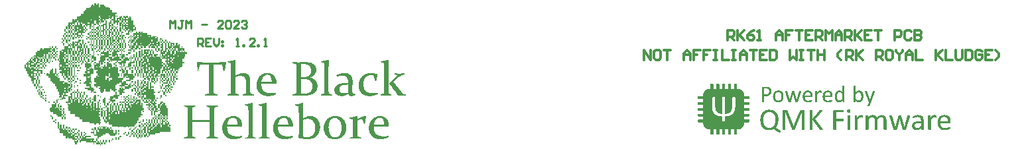
<source format=gto>
G04*
G04 #@! TF.GenerationSoftware,Altium Limited,Altium Designer,23.1.1 (15)*
G04*
G04 Layer_Color=65535*
%FSLAX25Y25*%
%MOIN*%
G70*
G04*
G04 #@! TF.SameCoordinates,2B387D3F-2690-41C2-BDA0-AF5B162F5435*
G04*
G04*
G04 #@! TF.FilePolarity,Positive*
G04*
G01*
G75*
%ADD10C,0.01200*%
%ADD11C,0.01000*%
G36*
X293129Y76948D02*
X293758D01*
Y78206D01*
X295645D01*
Y77577D01*
X296483D01*
Y76948D01*
X297950D01*
Y76319D01*
X298579D01*
Y75481D01*
X299837D01*
Y74014D01*
X301933D01*
Y73385D01*
X301304D01*
Y72546D01*
X302771D01*
Y72127D01*
X301304D01*
Y70031D01*
X301933D01*
Y71499D01*
X303400D01*
Y72127D01*
X304238D01*
Y72546D01*
X304657D01*
Y71499D01*
X305496D01*
Y70660D01*
X306124D01*
Y71499D01*
X305496D01*
Y72546D01*
X306124D01*
Y72127D01*
X306753D01*
Y72546D01*
X307592D01*
Y71499D01*
X308220D01*
Y72127D01*
X309059D01*
Y71499D01*
X309478D01*
Y70031D01*
X310316D01*
Y67726D01*
X310945D01*
Y66678D01*
X311574D01*
Y65211D01*
X310316D01*
Y64372D01*
X309478D01*
Y65211D01*
X309059D01*
Y64372D01*
X309478D01*
Y63743D01*
X309059D01*
Y64372D01*
X308220D01*
Y62905D01*
X306753D01*
Y63743D01*
X307592D01*
Y65211D01*
X306753D01*
Y65839D01*
X306124D01*
Y67097D01*
X305496D01*
Y65839D01*
X306124D01*
Y65211D01*
X306753D01*
Y64372D01*
X306124D01*
Y65211D01*
X305496D01*
Y65839D01*
X304657D01*
Y68564D01*
X304238D01*
Y67097D01*
X303400D01*
Y69193D01*
X302771D01*
Y67726D01*
X301933D01*
Y69193D01*
X301304D01*
Y68564D01*
X300465D01*
Y70031D01*
X299208D01*
Y70660D01*
X298579D01*
Y71499D01*
X297950D01*
Y70660D01*
X296483D01*
Y70031D01*
X297112D01*
Y65839D01*
X297950D01*
Y65630D01*
Y65211D01*
X298579D01*
Y64372D01*
X299208D01*
Y63743D01*
X299837D01*
Y64372D01*
X299208D01*
Y65211D01*
X298579D01*
Y65839D01*
X297950D01*
Y69193D01*
X298579D01*
Y70031D01*
X299208D01*
Y68564D01*
X300465D01*
Y67307D01*
Y67097D01*
X301304D01*
Y66678D01*
X301933D01*
Y65839D01*
X302771D01*
Y64372D01*
X303400D01*
Y63743D01*
Y63534D01*
Y62905D01*
X304238D01*
Y61857D01*
X304657D01*
Y62905D01*
X304238D01*
Y64372D01*
X303400D01*
Y66678D01*
X304238D01*
Y66049D01*
Y65839D01*
Y64372D01*
X305496D01*
Y63953D01*
Y63743D01*
X304657D01*
Y62905D01*
X306124D01*
Y62276D01*
X305496D01*
Y60390D01*
X306124D01*
Y58923D01*
X306753D01*
Y56198D01*
X306124D01*
Y56827D01*
Y57036D01*
Y58923D01*
X305496D01*
Y60390D01*
X304657D01*
Y61019D01*
X304238D01*
Y61857D01*
X303400D01*
Y62276D01*
Y62486D01*
Y62905D01*
X302771D01*
Y64372D01*
X301933D01*
Y65839D01*
X301304D01*
Y66678D01*
X300465D01*
Y67097D01*
X299837D01*
Y67726D01*
X299208D01*
Y68564D01*
X298579D01*
Y67726D01*
X299208D01*
Y67097D01*
X299837D01*
Y66678D01*
X300465D01*
Y65839D01*
X301304D01*
Y64372D01*
X301933D01*
Y62905D01*
X302771D01*
Y61857D01*
X303400D01*
Y61019D01*
X304238D01*
Y60390D01*
X304657D01*
Y59552D01*
Y59342D01*
Y58923D01*
X305496D01*
Y57246D01*
Y57036D01*
Y56198D01*
X306124D01*
Y55569D01*
X305496D01*
Y56198D01*
X304657D01*
Y58923D01*
X304238D01*
Y60390D01*
X303400D01*
Y58923D01*
X304238D01*
Y56198D01*
X304657D01*
Y55569D01*
X305496D01*
Y54940D01*
Y54731D01*
X306124D01*
Y54102D01*
X305496D01*
Y54731D01*
X304657D01*
Y55569D01*
X304238D01*
Y56198D01*
X303400D01*
Y57455D01*
X302771D01*
Y58084D01*
X301933D01*
Y58923D01*
X301304D01*
Y59552D01*
X300465D01*
Y58923D01*
X301304D01*
Y58084D01*
X301933D01*
Y57455D01*
X302771D01*
Y56198D01*
X303400D01*
Y55569D01*
X304238D01*
Y54731D01*
X304657D01*
Y54521D01*
Y53264D01*
X306124D01*
Y51377D01*
X307592D01*
Y50748D01*
X308220D01*
Y49910D01*
X306753D01*
Y48443D01*
X306124D01*
Y47605D01*
Y47395D01*
Y46976D01*
X305496D01*
Y48443D01*
X304657D01*
Y46976D01*
X305496D01*
Y46556D01*
X304657D01*
Y46976D01*
X304238D01*
Y47814D01*
X303400D01*
Y48443D01*
X302771D01*
Y49281D01*
X301933D01*
Y49910D01*
X299837D01*
Y49281D01*
X299208D01*
Y49910D01*
X298579D01*
Y50748D01*
X297950D01*
Y51377D01*
X296483D01*
Y49910D01*
X295645D01*
Y49281D01*
X296483D01*
Y49072D01*
Y48862D01*
Y48443D01*
X295645D01*
Y49281D01*
X295016D01*
Y47814D01*
X294178D01*
Y49281D01*
X293758D01*
Y46976D01*
X293129D01*
Y46556D01*
X294178D01*
Y45928D01*
X295016D01*
Y46556D01*
X294178D01*
Y46976D01*
X295645D01*
Y47814D01*
X296483D01*
Y46976D01*
X297112D01*
Y49281D01*
X297950D01*
Y48443D01*
X299208D01*
Y47814D01*
X299837D01*
Y46556D01*
X300465D01*
Y46976D01*
X301304D01*
Y46556D01*
X302771D01*
Y43622D01*
X303400D01*
Y41736D01*
X302771D01*
Y41107D01*
X305496D01*
Y40269D01*
X304657D01*
Y38802D01*
X305496D01*
Y39640D01*
X306753D01*
Y38173D01*
X307592D01*
Y37334D01*
X308220D01*
Y38173D01*
X309059D01*
Y36705D01*
X309478D01*
Y36077D01*
X308220D01*
Y35448D01*
X306124D01*
Y36705D01*
X304657D01*
Y36077D01*
X305496D01*
Y35448D01*
X306124D01*
Y34819D01*
X305496D01*
Y33981D01*
X306124D01*
Y33352D01*
X304657D01*
Y32514D01*
X303400D01*
Y33981D01*
X302771D01*
Y34819D01*
X303400D01*
Y36077D01*
X304238D01*
Y35448D01*
X304657D01*
Y36077D01*
X304238D01*
Y36705D01*
X303400D01*
Y37334D01*
X304238D01*
Y38802D01*
X303400D01*
Y38173D01*
X301933D01*
Y37334D01*
X301304D01*
Y35448D01*
X301933D01*
Y34819D01*
X301304D01*
Y33981D01*
X301933D01*
Y32514D01*
X303400D01*
Y31885D01*
X302771D01*
Y30627D01*
X301304D01*
Y31256D01*
X300465D01*
Y30627D01*
X299837D01*
Y29998D01*
X301304D01*
Y29160D01*
X300465D01*
Y28531D01*
X301304D01*
Y27064D01*
X301933D01*
Y24339D01*
X302771D01*
Y27064D01*
X301933D01*
Y28531D01*
X302771D01*
Y27064D01*
X303400D01*
Y24968D01*
X304238D01*
Y24339D01*
X304657D01*
Y24968D01*
X304238D01*
Y26226D01*
X304657D01*
Y27693D01*
X304238D01*
Y28531D01*
X303400D01*
Y29160D01*
X304238D01*
Y28531D01*
X304657D01*
Y27902D01*
Y27693D01*
X305496D01*
Y25806D01*
X306124D01*
Y24968D01*
X306753D01*
Y25806D01*
X306124D01*
Y28531D01*
X304657D01*
Y29160D01*
X306124D01*
Y28531D01*
X306753D01*
Y27693D01*
X307592D01*
Y28531D01*
X306753D01*
Y29160D01*
X306124D01*
Y29998D01*
X305496D01*
Y30627D01*
X306124D01*
Y29998D01*
X306753D01*
Y29160D01*
X307592D01*
Y28531D01*
X308220D01*
Y29160D01*
X307592D01*
Y29789D01*
Y29998D01*
X306753D01*
Y30208D01*
Y30627D01*
X306124D01*
Y30837D01*
Y31046D01*
Y31256D01*
X305496D01*
Y31885D01*
X306124D01*
Y31675D01*
Y31466D01*
Y31256D01*
X306753D01*
Y30627D01*
X307592D01*
Y29998D01*
X308220D01*
Y29160D01*
X309059D01*
Y29998D01*
X308220D01*
Y30627D01*
X307592D01*
Y31256D01*
X306753D01*
Y31885D01*
X307592D01*
Y31466D01*
Y31256D01*
X308220D01*
Y30627D01*
X309059D01*
Y29998D01*
X309478D01*
Y29160D01*
X310316D01*
Y28531D01*
X310945D01*
Y29160D01*
X310316D01*
Y29998D01*
X309478D01*
Y30627D01*
X309059D01*
Y32514D01*
X309478D01*
Y31466D01*
Y31256D01*
Y30627D01*
X310316D01*
Y29998D01*
X310945D01*
Y29160D01*
X311574D01*
Y29998D01*
X310945D01*
Y30208D01*
Y30418D01*
Y30627D01*
X310316D01*
Y31885D01*
X310945D01*
Y31046D01*
Y30837D01*
Y30627D01*
X311574D01*
Y29998D01*
X313879D01*
Y27064D01*
X314299D01*
Y28531D01*
X315137D01*
Y25806D01*
X315766D01*
Y24968D01*
X315137D01*
Y24339D01*
X315766D01*
Y23711D01*
X315137D01*
Y24339D01*
X314299D01*
Y22872D01*
X315137D01*
Y22243D01*
X313879D01*
Y20986D01*
X313041D01*
Y19519D01*
X312412D01*
Y18052D01*
X311574D01*
Y17423D01*
X310945D01*
Y16584D01*
X308220D01*
Y16165D01*
X307592D01*
Y16584D01*
X306753D01*
Y16165D01*
X305496D01*
Y16584D01*
X304657D01*
Y16165D01*
X304238D01*
Y16584D01*
X303400D01*
Y16165D01*
X302771D01*
Y16584D01*
X299837D01*
Y17423D01*
X297950D01*
Y18680D01*
X297112D01*
Y18052D01*
X296483D01*
Y18680D01*
X295645D01*
Y20147D01*
X295016D01*
Y21405D01*
X294178D01*
Y22034D01*
Y22243D01*
Y24339D01*
X295016D01*
Y21405D01*
X295645D01*
Y21195D01*
Y20986D01*
Y20147D01*
X296483D01*
Y21405D01*
X295645D01*
Y24339D01*
X295016D01*
Y24968D01*
X294178D01*
Y25806D01*
X295016D01*
Y24968D01*
X295645D01*
Y24339D01*
X296483D01*
Y21405D01*
X297112D01*
Y24339D01*
X296483D01*
Y24968D01*
X297112D01*
Y26226D01*
X296483D01*
Y27064D01*
X295645D01*
Y28531D01*
X295016D01*
Y30627D01*
X295645D01*
Y31256D01*
X296483D01*
Y27064D01*
X297112D01*
Y26226D01*
X297950D01*
Y23711D01*
X298579D01*
Y27693D01*
X299208D01*
Y24339D01*
X299837D01*
Y23711D01*
X300465D01*
Y24339D01*
X299837D01*
Y26435D01*
Y26645D01*
Y27064D01*
X300465D01*
Y24339D01*
X301304D01*
Y27064D01*
X300465D01*
Y27693D01*
Y27902D01*
Y28531D01*
X299837D01*
Y29160D01*
X298579D01*
Y29998D01*
X297950D01*
Y30627D01*
X298579D01*
Y31885D01*
X300465D01*
Y32514D01*
X301304D01*
Y33981D01*
X300465D01*
Y34819D01*
X299208D01*
Y35448D01*
X298579D01*
Y33981D01*
X296483D01*
Y35448D01*
X295645D01*
Y33981D01*
X295016D01*
Y33352D01*
X294178D01*
Y33981D01*
X293758D01*
Y35448D01*
X293129D01*
Y36077D01*
X293758D01*
Y36705D01*
X292291D01*
Y36077D01*
X291662D01*
Y36705D01*
X290824D01*
Y38173D01*
X291662D01*
Y38802D01*
X290824D01*
Y41107D01*
X291662D01*
Y42155D01*
X292291D01*
Y43622D01*
X291662D01*
Y44461D01*
X292291D01*
Y45089D01*
X290824D01*
Y47814D01*
X290195D01*
Y48443D01*
X290824D01*
Y47814D01*
X291662D01*
Y48443D01*
X290824D01*
Y49281D01*
X291662D01*
Y48443D01*
X293129D01*
Y49910D01*
X293758D01*
Y51796D01*
X294178D01*
Y52635D01*
X293758D01*
Y53264D01*
X294178D01*
Y52635D01*
X295645D01*
Y53264D01*
X294178D01*
Y54102D01*
X295016D01*
Y54731D01*
X295645D01*
Y54102D01*
X297112D01*
Y54731D01*
X297950D01*
Y53264D01*
X299208D01*
Y52635D01*
X297950D01*
Y51796D01*
X299837D01*
Y50748D01*
X300465D01*
Y51377D01*
X301304D01*
Y51796D01*
X299837D01*
Y54102D01*
X300465D01*
Y55569D01*
X299837D01*
Y56198D01*
X299208D01*
Y57455D01*
X298579D01*
Y60390D01*
X297950D01*
Y61019D01*
X297112D01*
Y61857D01*
X296483D01*
Y62276D01*
X295645D01*
Y62905D01*
X295016D01*
Y64372D01*
X294178D01*
Y65211D01*
X293758D01*
Y67097D01*
X293129D01*
Y67516D01*
Y67726D01*
X292291D01*
Y68564D01*
X291662D01*
Y70031D01*
X290824D01*
Y68564D01*
X291662D01*
Y67726D01*
X290824D01*
Y67097D01*
X290195D01*
Y68564D01*
X289357D01*
Y67097D01*
X290195D01*
Y66678D01*
X290824D01*
Y65839D01*
X291662D01*
Y65211D01*
X292291D01*
Y64372D01*
X293129D01*
Y61857D01*
X293758D01*
Y61019D01*
X294178D01*
Y60390D01*
X295016D01*
Y60180D01*
Y59971D01*
Y57455D01*
X295645D01*
Y57036D01*
X295016D01*
Y57455D01*
X294178D01*
Y60390D01*
X293758D01*
Y60809D01*
Y61019D01*
X293129D01*
Y61647D01*
Y61857D01*
X292291D01*
Y62905D01*
X291662D01*
Y63324D01*
Y63534D01*
Y63743D01*
X290824D01*
Y64372D01*
X290195D01*
Y65211D01*
X289357D01*
Y65839D01*
X290195D01*
Y65211D01*
X290824D01*
Y65001D01*
Y64372D01*
X291662D01*
Y64163D01*
Y63953D01*
Y63743D01*
X292291D01*
Y64372D01*
X291662D01*
Y64791D01*
Y65001D01*
Y65211D01*
X290824D01*
Y65839D01*
X290195D01*
Y66678D01*
X289357D01*
Y67097D01*
X288938D01*
Y65839D01*
X288309D01*
Y67726D01*
X287470D01*
Y67097D01*
X286842D01*
Y67726D01*
X286003D01*
Y66678D01*
X286842D01*
Y65839D01*
X287470D01*
Y65211D01*
X286842D01*
Y65839D01*
X286003D01*
Y66678D01*
X285374D01*
Y65839D01*
X286003D01*
Y65211D01*
X286842D01*
Y64372D01*
X286003D01*
Y65211D01*
X285374D01*
Y64372D01*
X286003D01*
Y63743D01*
X284536D01*
Y62905D01*
X285374D01*
Y62695D01*
Y62276D01*
X284536D01*
Y62905D01*
X283907D01*
Y63743D01*
X282650D01*
Y62905D01*
X283907D01*
Y61857D01*
X284536D01*
Y61647D01*
Y61019D01*
X283907D01*
Y61857D01*
X283488D01*
Y62276D01*
X282650D01*
Y61857D01*
X283488D01*
Y61228D01*
Y61019D01*
X282650D01*
Y61857D01*
X282021D01*
Y62905D01*
X281183D01*
Y63743D01*
X280554D01*
Y65211D01*
X279715D01*
Y65839D01*
X279087D01*
Y67097D01*
X278667D01*
Y65839D01*
X279087D01*
Y65211D01*
X279715D01*
Y63743D01*
X280554D01*
Y63534D01*
Y62905D01*
X281183D01*
Y62276D01*
Y62067D01*
Y61857D01*
X282021D01*
Y61647D01*
Y61019D01*
X281183D01*
Y61857D01*
X280554D01*
Y62905D01*
X279715D01*
Y63743D01*
X279087D01*
Y65211D01*
X278667D01*
Y65420D01*
Y65839D01*
X277829D01*
Y67097D01*
X277200D01*
Y67726D01*
X277829D01*
Y69193D01*
X279715D01*
Y70660D01*
X280554D01*
Y70031D01*
X281183D01*
Y70660D01*
X282021D01*
Y72127D01*
X283488D01*
Y72546D01*
X283907D01*
Y73385D01*
X285374D01*
Y74852D01*
X286003D01*
Y75481D01*
X286842D01*
Y76319D01*
X288309D01*
Y76948D01*
X288938D01*
Y77577D01*
X289357D01*
Y78206D01*
X290195D01*
Y77577D01*
X290824D01*
Y78834D01*
X291662D01*
Y78206D01*
X292291D01*
Y78834D01*
X293129D01*
Y76948D01*
D02*
G37*
G36*
X305496Y71499D02*
D01*
D01*
D01*
D01*
D02*
G37*
G36*
X291662Y68564D02*
D01*
D01*
D01*
D01*
D02*
G37*
G36*
X302771Y66678D02*
X301933D01*
Y67097D01*
X302771D01*
Y66678D01*
D02*
G37*
G36*
X315137Y63743D02*
X317233D01*
Y62905D01*
X319329D01*
Y61857D01*
X319958D01*
Y62276D01*
X322054D01*
Y61857D01*
X322682D01*
Y59552D01*
X323521D01*
Y57036D01*
X322682D01*
Y56198D01*
X323521D01*
Y54731D01*
X322682D01*
Y55779D01*
Y55988D01*
Y56198D01*
X322054D01*
Y57036D01*
X321425D01*
Y56198D01*
X322054D01*
Y54731D01*
X322682D01*
Y54521D01*
Y54102D01*
X322054D01*
Y54731D01*
X321425D01*
Y55988D01*
Y56198D01*
X319329D01*
Y57036D01*
X318700D01*
Y56198D01*
X317862D01*
Y57455D01*
X317233D01*
Y57036D01*
X316604D01*
Y56198D01*
X315766D01*
Y57036D01*
X315137D01*
Y56198D01*
X313879D01*
Y57455D01*
X313041D01*
Y56198D01*
X313879D01*
Y55569D01*
X313041D01*
Y56198D01*
X312412D01*
Y55569D01*
X310945D01*
Y56198D01*
X310316D01*
Y55569D01*
X310945D01*
Y54102D01*
X310316D01*
Y55569D01*
X309478D01*
Y54731D01*
Y54521D01*
Y54102D01*
X309059D01*
Y54731D01*
X307592D01*
Y55569D01*
X309059D01*
Y56198D01*
X308220D01*
Y57455D01*
X307592D01*
Y58084D01*
X308220D01*
Y57875D01*
Y57665D01*
Y57455D01*
X309059D01*
Y56407D01*
Y56198D01*
X309478D01*
Y57455D01*
X309059D01*
Y59552D01*
X308220D01*
Y60390D01*
X309059D01*
Y59552D01*
X309478D01*
Y60390D01*
X309059D01*
Y61647D01*
Y61857D01*
X308220D01*
Y62276D01*
X309059D01*
Y61857D01*
X309478D01*
Y60390D01*
X310316D01*
Y61857D01*
X309478D01*
Y62276D01*
X309059D01*
Y62486D01*
Y62695D01*
Y62905D01*
X309478D01*
Y62276D01*
X310316D01*
Y61857D01*
X310945D01*
Y62276D01*
X310316D01*
Y63743D01*
X311574D01*
Y64372D01*
X312412D01*
Y63743D01*
X313041D01*
Y64372D01*
X313879D01*
Y63743D01*
X314299D01*
Y64372D01*
X315137D01*
Y63743D01*
D02*
G37*
G36*
X283907Y62905D02*
D01*
D01*
D01*
D01*
D02*
G37*
G36*
X308220Y61647D02*
Y61019D01*
X307592D01*
Y61857D01*
X308220D01*
Y61647D01*
D02*
G37*
G36*
X306753Y61228D02*
Y61019D01*
X306124D01*
Y61857D01*
X306753D01*
Y61228D01*
D02*
G37*
G36*
X287470Y60390D02*
X286842D01*
Y60599D01*
Y61019D01*
X287470D01*
Y60390D01*
D02*
G37*
G36*
X277200Y65839D02*
X277829D01*
Y65211D01*
X278667D01*
Y63743D01*
X279087D01*
Y62905D01*
X279715D01*
Y61857D01*
X280554D01*
Y60390D01*
X279715D01*
Y60599D01*
Y60809D01*
Y61857D01*
X279087D01*
Y62905D01*
X278667D01*
Y63115D01*
Y63743D01*
X277829D01*
Y63953D01*
Y65211D01*
X277200D01*
Y65420D01*
Y65630D01*
Y65839D01*
X276362D01*
Y67097D01*
X277200D01*
Y65839D01*
D02*
G37*
G36*
X276362Y64372D02*
X277200D01*
Y64163D01*
Y63743D01*
X277829D01*
Y62905D01*
X278667D01*
Y62695D01*
Y62486D01*
Y61857D01*
X279087D01*
Y60390D01*
X278667D01*
Y61857D01*
X277829D01*
Y62905D01*
X277200D01*
Y63743D01*
X276362D01*
Y64372D01*
X275733D01*
Y64582D01*
Y65839D01*
X276362D01*
Y64372D01*
D02*
G37*
G36*
Y63115D02*
Y62905D01*
X277200D01*
Y62067D01*
Y61857D01*
X277829D01*
Y60390D01*
X278667D01*
Y59552D01*
X277829D01*
Y60390D01*
X277200D01*
Y61857D01*
X276362D01*
Y62905D01*
X275733D01*
Y63743D01*
X276362D01*
Y63115D01*
D02*
G37*
G36*
X274895Y60390D02*
X275733D01*
Y59552D01*
X274895D01*
Y60390D01*
X274266D01*
Y61019D01*
X274895D01*
Y60390D01*
D02*
G37*
G36*
X308220Y58923D02*
X307592D01*
Y59552D01*
X308220D01*
Y58923D01*
D02*
G37*
G36*
X288309D02*
X287470D01*
Y59342D01*
Y59552D01*
X288309D01*
Y58923D01*
D02*
G37*
G36*
Y63534D02*
Y62905D01*
X288938D01*
Y61857D01*
X289357D01*
Y61019D01*
X290195D01*
Y60390D01*
X290824D01*
Y58084D01*
X290195D01*
Y59552D01*
Y59761D01*
Y60390D01*
X289357D01*
Y61019D01*
X288938D01*
Y61228D01*
Y61857D01*
X288309D01*
Y62905D01*
X287470D01*
Y63743D01*
X288309D01*
Y63534D01*
D02*
G37*
G36*
X286842Y58084D02*
X286003D01*
Y58923D01*
X286842D01*
Y58084D01*
D02*
G37*
G36*
X283907Y59552D02*
X283488D01*
Y58923D01*
X283907D01*
Y58084D01*
X284536D01*
Y56198D01*
X285374D01*
Y53264D01*
X286003D01*
Y52635D01*
X286842D01*
Y51796D01*
X287470D01*
Y50748D01*
X288309D01*
Y49281D01*
X287470D01*
Y50748D01*
X286842D01*
Y51796D01*
X286003D01*
Y52425D01*
Y52635D01*
X285374D01*
Y53264D01*
X284536D01*
Y52635D01*
X285374D01*
Y51796D01*
X286003D01*
Y51377D01*
Y51168D01*
Y49910D01*
X286842D01*
Y49491D01*
Y49281D01*
X287470D01*
Y48443D01*
X288938D01*
Y47814D01*
X289357D01*
Y46976D01*
X288938D01*
Y46556D01*
X289357D01*
Y45928D01*
X290195D01*
Y42993D01*
X288938D01*
Y42155D01*
X288309D01*
Y41736D01*
X288938D01*
Y39640D01*
X289357D01*
Y38173D01*
X288938D01*
Y36705D01*
X289357D01*
Y36077D01*
X290195D01*
Y35448D01*
X290824D01*
Y34819D01*
X290195D01*
Y33981D01*
X291662D01*
Y33352D01*
X290195D01*
Y33981D01*
X289357D01*
Y33352D01*
X288938D01*
Y34819D01*
X287470D01*
Y35448D01*
X286003D01*
Y36077D01*
X288309D01*
Y36705D01*
X286842D01*
Y38173D01*
X285374D01*
Y38802D01*
X286003D01*
Y39640D01*
X286842D01*
Y41736D01*
X285374D01*
Y42993D01*
X286842D01*
Y43622D01*
X286003D01*
Y44461D01*
X286842D01*
Y46556D01*
X286003D01*
Y48443D01*
X286842D01*
Y49281D01*
X286003D01*
Y49910D01*
X285374D01*
Y51796D01*
X284536D01*
Y52635D01*
X283907D01*
Y54102D01*
X283488D01*
Y52635D01*
X283907D01*
Y51796D01*
X284536D01*
Y50329D01*
Y50120D01*
Y49910D01*
X285374D01*
Y48443D01*
X284536D01*
Y49491D01*
Y49700D01*
Y49910D01*
X283907D01*
Y51796D01*
X283488D01*
Y52635D01*
X282650D01*
Y51796D01*
X283488D01*
Y50329D01*
Y50120D01*
Y49910D01*
X283907D01*
Y49281D01*
X283488D01*
Y49491D01*
Y49700D01*
Y49910D01*
X282650D01*
Y51796D01*
X282021D01*
Y53264D01*
X281183D01*
Y54521D01*
Y54731D01*
X280554D01*
Y56198D01*
X279715D01*
Y57455D01*
X279087D01*
Y58084D01*
X278667D01*
Y58923D01*
X279087D01*
Y58084D01*
X279715D01*
Y59552D01*
X280554D01*
Y58923D01*
X281183D01*
Y58084D01*
X282021D01*
Y58923D01*
X281183D01*
Y59552D01*
X282650D01*
Y60390D01*
X283907D01*
Y59552D01*
D02*
G37*
G36*
X288938Y57455D02*
X288309D01*
Y58084D01*
X288938D01*
Y57455D01*
D02*
G37*
G36*
X274895Y58923D02*
X275733D01*
Y57455D01*
X274895D01*
Y58084D01*
Y58294D01*
Y58923D01*
X274266D01*
Y59552D01*
X274895D01*
Y58923D01*
D02*
G37*
G36*
X291662Y57036D02*
X292291D01*
Y56198D01*
X291662D01*
Y57036D01*
X290824D01*
Y57455D01*
X291662D01*
Y57036D01*
D02*
G37*
G36*
X289357Y65001D02*
Y64791D01*
Y64372D01*
X290195D01*
Y63953D01*
Y63743D01*
X290824D01*
Y62905D01*
X291662D01*
Y61857D01*
X292291D01*
Y61019D01*
X293129D01*
Y60390D01*
X293758D01*
Y57455D01*
X294178D01*
Y57036D01*
X295016D01*
Y55569D01*
X294178D01*
Y57036D01*
X293758D01*
Y57246D01*
Y57455D01*
X293129D01*
Y57665D01*
Y60390D01*
X292291D01*
Y60809D01*
Y61019D01*
X291662D01*
Y61228D01*
Y61438D01*
Y61857D01*
X290824D01*
Y62905D01*
X290195D01*
Y63743D01*
X289357D01*
Y64372D01*
X288938D01*
Y65211D01*
X289357D01*
Y65001D01*
D02*
G37*
G36*
X287470Y62067D02*
Y61857D01*
X288309D01*
Y61438D01*
Y61228D01*
Y61019D01*
X288938D01*
Y60390D01*
X289357D01*
Y58713D01*
Y58504D01*
Y58084D01*
X290195D01*
Y57036D01*
X290824D01*
Y56198D01*
X291662D01*
Y55569D01*
X290824D01*
Y55988D01*
Y56198D01*
X290195D01*
Y57036D01*
X289357D01*
Y58084D01*
X288938D01*
Y60390D01*
X288309D01*
Y61019D01*
X287470D01*
Y61857D01*
X286842D01*
Y62276D01*
X287470D01*
Y62067D01*
D02*
G37*
G36*
X271541Y56198D02*
X272379D01*
Y55569D01*
X271541D01*
Y56198D01*
X270912D01*
Y57036D01*
X271541D01*
Y56198D01*
D02*
G37*
G36*
X270074D02*
X270912D01*
Y55150D01*
Y54940D01*
Y54102D01*
X271541D01*
Y53264D01*
X272379D01*
Y52635D01*
X271541D01*
Y52844D01*
Y53054D01*
Y53264D01*
X270912D01*
Y54102D01*
X270074D01*
Y54731D01*
X269445D01*
Y55569D01*
X268607D01*
Y54731D01*
X269445D01*
Y54102D01*
X270074D01*
Y53264D01*
X270912D01*
Y52635D01*
X271541D01*
Y51796D01*
X272379D01*
Y51377D01*
X271541D01*
Y51796D01*
X270912D01*
Y52635D01*
X270074D01*
Y53264D01*
X269445D01*
Y54102D01*
X268607D01*
Y53264D01*
X269445D01*
Y52635D01*
X270074D01*
Y51796D01*
X270912D01*
Y50748D01*
X271541D01*
Y49910D01*
X270912D01*
Y50748D01*
X270074D01*
Y51796D01*
X269445D01*
Y52006D01*
Y52635D01*
X268607D01*
Y53264D01*
X268188D01*
Y54102D01*
X267559D01*
Y53264D01*
X268188D01*
Y52635D01*
X268607D01*
Y51796D01*
X269445D01*
Y50748D01*
X268607D01*
Y51796D01*
X268188D01*
Y50748D01*
X268607D01*
Y50539D01*
Y49281D01*
X268188D01*
Y50748D01*
X267559D01*
Y53264D01*
X266720D01*
Y50748D01*
X267559D01*
Y49281D01*
X268188D01*
Y48443D01*
X267559D01*
Y49281D01*
X266720D01*
Y50748D01*
X266092D01*
Y51377D01*
X265253D01*
Y51796D01*
X264624D01*
Y51377D01*
X265253D01*
Y50748D01*
X266092D01*
Y49281D01*
X266720D01*
Y48443D01*
X266092D01*
Y49281D01*
X265253D01*
Y50120D01*
Y50329D01*
Y50748D01*
X264624D01*
Y51377D01*
X263786D01*
Y50748D01*
X264624D01*
Y49700D01*
Y49491D01*
Y49281D01*
X265253D01*
Y48443D01*
X266092D01*
Y48024D01*
Y47814D01*
X266720D01*
Y47605D01*
Y46976D01*
X266092D01*
Y47814D01*
X265253D01*
Y48443D01*
X264624D01*
Y48862D01*
Y49072D01*
Y49281D01*
X263367D01*
Y49910D01*
X262738D01*
Y49281D01*
X263367D01*
Y48443D01*
X264624D01*
Y47814D01*
X265253D01*
Y46556D01*
X266092D01*
Y46137D01*
Y45928D01*
X265253D01*
Y46556D01*
X264624D01*
Y46766D01*
Y47814D01*
X263367D01*
Y48233D01*
Y48443D01*
X261900D01*
Y47814D01*
X263367D01*
Y46976D01*
X263786D01*
Y46556D01*
X264624D01*
Y45928D01*
X263786D01*
Y46556D01*
X263367D01*
Y46976D01*
X262738D01*
Y46766D01*
Y46556D01*
X263367D01*
Y45928D01*
X262738D01*
Y46556D01*
X261900D01*
Y47814D01*
X261271D01*
Y46556D01*
X261900D01*
Y45928D01*
X262738D01*
Y45089D01*
X264624D01*
Y42993D01*
X263786D01*
Y44461D01*
X262738D01*
Y43622D01*
X263367D01*
Y42155D01*
X263786D01*
Y41736D01*
X263367D01*
Y41945D01*
Y42155D01*
X262738D01*
Y43622D01*
X261900D01*
Y42155D01*
X262738D01*
Y40269D01*
X263367D01*
Y38173D01*
X262738D01*
Y38802D01*
Y39011D01*
Y40269D01*
X261900D01*
Y42155D01*
X261271D01*
Y42993D01*
X260433D01*
Y42155D01*
X261271D01*
Y41736D01*
X260433D01*
Y41107D01*
X261271D01*
Y40269D01*
X261900D01*
Y38173D01*
X262738D01*
Y36705D01*
X263367D01*
Y36077D01*
X263786D01*
Y35658D01*
Y35448D01*
X263367D01*
Y36077D01*
X262738D01*
Y36286D01*
Y36496D01*
Y36705D01*
X261900D01*
Y38173D01*
X261271D01*
Y40059D01*
Y40269D01*
X260433D01*
Y38173D01*
X261271D01*
Y36705D01*
X261900D01*
Y35448D01*
X261271D01*
Y36705D01*
X260433D01*
Y38173D01*
X259804D01*
Y39640D01*
X258965D01*
Y41107D01*
X258337D01*
Y41736D01*
X257708D01*
Y42993D01*
X257079D01*
Y44461D01*
X256450D01*
Y45928D01*
X255612D01*
Y47814D01*
X256450D01*
Y48443D01*
X257079D01*
Y49281D01*
X257708D01*
Y49910D01*
X258337D01*
Y50748D01*
X258965D01*
Y49910D01*
X259804D01*
Y50748D01*
X258965D01*
Y51377D01*
X259804D01*
Y50748D01*
X260433D01*
Y51377D01*
X259804D01*
Y51587D01*
Y51796D01*
X260433D01*
Y51377D01*
X261271D01*
Y51796D01*
X260433D01*
Y52635D01*
X261271D01*
Y54102D01*
X261900D01*
Y54731D01*
X263367D01*
Y55569D01*
X263786D01*
Y56198D01*
X264624D01*
Y55569D01*
X265253D01*
Y56198D01*
X268188D01*
Y57036D01*
X268607D01*
Y56198D01*
X269445D01*
Y55569D01*
X270074D01*
Y56198D01*
X269445D01*
Y57036D01*
X270074D01*
Y56198D01*
D02*
G37*
G36*
X293129Y66259D02*
Y66049D01*
Y65211D01*
X293758D01*
Y65001D01*
Y64791D01*
Y64372D01*
X294178D01*
Y62905D01*
X295016D01*
Y62276D01*
X295645D01*
Y61857D01*
X296483D01*
Y61019D01*
X297112D01*
Y60390D01*
X297950D01*
Y57455D01*
X298579D01*
Y56198D01*
X299208D01*
Y55569D01*
X299837D01*
Y54731D01*
X299208D01*
Y55569D01*
X298579D01*
Y56198D01*
X297950D01*
Y57455D01*
X297112D01*
Y60390D01*
X296483D01*
Y60809D01*
Y61019D01*
X295645D01*
Y61857D01*
X295016D01*
Y62067D01*
Y62276D01*
X294178D01*
Y61857D01*
X295016D01*
Y61019D01*
X295645D01*
Y60390D01*
X296483D01*
Y57455D01*
X297112D01*
Y56198D01*
X297950D01*
Y55569D01*
X298579D01*
Y54731D01*
X299208D01*
Y54102D01*
X298579D01*
Y54731D01*
X297950D01*
Y55569D01*
X297112D01*
Y56198D01*
X296483D01*
Y56827D01*
Y57036D01*
Y57455D01*
X295645D01*
Y60180D01*
Y60390D01*
X295016D01*
Y61019D01*
X294178D01*
Y61647D01*
Y61857D01*
X293758D01*
Y64372D01*
X293129D01*
Y65211D01*
X292291D01*
Y65839D01*
X291662D01*
Y66678D01*
X292291D01*
Y67097D01*
X293129D01*
Y66259D01*
D02*
G37*
G36*
X296483Y54731D02*
X295645D01*
Y56198D01*
X296483D01*
Y54731D01*
D02*
G37*
G36*
X288938Y63953D02*
Y63743D01*
X289357D01*
Y63534D01*
Y63324D01*
Y62905D01*
X290195D01*
Y62695D01*
Y61857D01*
X290824D01*
Y61019D01*
X291662D01*
Y60390D01*
X292291D01*
Y59342D01*
Y59132D01*
Y57455D01*
X293129D01*
Y57036D01*
X293758D01*
Y56827D01*
Y55569D01*
X294178D01*
Y54731D01*
X293758D01*
Y55360D01*
Y55569D01*
X293129D01*
Y57036D01*
X292291D01*
Y57455D01*
X291662D01*
Y60390D01*
X290824D01*
Y61019D01*
X290195D01*
Y61857D01*
X289357D01*
Y62905D01*
X288938D01*
Y63743D01*
X288309D01*
Y64372D01*
X288938D01*
Y63953D01*
D02*
G37*
G36*
X293129Y54731D02*
X293758D01*
Y54312D01*
Y54102D01*
X293129D01*
Y54731D01*
X292291D01*
Y55569D01*
X293129D01*
Y54731D01*
D02*
G37*
G36*
X292291Y54102D02*
X291662D01*
Y54521D01*
Y54731D01*
X292291D01*
Y54102D01*
D02*
G37*
G36*
X272379D02*
X271541D01*
Y54521D01*
Y54731D01*
X272379D01*
Y54102D01*
D02*
G37*
G36*
X309059Y53264D02*
X307592D01*
Y54102D01*
X309059D01*
Y53264D01*
D02*
G37*
G36*
X307592Y52635D02*
X306753D01*
Y53264D01*
X307592D01*
Y52635D01*
D02*
G37*
G36*
X293129D02*
X292291D01*
Y52844D01*
Y53054D01*
Y53264D01*
X293129D01*
Y52635D01*
D02*
G37*
G36*
X287470Y56198D02*
X288309D01*
Y53473D01*
Y53264D01*
X288938D01*
Y52635D01*
X288309D01*
Y53264D01*
X287470D01*
Y56198D01*
X286842D01*
Y57455D01*
X287470D01*
Y56198D01*
D02*
G37*
G36*
X320587Y51796D02*
D01*
D01*
D01*
D01*
D02*
G37*
G36*
X299837D02*
D01*
D01*
D01*
D01*
D02*
G37*
G36*
X324779Y60390D02*
X325407D01*
Y59552D01*
X326246D01*
Y58923D01*
X326874D01*
Y56198D01*
X327713D01*
Y55569D01*
X328342D01*
Y54731D01*
X328970D01*
Y53264D01*
X329809D01*
Y54731D01*
X328970D01*
Y55569D01*
X328342D01*
Y56198D01*
X327713D01*
Y58923D01*
X326874D01*
Y59552D01*
X326246D01*
Y60390D01*
X326874D01*
Y59552D01*
X327713D01*
Y58923D01*
X328342D01*
Y57036D01*
X328970D01*
Y58923D01*
X328342D01*
Y59342D01*
Y59552D01*
X328970D01*
Y58923D01*
X331066D01*
Y57455D01*
X331695D01*
Y58923D01*
X332534D01*
Y57455D01*
X333162D01*
Y58084D01*
X333791D01*
Y56198D01*
X334630D01*
Y57036D01*
X335049D01*
Y56198D01*
X335887D01*
Y54731D01*
X336516D01*
Y54102D01*
X337354D01*
Y53264D01*
X336516D01*
Y51796D01*
X335887D01*
Y50748D01*
X335049D01*
Y49281D01*
X335887D01*
Y48443D01*
X335049D01*
Y46976D01*
X334630D01*
Y46556D01*
X333791D01*
Y45928D01*
X333162D01*
Y44461D01*
X332534D01*
Y45089D01*
X331695D01*
Y44461D01*
X332534D01*
Y43622D01*
X331695D01*
Y43832D01*
Y44461D01*
X331066D01*
Y45928D01*
X330228D01*
Y44461D01*
X331066D01*
Y43622D01*
X331695D01*
Y42155D01*
X332534D01*
Y41736D01*
X331695D01*
Y42155D01*
X331066D01*
Y43413D01*
Y43622D01*
X330228D01*
Y44461D01*
X329809D01*
Y43622D01*
X330228D01*
Y42155D01*
X331066D01*
Y41736D01*
X331695D01*
Y41107D01*
X332534D01*
Y40269D01*
X331695D01*
Y41107D01*
X331066D01*
Y39640D01*
X331695D01*
Y39430D01*
Y39221D01*
Y38802D01*
X331066D01*
Y39640D01*
X330228D01*
Y42155D01*
X329809D01*
Y43622D01*
X328970D01*
Y45089D01*
X327713D01*
Y44461D01*
X328342D01*
Y43622D01*
X328970D01*
Y42155D01*
X329809D01*
Y39640D01*
X330228D01*
Y38802D01*
X331066D01*
Y37334D01*
X330228D01*
Y38802D01*
X329809D01*
Y39640D01*
X328970D01*
Y42155D01*
X328342D01*
Y43413D01*
Y43622D01*
X327713D01*
Y44461D01*
X326874D01*
Y45089D01*
X326246D01*
Y44461D01*
X326874D01*
Y43622D01*
X327713D01*
Y42155D01*
X328342D01*
Y41736D01*
X327713D01*
Y42155D01*
X326874D01*
Y43622D01*
X326246D01*
Y44461D01*
X325407D01*
Y43622D01*
X324779D01*
Y45089D01*
X325407D01*
Y46976D01*
X324779D01*
Y45928D01*
X324150D01*
Y43622D01*
X323521D01*
Y42993D01*
X322682D01*
Y42155D01*
X323521D01*
Y41736D01*
X322054D01*
Y41107D01*
X322682D01*
Y39640D01*
X322054D01*
Y41107D01*
X321425D01*
Y41736D01*
X320587D01*
Y41107D01*
X321425D01*
Y39640D01*
X322054D01*
Y38802D01*
X321425D01*
Y39640D01*
X320587D01*
Y38802D01*
X321425D01*
Y38173D01*
X320587D01*
Y38802D01*
X319329D01*
Y41107D01*
X318700D01*
Y41736D01*
X317862D01*
Y41107D01*
X318700D01*
Y39640D01*
X317862D01*
Y40269D01*
X317233D01*
Y41107D01*
X316604D01*
Y41736D01*
X315766D01*
Y41107D01*
X316604D01*
Y40269D01*
X315766D01*
Y41107D01*
X315137D01*
Y42993D01*
Y43203D01*
Y43622D01*
X314299D01*
Y45089D01*
X313879D01*
Y46976D01*
X313041D01*
Y49491D01*
Y49700D01*
Y49910D01*
X312412D01*
Y51377D01*
X311574D01*
Y54102D01*
X312412D01*
Y51796D01*
Y51587D01*
Y51377D01*
X313041D01*
Y50329D01*
Y50120D01*
Y49910D01*
X313879D01*
Y51377D01*
X313041D01*
Y54731D01*
X313879D01*
Y51796D01*
X314299D01*
Y50748D01*
X315137D01*
Y49910D01*
X315766D01*
Y50748D01*
X315137D01*
Y51796D01*
X314299D01*
Y55569D01*
X315137D01*
Y54102D01*
Y53892D01*
Y53264D01*
X315766D01*
Y52635D01*
X316604D01*
Y53264D01*
X315766D01*
Y55569D01*
X318700D01*
Y54731D01*
X319329D01*
Y53264D01*
X319958D01*
Y51796D01*
X320587D01*
Y51377D01*
X321425D01*
Y51796D01*
X320587D01*
Y53264D01*
X319958D01*
Y54731D01*
X319329D01*
Y55569D01*
X319958D01*
Y55360D01*
Y54731D01*
X320587D01*
Y53892D01*
Y53683D01*
Y53264D01*
X322682D01*
Y52635D01*
X322054D01*
Y51796D01*
X323521D01*
Y51377D01*
X324150D01*
Y50748D01*
X324779D01*
Y49281D01*
X325407D01*
Y48443D01*
X326246D01*
Y47814D01*
X326874D01*
Y49281D01*
X326246D01*
Y49910D01*
X326874D01*
Y50748D01*
X324779D01*
Y51377D01*
X324150D01*
Y51796D01*
X323521D01*
Y53264D01*
X324150D01*
Y52844D01*
Y52635D01*
Y51796D01*
X324779D01*
Y51377D01*
X325407D01*
Y51796D01*
X324779D01*
Y53264D01*
X324150D01*
Y55569D01*
X324779D01*
Y56198D01*
X324150D01*
Y57036D01*
X324779D01*
Y57455D01*
X324150D01*
Y58084D01*
X324779D01*
Y58923D01*
X324150D01*
Y59552D01*
X323521D01*
Y61019D01*
X324779D01*
Y60390D01*
D02*
G37*
G36*
X285374Y58084D02*
X286003D01*
Y56198D01*
X286842D01*
Y53892D01*
Y53683D01*
Y53264D01*
X287470D01*
Y53054D01*
Y52635D01*
X288309D01*
Y52425D01*
Y51796D01*
X288938D01*
Y51587D01*
Y51377D01*
X288309D01*
Y51796D01*
X287470D01*
Y52635D01*
X286842D01*
Y53264D01*
X286003D01*
Y56198D01*
X285374D01*
Y57875D01*
Y58084D01*
X284536D01*
Y58713D01*
Y58923D01*
Y60390D01*
X285374D01*
Y58084D01*
D02*
G37*
G36*
X309478Y51377D02*
X310316D01*
Y50748D01*
X309478D01*
Y51377D01*
X309059D01*
Y52006D01*
Y52216D01*
Y52635D01*
X309478D01*
Y51377D01*
D02*
G37*
G36*
X289357Y56198D02*
X290195D01*
Y55779D01*
Y55569D01*
Y54731D01*
X290824D01*
Y51796D01*
X291662D01*
Y49910D01*
X290195D01*
Y50748D01*
X289357D01*
Y52635D01*
X290195D01*
Y54731D01*
X289357D01*
Y56198D01*
X288938D01*
Y57036D01*
X289357D01*
Y56198D01*
D02*
G37*
G36*
X297950Y49910D02*
X298579D01*
Y49281D01*
X297950D01*
Y49700D01*
Y49910D01*
X297112D01*
Y50748D01*
X297950D01*
Y49910D01*
D02*
G37*
G36*
X289357D02*
X290195D01*
Y49281D01*
X289357D01*
Y49910D01*
X288938D01*
Y50748D01*
X289357D01*
Y49910D01*
D02*
G37*
G36*
X270074Y49281D02*
X269445D01*
Y49910D01*
X270074D01*
Y49281D01*
D02*
G37*
G36*
X301933Y48443D02*
X301304D01*
Y48652D01*
Y49281D01*
X301933D01*
Y48443D01*
D02*
G37*
G36*
X289357D02*
X288938D01*
Y49281D01*
X289357D01*
Y48443D01*
D02*
G37*
G36*
X275733Y61857D02*
X276362D01*
Y61228D01*
Y61019D01*
Y60390D01*
X277200D01*
Y59971D01*
Y59761D01*
Y58923D01*
X277829D01*
Y58294D01*
Y58084D01*
X278667D01*
Y57455D01*
X279087D01*
Y56198D01*
X279715D01*
Y54731D01*
X280554D01*
Y53264D01*
X281183D01*
Y51796D01*
X282021D01*
Y49910D01*
X282650D01*
Y49281D01*
X283488D01*
Y48443D01*
X282650D01*
Y49281D01*
X282021D01*
Y49910D01*
X281183D01*
Y50748D01*
Y50958D01*
Y51796D01*
X280554D01*
Y52635D01*
X279715D01*
Y54731D01*
X279087D01*
Y52635D01*
X279715D01*
Y51796D01*
X280554D01*
Y50958D01*
Y50748D01*
Y49910D01*
X281183D01*
Y49281D01*
X282021D01*
Y48443D01*
X281183D01*
Y49281D01*
X280554D01*
Y49491D01*
Y49910D01*
X279715D01*
Y51796D01*
X279087D01*
Y49910D01*
X279715D01*
Y49281D01*
X280554D01*
Y48443D01*
X281183D01*
Y47814D01*
X282021D01*
Y47395D01*
Y47185D01*
Y46556D01*
X282650D01*
Y45928D01*
X282021D01*
Y46137D01*
Y46347D01*
Y46556D01*
X281183D01*
Y47814D01*
X280554D01*
Y48443D01*
X279715D01*
Y49281D01*
X279087D01*
Y49910D01*
X278667D01*
Y53264D01*
X277829D01*
Y49910D01*
X278667D01*
Y49281D01*
X279087D01*
Y48443D01*
X279715D01*
Y48024D01*
Y47814D01*
X280554D01*
Y46556D01*
X281183D01*
Y42155D01*
X282021D01*
Y41736D01*
X281183D01*
Y42155D01*
X280554D01*
Y46556D01*
X279715D01*
Y47814D01*
X279087D01*
Y48443D01*
X278667D01*
Y49281D01*
X277829D01*
Y49910D01*
X277200D01*
Y49281D01*
X277829D01*
Y48443D01*
X278667D01*
Y47814D01*
X279087D01*
Y46556D01*
X279715D01*
Y42155D01*
X280554D01*
Y41107D01*
X281183D01*
Y40269D01*
X280554D01*
Y40478D01*
Y41107D01*
X279715D01*
Y41317D01*
Y42155D01*
X279087D01*
Y45928D01*
Y46137D01*
Y46556D01*
X278667D01*
Y47185D01*
Y47395D01*
Y47814D01*
X277829D01*
Y48024D01*
Y48443D01*
X276362D01*
Y47814D01*
X277829D01*
Y46556D01*
X278667D01*
Y42155D01*
X279087D01*
Y41736D01*
Y41526D01*
Y41107D01*
X279715D01*
Y40269D01*
X280554D01*
Y39849D01*
Y39640D01*
X279715D01*
Y40269D01*
X279087D01*
Y41107D01*
X278667D01*
Y42155D01*
X277829D01*
Y42993D01*
X277200D01*
Y42155D01*
X277829D01*
Y41107D01*
X278667D01*
Y40269D01*
X279087D01*
Y40059D01*
Y39640D01*
X279715D01*
Y38802D01*
X279087D01*
Y39011D01*
Y39640D01*
X278667D01*
Y40269D01*
X277829D01*
Y39640D01*
X278667D01*
Y38802D01*
X279087D01*
Y38592D01*
Y38173D01*
X279715D01*
Y36077D01*
X279087D01*
Y35448D01*
X279715D01*
Y34819D01*
X279087D01*
Y35448D01*
X278667D01*
Y33981D01*
X277829D01*
Y33352D01*
X276362D01*
Y32514D01*
X277200D01*
Y31885D01*
X275733D01*
Y31256D01*
X276362D01*
Y30627D01*
X274895D01*
Y29998D01*
X273428D01*
Y30627D01*
X274266D01*
Y31256D01*
X273008D01*
Y31885D01*
X273428D01*
Y32514D01*
X273008D01*
Y33981D01*
X272379D01*
Y35448D01*
X271541D01*
Y36705D01*
X270912D01*
Y38173D01*
X270074D01*
Y38802D01*
X269445D01*
Y39640D01*
X268607D01*
Y41107D01*
X267559D01*
Y42155D01*
X266720D01*
Y43622D01*
X267559D01*
Y42993D01*
X268188D01*
Y44461D01*
X268607D01*
Y45089D01*
X269445D01*
Y45928D01*
X270074D01*
Y43622D01*
X270912D01*
Y45718D01*
Y45928D01*
X271541D01*
Y42993D01*
X272379D01*
Y42574D01*
Y42365D01*
Y42155D01*
X273008D01*
Y41736D01*
X272379D01*
Y41945D01*
Y42155D01*
X271541D01*
Y42993D01*
X270912D01*
Y42155D01*
X271541D01*
Y41736D01*
X272379D01*
Y41107D01*
X273428D01*
Y39640D01*
X275733D01*
Y38802D01*
X277200D01*
Y38173D01*
X278667D01*
Y36705D01*
X279087D01*
Y38173D01*
X278667D01*
Y38802D01*
X277829D01*
Y39640D01*
X277200D01*
Y41107D01*
X276362D01*
Y42155D01*
X275733D01*
Y43622D01*
X274895D01*
Y42155D01*
X275733D01*
Y41107D01*
X276362D01*
Y40269D01*
X275733D01*
Y40478D01*
Y41107D01*
X274895D01*
Y41736D01*
Y41945D01*
Y42155D01*
X274266D01*
Y43622D01*
X273428D01*
Y44461D01*
X274266D01*
Y45089D01*
X273008D01*
Y45928D01*
X273428D01*
Y46556D01*
X273008D01*
Y48443D01*
X273428D01*
Y49281D01*
X273008D01*
Y49910D01*
X272379D01*
Y50748D01*
X273008D01*
Y49910D01*
X273428D01*
Y50748D01*
X273008D01*
Y51377D01*
X273428D01*
Y51796D01*
X273008D01*
Y52635D01*
X273428D01*
Y54731D01*
X274266D01*
Y55569D01*
X275733D01*
Y57036D01*
X277200D01*
Y57455D01*
X277829D01*
Y58084D01*
X277200D01*
Y58923D01*
X276362D01*
Y60390D01*
X275733D01*
Y61857D01*
X274895D01*
Y62905D01*
X275733D01*
Y61857D01*
D02*
G37*
G36*
X284536Y47814D02*
X283907D01*
Y48443D01*
X284536D01*
Y47814D01*
D02*
G37*
G36*
X301304D02*
X301933D01*
Y46976D01*
X301304D01*
Y47185D01*
Y47395D01*
Y47814D01*
X300465D01*
Y48443D01*
X301304D01*
Y47814D01*
D02*
G37*
G36*
X283488Y46976D02*
X282650D01*
Y47814D01*
X283488D01*
Y46976D01*
D02*
G37*
G36*
X294178Y46556D02*
D01*
D01*
D01*
D01*
D02*
G37*
G36*
X310316Y45928D02*
X309478D01*
Y46556D01*
X310316D01*
Y45928D01*
D02*
G37*
G36*
X283907D02*
X283488D01*
Y46556D01*
X283907D01*
Y45928D01*
D02*
G37*
G36*
X309059Y50748D02*
X309478D01*
Y49281D01*
X310316D01*
Y49910D01*
X310945D01*
Y48443D01*
X309478D01*
Y46976D01*
X308220D01*
Y46556D01*
X309059D01*
Y45089D01*
X308220D01*
Y46347D01*
Y46556D01*
X306753D01*
Y46976D01*
X307592D01*
Y48443D01*
X308220D01*
Y48652D01*
Y48862D01*
Y49281D01*
X309059D01*
Y50748D01*
X308220D01*
Y50958D01*
Y51168D01*
Y51377D01*
X309059D01*
Y50748D01*
D02*
G37*
G36*
X304238Y44461D02*
X303400D01*
Y45089D01*
X304238D01*
Y44461D01*
D02*
G37*
G36*
X283488D02*
X282021D01*
Y45089D01*
X283488D01*
Y44461D01*
D02*
G37*
G36*
X310316Y43622D02*
X309478D01*
Y45089D01*
X310316D01*
Y43622D01*
D02*
G37*
G36*
X282650Y42993D02*
X282021D01*
Y43622D01*
X282650D01*
Y42993D01*
D02*
G37*
G36*
X273008D02*
X272379D01*
Y43413D01*
Y43622D01*
X273008D01*
Y42993D01*
D02*
G37*
G36*
X266092Y43413D02*
Y43203D01*
Y42993D01*
X265253D01*
Y43622D01*
X266092D01*
Y43413D01*
D02*
G37*
G36*
X311574Y43203D02*
Y42993D01*
Y42155D01*
X310945D01*
Y43622D01*
X311574D01*
Y43203D01*
D02*
G37*
G36*
X277829Y42155D02*
D01*
D01*
D01*
D01*
D02*
G37*
G36*
X261271D02*
D01*
D01*
D01*
D01*
D02*
G37*
G36*
X310945Y46976D02*
X311574D01*
Y45089D01*
X312412D01*
Y44041D01*
Y43832D01*
Y43622D01*
X313041D01*
Y43413D01*
Y41736D01*
X312412D01*
Y43622D01*
X311574D01*
Y45089D01*
X310945D01*
Y46556D01*
Y46766D01*
Y46976D01*
X310316D01*
Y47814D01*
X310945D01*
Y46976D01*
D02*
G37*
G36*
X304657Y41736D02*
X304238D01*
Y42365D01*
Y42574D01*
Y43622D01*
X304657D01*
Y41736D01*
D02*
G37*
G36*
X310945Y51377D02*
X311574D01*
Y49910D01*
X312412D01*
Y46976D01*
X313041D01*
Y45089D01*
X313879D01*
Y43622D01*
X314299D01*
Y43413D01*
Y41107D01*
X313879D01*
Y43622D01*
X313041D01*
Y45089D01*
X312412D01*
Y46556D01*
Y46766D01*
Y46976D01*
X311574D01*
Y47814D01*
Y48024D01*
Y49910D01*
X310945D01*
Y51168D01*
Y51377D01*
X310316D01*
Y52216D01*
Y52425D01*
Y53264D01*
X310945D01*
Y51377D01*
D02*
G37*
G36*
X321425Y41107D02*
D01*
D01*
D01*
D01*
D02*
G37*
G36*
X318700D02*
D01*
D01*
D01*
D01*
D02*
G37*
G36*
X282650Y40269D02*
X282021D01*
Y41107D01*
X282650D01*
Y40269D01*
D02*
G37*
G36*
X304238Y46766D02*
Y46556D01*
X304657D01*
Y45928D01*
X305496D01*
Y45089D01*
X306124D01*
Y43622D01*
X306753D01*
Y45089D01*
X306124D01*
Y46137D01*
Y46347D01*
Y46556D01*
X306753D01*
Y45089D01*
X307592D01*
Y42993D01*
X310316D01*
Y42155D01*
X310945D01*
Y41107D01*
X310316D01*
Y40688D01*
Y40478D01*
Y40269D01*
X309059D01*
Y39640D01*
X306753D01*
Y40269D01*
X308220D01*
Y41107D01*
X306753D01*
Y41736D01*
X306124D01*
Y41107D01*
X305496D01*
Y42993D01*
X306124D01*
Y43622D01*
X304657D01*
Y45089D01*
X304238D01*
Y46556D01*
X303400D01*
Y46976D01*
X304238D01*
Y46766D01*
D02*
G37*
G36*
X283907Y39849D02*
Y39640D01*
X283488D01*
Y40269D01*
X283907D01*
Y39849D01*
D02*
G37*
G36*
X326246Y42155D02*
X326874D01*
Y41736D01*
X327713D01*
Y41107D01*
X328342D01*
Y39640D01*
X328970D01*
Y38173D01*
X329809D01*
Y37334D01*
X328970D01*
Y37963D01*
Y38173D01*
X328342D01*
Y39640D01*
X327713D01*
Y38173D01*
X328342D01*
Y37334D01*
X328970D01*
Y36705D01*
X330228D01*
Y36077D01*
X328970D01*
Y36705D01*
X328342D01*
Y36077D01*
X328970D01*
Y35867D01*
Y35448D01*
X329809D01*
Y34819D01*
X328970D01*
Y35448D01*
X328342D01*
Y36077D01*
X327713D01*
Y36705D01*
X326874D01*
Y36077D01*
X327713D01*
Y35448D01*
X328342D01*
Y33981D01*
X328970D01*
Y33771D01*
Y33562D01*
Y33352D01*
X328342D01*
Y33981D01*
X327713D01*
Y34190D01*
Y34400D01*
Y35448D01*
X326874D01*
Y36077D01*
X326246D01*
Y37334D01*
X327713D01*
Y38173D01*
X325407D01*
Y38802D01*
X324779D01*
Y39640D01*
X324150D01*
Y40269D01*
X323521D01*
Y41107D01*
X324150D01*
Y40897D01*
Y40688D01*
Y40269D01*
X324779D01*
Y39640D01*
X325407D01*
Y39430D01*
Y39221D01*
Y38802D01*
X326874D01*
Y40269D01*
X326246D01*
Y40478D01*
Y41107D01*
X325407D01*
Y42155D01*
X324779D01*
Y41107D01*
X325407D01*
Y40269D01*
X326246D01*
Y39640D01*
X325407D01*
Y40269D01*
X324779D01*
Y40478D01*
Y41107D01*
X324150D01*
Y42993D01*
X326246D01*
Y42155D01*
D02*
G37*
G36*
X310316Y38802D02*
X309478D01*
Y39221D01*
Y39430D01*
Y39640D01*
X310316D01*
Y38802D01*
D02*
G37*
G36*
X282021Y39221D02*
Y39011D01*
Y38802D01*
X281183D01*
Y39640D01*
X282021D01*
Y39221D01*
D02*
G37*
G36*
X324150Y38173D02*
X323521D01*
Y38382D01*
Y39640D01*
X324150D01*
Y38173D01*
D02*
G37*
G36*
X311574D02*
X310945D01*
Y39640D01*
X311574D01*
Y38173D01*
D02*
G37*
G36*
X309478Y38382D02*
Y38173D01*
X309059D01*
Y38802D01*
X309478D01*
Y38382D01*
D02*
G37*
G36*
X283907D02*
Y38173D01*
X283488D01*
Y38802D01*
X283907D01*
Y38382D01*
D02*
G37*
G36*
X281183Y38173D02*
X280554D01*
Y38802D01*
X281183D01*
Y38173D01*
D02*
G37*
G36*
X315766Y39849D02*
Y39640D01*
X316604D01*
Y38592D01*
Y38382D01*
Y38173D01*
X317233D01*
Y39640D01*
X317862D01*
Y35448D01*
X318700D01*
Y38592D01*
Y38802D01*
X319329D01*
Y36705D01*
X320587D01*
Y36077D01*
X319329D01*
Y35448D01*
X320587D01*
Y33981D01*
X321425D01*
Y33352D01*
X320587D01*
Y32514D01*
X321425D01*
Y29998D01*
X322054D01*
Y29160D01*
X321425D01*
Y29998D01*
X320587D01*
Y29160D01*
X321425D01*
Y28531D01*
X322054D01*
Y27693D01*
X321425D01*
Y27064D01*
X322054D01*
Y25806D01*
X322682D01*
Y24968D01*
X323521D01*
Y25806D01*
X322682D01*
Y27693D01*
X323521D01*
Y28531D01*
X324150D01*
Y28741D01*
Y29160D01*
X325407D01*
Y28531D01*
X326246D01*
Y27064D01*
X326874D01*
Y25806D01*
X327713D01*
Y21405D01*
X326874D01*
Y22243D01*
X326246D01*
Y21405D01*
X326874D01*
Y20986D01*
X327713D01*
Y20776D01*
Y20567D01*
Y20147D01*
X326874D01*
Y20986D01*
X326246D01*
Y21405D01*
X325407D01*
Y22243D01*
X324779D01*
Y22872D01*
X324150D01*
Y22243D01*
X324779D01*
Y21615D01*
Y21405D01*
X325407D01*
Y20986D01*
X326246D01*
Y20147D01*
X326874D01*
Y19519D01*
X327713D01*
Y19309D01*
Y19099D01*
Y18680D01*
X328342D01*
Y17423D01*
X328970D01*
Y16584D01*
X328342D01*
Y17423D01*
X327713D01*
Y16584D01*
X328342D01*
Y16165D01*
X328970D01*
Y13860D01*
X323521D01*
Y13231D01*
X321425D01*
Y12602D01*
X318700D01*
Y11764D01*
X317862D01*
Y13231D01*
X317233D01*
Y16584D01*
X316604D01*
Y16794D01*
Y17423D01*
X315766D01*
Y18052D01*
X316604D01*
Y17423D01*
X317233D01*
Y16584D01*
X317862D01*
Y17423D01*
X317233D01*
Y18052D01*
X316604D01*
Y18471D01*
Y18680D01*
X317233D01*
Y18052D01*
X317862D01*
Y17423D01*
X318700D01*
Y18052D01*
X317862D01*
Y20147D01*
X318700D01*
Y18052D01*
X319329D01*
Y16584D01*
X319958D01*
Y18052D01*
X319329D01*
Y20147D01*
X319958D01*
Y19519D01*
Y19309D01*
Y18052D01*
X320587D01*
Y17423D01*
X321425D01*
Y16584D01*
X322054D01*
Y17423D01*
X321425D01*
Y18052D01*
X320587D01*
Y20147D01*
X319958D01*
Y20986D01*
X320587D01*
Y20357D01*
Y20147D01*
X321425D01*
Y18052D01*
X322054D01*
Y17423D01*
X322682D01*
Y18052D01*
X322054D01*
Y18261D01*
Y18471D01*
Y20147D01*
X321425D01*
Y20986D01*
X320587D01*
Y21405D01*
X321425D01*
Y20986D01*
X322054D01*
Y20567D01*
Y20357D01*
Y20147D01*
X322682D01*
Y18052D01*
X323521D01*
Y17423D01*
X324150D01*
Y16165D01*
X324779D01*
Y17423D01*
X324150D01*
Y18052D01*
X323521D01*
Y19309D01*
Y19519D01*
Y20147D01*
X322682D01*
Y20986D01*
X322054D01*
Y21405D01*
X321425D01*
Y22243D01*
X320587D01*
Y24339D01*
X319958D01*
Y24968D01*
X319329D01*
Y25806D01*
X318700D01*
Y26226D01*
X317862D01*
Y27064D01*
X316604D01*
Y27693D01*
X317862D01*
Y28531D01*
X315766D01*
Y29160D01*
X315137D01*
Y29998D01*
X314299D01*
Y31885D01*
X313879D01*
Y32514D01*
X313041D01*
Y31885D01*
X313879D01*
Y31256D01*
X313041D01*
Y31885D01*
X312412D01*
Y33352D01*
X311574D01*
Y33981D01*
X310945D01*
Y35448D01*
X310316D01*
Y36077D01*
X311574D01*
Y33981D01*
X312412D01*
Y33352D01*
X313041D01*
Y33981D01*
X312412D01*
Y36077D01*
X311574D01*
Y36496D01*
Y36705D01*
X310945D01*
Y37334D01*
X310316D01*
Y38173D01*
X310945D01*
Y37334D01*
X311574D01*
Y36705D01*
X312412D01*
Y36077D01*
X313041D01*
Y33981D01*
X313879D01*
Y32514D01*
X314299D01*
Y32304D01*
Y31885D01*
X315137D01*
Y32514D01*
X314299D01*
Y33981D01*
X313879D01*
Y36077D01*
X313041D01*
Y36705D01*
X312412D01*
Y37544D01*
Y37753D01*
Y40269D01*
X313041D01*
Y36705D01*
X313879D01*
Y36077D01*
X314299D01*
Y36705D01*
X313879D01*
Y36915D01*
Y37125D01*
Y38802D01*
X314299D01*
Y39640D01*
X313879D01*
Y40269D01*
X314299D01*
Y40059D01*
Y39640D01*
X315137D01*
Y38173D01*
X315766D01*
Y37334D01*
X316604D01*
Y38173D01*
X315766D01*
Y39640D01*
X315137D01*
Y40269D01*
X315766D01*
Y39849D01*
D02*
G37*
G36*
X325407Y37334D02*
Y37125D01*
Y36705D01*
X324779D01*
Y38173D01*
X325407D01*
Y37334D01*
D02*
G37*
G36*
X310316Y36705D02*
X309478D01*
Y37334D01*
X310316D01*
Y36705D01*
D02*
G37*
G36*
X282650D02*
X282021D01*
Y37334D01*
X282650D01*
Y36705D01*
D02*
G37*
G36*
X281183Y36286D02*
Y36077D01*
X280554D01*
Y37334D01*
X281183D01*
Y36286D01*
D02*
G37*
G36*
X264624Y36077D02*
X263786D01*
Y36705D01*
X264624D01*
Y36077D01*
D02*
G37*
G36*
X613463Y38082D02*
X613683D01*
Y37861D01*
X613794D01*
Y35544D01*
X614456D01*
Y35434D01*
X615007D01*
Y35324D01*
X615449D01*
Y35213D01*
X615669D01*
Y35103D01*
X615779D01*
Y34993D01*
X616000D01*
Y34882D01*
X616110D01*
Y34772D01*
X616221D01*
Y34662D01*
X616441D01*
Y34441D01*
X616552D01*
Y34331D01*
X616662D01*
Y34220D01*
X616772D01*
Y34110D01*
X616883D01*
Y33890D01*
X616993D01*
Y33669D01*
X617103D01*
Y33338D01*
X617214D01*
Y33007D01*
X617324D01*
Y31904D01*
X619861D01*
Y31683D01*
X619972D01*
Y30690D01*
X619861D01*
Y30580D01*
X619751D01*
Y30470D01*
X617324D01*
Y28925D01*
X619861D01*
Y28705D01*
X619972D01*
Y27712D01*
X619861D01*
Y27602D01*
X619751D01*
Y27491D01*
X617324D01*
Y25947D01*
X619861D01*
Y25726D01*
X619972D01*
Y24733D01*
X619861D01*
Y24623D01*
X619751D01*
Y24513D01*
X617324D01*
Y22968D01*
X619861D01*
Y22748D01*
X619972D01*
Y21755D01*
X619861D01*
Y21644D01*
X619751D01*
Y21534D01*
X617324D01*
Y19990D01*
X619861D01*
Y19769D01*
X619972D01*
Y18776D01*
X619861D01*
Y18666D01*
X619751D01*
Y18555D01*
X617324D01*
Y17563D01*
X617214D01*
Y17121D01*
X617103D01*
Y16790D01*
X616993D01*
Y16570D01*
X616883D01*
Y16349D01*
X616772D01*
Y16239D01*
X616662D01*
Y16128D01*
X616552D01*
Y16018D01*
X616441D01*
Y15908D01*
X616331D01*
Y15798D01*
X616221D01*
Y15687D01*
X616110D01*
Y15577D01*
X616000D01*
Y15467D01*
X615779D01*
Y15356D01*
X615559D01*
Y15246D01*
X615338D01*
Y15136D01*
X615007D01*
Y15025D01*
X613794D01*
Y12598D01*
X613683D01*
Y12488D01*
X613573D01*
Y12378D01*
X612360D01*
Y12598D01*
X612249D01*
Y15025D01*
X610815D01*
Y12598D01*
X610705D01*
Y12488D01*
X610595D01*
Y12378D01*
X609381D01*
Y12598D01*
X609271D01*
Y15025D01*
X607837D01*
Y12598D01*
X607726D01*
Y12488D01*
X607616D01*
Y12378D01*
X606402D01*
Y12598D01*
X606292D01*
Y15025D01*
X604858D01*
Y12598D01*
X604748D01*
Y12488D01*
X604637D01*
Y12378D01*
X603424D01*
Y12598D01*
X603314D01*
Y15025D01*
X601879D01*
Y12598D01*
X601769D01*
Y12488D01*
X601659D01*
Y12378D01*
X600445D01*
Y12598D01*
X600335D01*
Y15025D01*
X599122D01*
Y15136D01*
X598791D01*
Y15246D01*
X598570D01*
Y15356D01*
X598349D01*
Y15467D01*
X598129D01*
Y15577D01*
X598018D01*
Y15687D01*
X597908D01*
Y15798D01*
X597687D01*
Y15908D01*
X597577D01*
Y16128D01*
X597467D01*
Y16239D01*
X597356D01*
Y16349D01*
X597246D01*
Y16570D01*
X597136D01*
Y16790D01*
X597025D01*
Y17011D01*
X596915D01*
Y17342D01*
X596805D01*
Y18555D01*
X594378D01*
Y18666D01*
X594268D01*
Y18776D01*
X594157D01*
Y19879D01*
X594268D01*
Y19990D01*
X596805D01*
Y21534D01*
X594378D01*
Y21644D01*
X594268D01*
Y21755D01*
X594157D01*
Y22858D01*
X594268D01*
Y22968D01*
X596805D01*
Y24513D01*
X594268D01*
Y24623D01*
X594157D01*
Y25836D01*
X594268D01*
Y25947D01*
X596805D01*
Y27491D01*
X594268D01*
Y27602D01*
X594157D01*
Y28815D01*
X594268D01*
Y28925D01*
X596805D01*
Y30470D01*
X594268D01*
Y30580D01*
X594157D01*
Y31793D01*
X594268D01*
Y31904D01*
X596805D01*
Y33117D01*
X596915D01*
Y33448D01*
X597025D01*
Y33669D01*
X597136D01*
Y33890D01*
X597246D01*
Y34110D01*
X597356D01*
Y34220D01*
X597467D01*
Y34441D01*
X597577D01*
Y34552D01*
X597687D01*
Y34662D01*
X597798D01*
Y34772D01*
X598018D01*
Y34882D01*
X598129D01*
Y34993D01*
X598239D01*
Y35103D01*
X598460D01*
Y35213D01*
X598680D01*
Y35324D01*
X599011D01*
Y35434D01*
X599673D01*
Y35544D01*
X600335D01*
Y37971D01*
X600445D01*
Y38082D01*
X600666D01*
Y38192D01*
X601548D01*
Y38082D01*
X601769D01*
Y37861D01*
X601879D01*
Y35544D01*
X603314D01*
Y37971D01*
X603424D01*
Y38082D01*
X603645D01*
Y38192D01*
X604527D01*
Y38082D01*
X604748D01*
Y37861D01*
X604858D01*
Y35544D01*
X606292D01*
Y37971D01*
X606402D01*
Y38082D01*
X606623D01*
Y38192D01*
X607506D01*
Y38082D01*
X607726D01*
Y37861D01*
X607837D01*
Y35544D01*
X609271D01*
Y37971D01*
X609381D01*
Y38082D01*
X609602D01*
Y38192D01*
X610484D01*
Y38082D01*
X610705D01*
Y37861D01*
X610815D01*
Y35544D01*
X612249D01*
Y37971D01*
X612360D01*
Y38082D01*
X612580D01*
Y38192D01*
X613463D01*
Y38082D01*
D02*
G37*
G36*
X324150Y36705D02*
X324779D01*
Y36496D01*
Y35448D01*
X324150D01*
Y36705D01*
X323521D01*
Y37334D01*
X324150D01*
Y36705D01*
D02*
G37*
G36*
X265253Y34819D02*
X264624D01*
Y35448D01*
X265253D01*
Y34819D01*
D02*
G37*
G36*
X667739Y36979D02*
X667849D01*
Y28925D01*
X667739D01*
Y28815D01*
X667077D01*
Y28925D01*
X666967D01*
Y29036D01*
X666856D01*
Y29587D01*
X666746D01*
Y29477D01*
X666636D01*
Y29367D01*
X666526D01*
Y29256D01*
X666415D01*
Y29146D01*
X666194D01*
Y29036D01*
X666084D01*
Y28925D01*
X665753D01*
Y28815D01*
X665202D01*
Y28705D01*
X664871D01*
Y28815D01*
X664319D01*
Y28925D01*
X664099D01*
Y29036D01*
X663878D01*
Y29146D01*
X663767D01*
Y29256D01*
X663657D01*
Y29367D01*
X663547D01*
Y29477D01*
X663437D01*
Y29587D01*
X663326D01*
Y29808D01*
X663216D01*
Y30029D01*
X663106D01*
Y30359D01*
X662995D01*
Y30801D01*
X662885D01*
Y32456D01*
X662995D01*
Y32897D01*
X663106D01*
Y33228D01*
X663216D01*
Y33448D01*
X663326D01*
Y33669D01*
X663437D01*
Y33890D01*
X663547D01*
Y34000D01*
X663657D01*
Y34110D01*
X663767D01*
Y34220D01*
X663988D01*
Y34331D01*
X664099D01*
Y34441D01*
X664319D01*
Y34552D01*
X664650D01*
Y34662D01*
X665643D01*
Y34552D01*
X665974D01*
Y34441D01*
X666194D01*
Y34331D01*
X666305D01*
Y34220D01*
X666526D01*
Y34110D01*
X666636D01*
Y34000D01*
X666746D01*
Y36537D01*
Y36647D01*
Y36979D01*
X666856D01*
Y37089D01*
X667739D01*
Y36979D01*
D02*
G37*
G36*
X324150Y34610D02*
Y33981D01*
X323521D01*
Y34819D01*
X324150D01*
Y34610D01*
D02*
G37*
G36*
X310316Y33981D02*
X309478D01*
Y35448D01*
X310316D01*
Y33981D01*
D02*
G37*
G36*
X655935Y34552D02*
X656156D01*
Y34441D01*
X656266D01*
Y33559D01*
X655825D01*
Y33669D01*
X655163D01*
Y33559D01*
X654942D01*
Y33448D01*
X654832D01*
Y33338D01*
X654721D01*
Y33228D01*
X654611D01*
Y33117D01*
X654501D01*
Y32897D01*
X654390D01*
Y32786D01*
X654280D01*
Y32676D01*
X654170D01*
Y32014D01*
Y31904D01*
Y28925D01*
X654060D01*
Y28815D01*
X653287D01*
Y28925D01*
X653177D01*
Y29036D01*
X653067D01*
Y34331D01*
X653177D01*
Y34552D01*
X653949D01*
Y34441D01*
X654060D01*
Y33779D01*
X654170D01*
Y33890D01*
X654280D01*
Y34000D01*
X654390D01*
Y34110D01*
X654501D01*
Y34220D01*
X654611D01*
Y34331D01*
X654721D01*
Y34441D01*
X654942D01*
Y34552D01*
X655163D01*
Y34662D01*
X655935D01*
Y34552D01*
D02*
G37*
G36*
X326246Y35867D02*
Y35658D01*
Y35448D01*
X326874D01*
Y33981D01*
X327713D01*
Y33352D01*
X326874D01*
Y33981D01*
X326246D01*
Y35029D01*
Y35238D01*
Y35448D01*
X325407D01*
Y36077D01*
X326246D01*
Y35867D01*
D02*
G37*
G36*
X323521Y33352D02*
X322682D01*
Y33981D01*
X323521D01*
Y33352D01*
D02*
G37*
G36*
X284536D02*
X283907D01*
Y33981D01*
X284536D01*
Y33352D01*
D02*
G37*
G36*
X266092Y33562D02*
Y33352D01*
X265253D01*
Y33981D01*
X266092D01*
Y33562D01*
D02*
G37*
G36*
X311574Y32514D02*
X310945D01*
Y32723D01*
Y33352D01*
X311574D01*
Y32514D01*
D02*
G37*
G36*
X286003D02*
X285374D01*
Y33981D01*
X286003D01*
Y32514D01*
D02*
G37*
G36*
X325407Y33981D02*
X326246D01*
Y32514D01*
X326874D01*
Y32094D01*
Y31885D01*
X326246D01*
Y32514D01*
X325407D01*
Y33981D01*
X324779D01*
Y34819D01*
X325407D01*
Y33981D01*
D02*
G37*
G36*
X308220Y31885D02*
X307592D01*
Y32514D01*
X308220D01*
Y31885D01*
D02*
G37*
G36*
X293129D02*
X292291D01*
Y32514D01*
X293129D01*
Y31885D01*
D02*
G37*
G36*
X266720D02*
X266092D01*
Y32514D01*
X266720D01*
Y31885D01*
D02*
G37*
G36*
X263367Y34819D02*
X263786D01*
Y33981D01*
X264624D01*
Y32514D01*
X265253D01*
Y31885D01*
X264624D01*
Y32094D01*
Y32514D01*
X263786D01*
Y32723D01*
Y32933D01*
Y33981D01*
X263367D01*
Y34610D01*
Y34819D01*
X262738D01*
Y35448D01*
X263367D01*
Y34819D01*
D02*
G37*
G36*
X324779Y31256D02*
X324150D01*
Y31675D01*
Y31885D01*
Y32514D01*
X324779D01*
Y31256D01*
D02*
G37*
G36*
X304657D02*
X304238D01*
Y31466D01*
Y31675D01*
Y31885D01*
X304657D01*
Y31256D01*
D02*
G37*
G36*
X294178D02*
X293758D01*
Y31885D01*
X294178D01*
Y31256D01*
D02*
G37*
G36*
X287470D02*
X286842D01*
Y32304D01*
Y32514D01*
X287470D01*
Y31256D01*
D02*
G37*
G36*
X285374D02*
X284536D01*
Y32514D01*
X285374D01*
Y31256D01*
D02*
G37*
G36*
X324150Y30627D02*
X323521D01*
Y31256D01*
X324150D01*
Y30627D01*
D02*
G37*
G36*
X322682D02*
X322054D01*
Y31256D01*
X322682D01*
Y30627D01*
D02*
G37*
G36*
X312412D02*
X311574D01*
Y31256D01*
X312412D01*
Y30627D01*
D02*
G37*
G36*
X288938D02*
X288309D01*
Y31256D01*
X288938D01*
Y30627D01*
D02*
G37*
G36*
X266720D02*
X266092D01*
Y31256D01*
X266720D01*
Y30627D01*
D02*
G37*
G36*
X682963Y34441D02*
X683073D01*
Y34110D01*
X682963D01*
Y33779D01*
X682853D01*
Y33448D01*
X682742D01*
Y33228D01*
X682632D01*
Y32897D01*
X682521D01*
Y32566D01*
X682411D01*
Y32235D01*
X682301D01*
Y32014D01*
X682191D01*
Y31683D01*
X682080D01*
Y31352D01*
X681970D01*
Y31021D01*
X681860D01*
Y30801D01*
X681749D01*
Y30470D01*
X681639D01*
Y30139D01*
X681529D01*
Y29808D01*
X681418D01*
Y29477D01*
X681308D01*
Y29256D01*
X681198D01*
Y28925D01*
X681087D01*
Y28594D01*
X680977D01*
Y28263D01*
X680867D01*
Y28043D01*
X680756D01*
Y27712D01*
X680646D01*
Y27381D01*
X680536D01*
Y27050D01*
X680426D01*
Y26829D01*
X680315D01*
Y26719D01*
X679322D01*
Y27160D01*
X679433D01*
Y27491D01*
X679543D01*
Y27712D01*
X679653D01*
Y27822D01*
Y28043D01*
X679764D01*
Y28263D01*
X679874D01*
Y28594D01*
X679984D01*
Y28925D01*
X679874D01*
Y29256D01*
X679764D01*
Y29587D01*
X679653D01*
Y29808D01*
X679543D01*
Y30139D01*
X679433D01*
Y30470D01*
X679322D01*
Y30690D01*
X679212D01*
Y31021D01*
X679102D01*
Y31352D01*
X678991D01*
Y31573D01*
X678881D01*
Y31904D01*
X678771D01*
Y32235D01*
X678660D01*
Y32456D01*
X678550D01*
Y32786D01*
X678440D01*
Y33117D01*
X678329D01*
Y33338D01*
X678219D01*
Y33669D01*
X678109D01*
Y34000D01*
X677998D01*
Y34552D01*
X678991D01*
Y34331D01*
X679102D01*
Y34110D01*
X679212D01*
Y33779D01*
X679322D01*
Y33448D01*
X679433D01*
Y33117D01*
X679543D01*
Y32786D01*
X679653D01*
Y32456D01*
X679764D01*
Y32235D01*
X679874D01*
Y31904D01*
X679984D01*
Y31573D01*
X680094D01*
Y31242D01*
X680205D01*
Y30911D01*
X680315D01*
Y30690D01*
X680426D01*
Y30359D01*
X680536D01*
Y30249D01*
X680646D01*
Y30580D01*
X680756D01*
Y30801D01*
X680867D01*
Y31132D01*
X680977D01*
Y31463D01*
X681087D01*
Y31793D01*
X681198D01*
Y32125D01*
X681308D01*
Y32456D01*
X681418D01*
Y32786D01*
X681529D01*
Y33117D01*
X681639D01*
Y33448D01*
X681749D01*
Y33779D01*
X681860D01*
Y34110D01*
X681970D01*
Y34331D01*
X682080D01*
Y34552D01*
X682963D01*
Y34441D01*
D02*
G37*
G36*
X646006Y34000D02*
X645896D01*
Y33559D01*
X645786D01*
Y33228D01*
X645676D01*
Y32897D01*
X645565D01*
Y32566D01*
X645455D01*
Y32235D01*
X645344D01*
Y31793D01*
X645234D01*
Y31463D01*
X645124D01*
Y31132D01*
X645014D01*
Y30801D01*
X644903D01*
Y30359D01*
X644793D01*
Y30029D01*
X644683D01*
Y29697D01*
X644572D01*
Y29367D01*
X644462D01*
Y29036D01*
X644352D01*
Y28925D01*
X644241D01*
Y28815D01*
X643249D01*
Y28925D01*
X643138D01*
Y29036D01*
X643028D01*
Y29367D01*
X642917D01*
Y29697D01*
X642807D01*
Y30029D01*
X642697D01*
Y30470D01*
X642587D01*
Y30801D01*
X642476D01*
Y31242D01*
X642366D01*
Y31573D01*
X642256D01*
Y32014D01*
X642145D01*
Y32345D01*
X642035D01*
Y32786D01*
X641925D01*
Y32566D01*
X641814D01*
Y32125D01*
X641704D01*
Y31683D01*
X641594D01*
Y31352D01*
X641483D01*
Y30911D01*
X641373D01*
Y30470D01*
X641263D01*
Y30029D01*
X641152D01*
Y29697D01*
X641042D01*
Y29256D01*
X640932D01*
Y28925D01*
X640711D01*
Y28815D01*
X639718D01*
Y28925D01*
X639608D01*
Y29036D01*
X639498D01*
Y29367D01*
X639387D01*
Y29808D01*
X639277D01*
Y30139D01*
X639167D01*
Y30470D01*
X639056D01*
Y30801D01*
X638946D01*
Y31242D01*
X638836D01*
Y31573D01*
X638726D01*
Y31904D01*
X638615D01*
Y32235D01*
X638505D01*
Y32676D01*
X638394D01*
Y33007D01*
X638284D01*
Y33338D01*
X638174D01*
Y33669D01*
X638064D01*
Y34110D01*
X637953D01*
Y34552D01*
X638946D01*
Y34441D01*
X639056D01*
Y34110D01*
X639167D01*
Y33669D01*
X639277D01*
Y33338D01*
X639387D01*
Y32897D01*
X639498D01*
Y32566D01*
X639608D01*
Y32235D01*
X639718D01*
Y31793D01*
X639829D01*
Y31463D01*
X639939D01*
Y31021D01*
X640049D01*
Y30690D01*
X640160D01*
Y30359D01*
X640270D01*
Y30139D01*
X640380D01*
Y30580D01*
X640490D01*
Y31021D01*
X640601D01*
Y31352D01*
X640711D01*
Y31793D01*
X640822D01*
Y32235D01*
X640932D01*
Y32676D01*
X641042D01*
Y33007D01*
X641152D01*
Y33448D01*
X641263D01*
Y33890D01*
X641373D01*
Y34331D01*
X641483D01*
Y34552D01*
X642476D01*
Y34331D01*
X642587D01*
Y33890D01*
X642697D01*
Y33669D01*
Y33559D01*
X642807D01*
Y33117D01*
X642917D01*
Y32786D01*
X643028D01*
Y32345D01*
X643138D01*
Y32014D01*
X643249D01*
Y31573D01*
X643359D01*
Y31242D01*
X643469D01*
Y30911D01*
X643579D01*
Y30470D01*
X643690D01*
Y30139D01*
X643800D01*
Y30359D01*
X643910D01*
Y30801D01*
X644021D01*
Y31132D01*
X644131D01*
Y31573D01*
X644241D01*
Y31904D01*
X644352D01*
Y32345D01*
X644462D01*
Y32676D01*
X644572D01*
Y33117D01*
X644683D01*
Y33448D01*
X644793D01*
Y33779D01*
X644903D01*
Y34220D01*
X645014D01*
Y34441D01*
X645124D01*
Y34552D01*
X646006D01*
Y34000D01*
D02*
G37*
G36*
X304657Y29998D02*
X304238D01*
Y30627D01*
X304657D01*
Y29998D01*
D02*
G37*
G36*
X273008D02*
X272379D01*
Y30627D01*
X273008D01*
Y29998D01*
D02*
G37*
G36*
X293758Y29370D02*
Y29160D01*
X293129D01*
Y29998D01*
X293758D01*
Y29370D01*
D02*
G37*
G36*
X291662Y29160D02*
X290195D01*
Y29998D01*
X289357D01*
Y30627D01*
X290195D01*
Y30837D01*
Y31885D01*
X290824D01*
Y32514D01*
X291662D01*
Y29160D01*
D02*
G37*
G36*
X282650Y33981D02*
X283488D01*
Y33352D01*
X283907D01*
Y31256D01*
X284536D01*
Y30627D01*
X285374D01*
Y29998D01*
X286003D01*
Y28531D01*
X286842D01*
Y27064D01*
X287470D01*
Y28531D01*
X286842D01*
Y29998D01*
X286003D01*
Y30418D01*
Y30627D01*
Y31256D01*
X286842D01*
Y29998D01*
X287470D01*
Y29789D01*
Y28531D01*
X288309D01*
Y27064D01*
X288938D01*
Y27693D01*
X289357D01*
Y29160D01*
X290195D01*
Y26226D01*
X290824D01*
Y28531D01*
X291662D01*
Y25806D01*
X292291D01*
Y29160D01*
X293129D01*
Y25806D01*
X293758D01*
Y24968D01*
X293129D01*
Y24339D01*
X293758D01*
Y23711D01*
X293129D01*
Y22872D01*
X293758D01*
Y22243D01*
X293129D01*
Y21405D01*
X293758D01*
Y20147D01*
X294178D01*
Y19519D01*
X293758D01*
Y18680D01*
X294178D01*
Y18052D01*
X293758D01*
Y17423D01*
X293129D01*
Y18052D01*
X291662D01*
Y17632D01*
Y17423D01*
X290824D01*
Y18052D01*
X288309D01*
Y18680D01*
X284536D01*
Y20147D01*
X283488D01*
Y20986D01*
X282650D01*
Y21405D01*
X281183D01*
Y22872D01*
X278667D01*
Y24339D01*
X277829D01*
Y25806D01*
X277200D01*
Y26226D01*
X277829D01*
Y27064D01*
X277200D01*
Y28531D01*
X276362D01*
Y29160D01*
X277829D01*
Y31885D01*
X279087D01*
Y32514D01*
X278667D01*
Y33352D01*
X279715D01*
Y30627D01*
X280554D01*
Y33352D01*
X279715D01*
Y33981D01*
X280554D01*
Y33352D01*
X281183D01*
Y31256D01*
X282021D01*
Y30627D01*
X282650D01*
Y28531D01*
X283488D01*
Y30627D01*
X282650D01*
Y31046D01*
Y31256D01*
X282021D01*
Y33352D01*
X281183D01*
Y33981D01*
X280554D01*
Y34819D01*
X281183D01*
Y33981D01*
X282021D01*
Y33352D01*
X282650D01*
Y31256D01*
X283488D01*
Y30627D01*
X283907D01*
Y29998D01*
X284536D01*
Y29160D01*
X285374D01*
Y29998D01*
X284536D01*
Y30208D01*
Y30418D01*
Y30627D01*
X283907D01*
Y31256D01*
X283488D01*
Y33352D01*
X282650D01*
Y33981D01*
X282021D01*
Y35029D01*
Y35238D01*
Y35448D01*
X282650D01*
Y33981D01*
D02*
G37*
G36*
X262738Y34190D02*
Y33981D01*
X263367D01*
Y32514D01*
X263786D01*
Y31885D01*
X264624D01*
Y31256D01*
X265253D01*
Y31046D01*
Y30627D01*
X266092D01*
Y29998D01*
X266720D01*
Y29160D01*
X266092D01*
Y29998D01*
X265253D01*
Y30627D01*
X264624D01*
Y31256D01*
X263786D01*
Y31885D01*
X263367D01*
Y32514D01*
X262738D01*
Y33981D01*
X261900D01*
Y34819D01*
X262738D01*
Y34190D01*
D02*
G37*
G36*
X629238Y36427D02*
X629679D01*
Y36317D01*
X629900D01*
Y36206D01*
X630121D01*
Y36096D01*
X630231D01*
Y35986D01*
X630341D01*
Y35875D01*
X630452D01*
Y35765D01*
X630562D01*
Y35655D01*
X630672D01*
Y35544D01*
X630783D01*
Y35324D01*
X630893D01*
Y34993D01*
X631003D01*
Y33559D01*
X630893D01*
Y33228D01*
X630783D01*
Y33007D01*
X630672D01*
Y32786D01*
X630562D01*
Y32676D01*
X630452D01*
Y32566D01*
X630341D01*
Y32456D01*
X630231D01*
Y32345D01*
X630121D01*
Y32235D01*
X629900D01*
Y32125D01*
X629679D01*
Y32014D01*
X629459D01*
Y31904D01*
X629017D01*
Y31793D01*
X627363D01*
Y28925D01*
X627252D01*
Y28815D01*
X626370D01*
Y28925D01*
X626260D01*
Y36317D01*
X626370D01*
Y36427D01*
X626480D01*
Y36537D01*
X629238D01*
Y36427D01*
D02*
G37*
G36*
X673144Y37089D02*
X673365D01*
Y33890D01*
X673476D01*
Y34000D01*
X673586D01*
Y34110D01*
X673806D01*
Y34220D01*
X673917D01*
Y34331D01*
X674137D01*
Y34441D01*
X674358D01*
Y34552D01*
X674689D01*
Y34662D01*
X675682D01*
Y34552D01*
X675903D01*
Y34441D01*
X676123D01*
Y34331D01*
X676344D01*
Y34220D01*
X676454D01*
Y34110D01*
X676564D01*
Y34000D01*
X676675D01*
Y33890D01*
X676785D01*
Y33669D01*
X676895D01*
Y33448D01*
X677006D01*
Y33228D01*
X677116D01*
Y32897D01*
X677226D01*
Y32014D01*
X677337D01*
Y31463D01*
X677226D01*
Y30690D01*
X677116D01*
Y30249D01*
X677006D01*
Y30029D01*
X676895D01*
Y29808D01*
X676785D01*
Y29587D01*
X676675D01*
Y29477D01*
X676564D01*
Y29367D01*
X676454D01*
Y29256D01*
X676344D01*
Y29146D01*
X676233D01*
Y29036D01*
X676013D01*
Y28925D01*
X675682D01*
Y28815D01*
X675241D01*
Y28705D01*
X674799D01*
Y28815D01*
X674248D01*
Y28925D01*
X674027D01*
Y29036D01*
X673917D01*
Y29146D01*
X673696D01*
Y29256D01*
X673586D01*
Y29367D01*
X673476D01*
Y29477D01*
X673365D01*
Y29587D01*
X673255D01*
Y28925D01*
X673144D01*
Y28815D01*
X672483D01*
Y28925D01*
X672372D01*
Y37089D01*
X672593D01*
Y37199D01*
X673144D01*
Y37089D01*
D02*
G37*
G36*
X660017Y34552D02*
X660348D01*
Y34441D01*
X660568D01*
Y34331D01*
X660789D01*
Y34220D01*
X661010D01*
Y34110D01*
X661120D01*
Y34000D01*
X661230D01*
Y33890D01*
X661341D01*
Y33669D01*
X661451D01*
Y33448D01*
X661561D01*
Y33228D01*
X661671D01*
Y32786D01*
X661782D01*
Y31683D01*
X661671D01*
Y31573D01*
X661561D01*
Y31463D01*
X657921D01*
Y30911D01*
X658031D01*
Y30470D01*
X658141D01*
Y30249D01*
X658252D01*
Y30139D01*
X658362D01*
Y30029D01*
X658472D01*
Y29918D01*
X658583D01*
Y29808D01*
X658803D01*
Y29697D01*
X659134D01*
Y29587D01*
X660017D01*
Y29697D01*
X660679D01*
Y29808D01*
X661010D01*
Y29918D01*
X661341D01*
Y30029D01*
X661451D01*
Y29918D01*
X661561D01*
Y29256D01*
X661451D01*
Y29146D01*
X661341D01*
Y29036D01*
X661010D01*
Y28925D01*
X660568D01*
Y28815D01*
X659796D01*
Y28705D01*
X659244D01*
Y28815D01*
X658583D01*
Y28925D01*
X658252D01*
Y29036D01*
X658031D01*
Y29146D01*
X657810D01*
Y29256D01*
X657700D01*
Y29367D01*
X657590D01*
Y29477D01*
X657479D01*
Y29587D01*
X657369D01*
Y29808D01*
X657259D01*
Y29918D01*
X657149D01*
Y30249D01*
X657038D01*
Y30470D01*
X656928D01*
Y31021D01*
X656817D01*
Y32235D01*
X656928D01*
Y32786D01*
X657038D01*
Y33117D01*
X657149D01*
Y33338D01*
X657259D01*
Y33559D01*
X657369D01*
Y33669D01*
X657479D01*
Y33890D01*
X657590D01*
Y34000D01*
X657700D01*
Y34110D01*
X657921D01*
Y34220D01*
X658031D01*
Y34331D01*
X658252D01*
Y34441D01*
X658472D01*
Y34552D01*
X658914D01*
Y34662D01*
X660017D01*
Y34552D01*
D02*
G37*
G36*
X649978D02*
X650309D01*
Y34441D01*
X650529D01*
Y34331D01*
X650750D01*
Y34220D01*
X650860D01*
Y34110D01*
X650971D01*
Y34000D01*
X651081D01*
Y33890D01*
X651191D01*
Y33779D01*
X651302D01*
Y33559D01*
X651412D01*
Y33338D01*
X651522D01*
Y33007D01*
X651633D01*
Y32345D01*
X651743D01*
Y31793D01*
X651633D01*
Y31573D01*
X651522D01*
Y31463D01*
X647772D01*
Y31352D01*
X647882D01*
Y30580D01*
X647992D01*
Y30359D01*
X648103D01*
Y30139D01*
X648213D01*
Y30029D01*
X648323D01*
Y29918D01*
X648433D01*
Y29808D01*
X648654D01*
Y29697D01*
X649095D01*
Y29587D01*
X650088D01*
Y29697D01*
X650529D01*
Y29808D01*
X650860D01*
Y29918D01*
X651191D01*
Y30029D01*
X651302D01*
Y29918D01*
X651412D01*
Y29808D01*
X651522D01*
Y29367D01*
X651412D01*
Y29146D01*
X651191D01*
Y29036D01*
X650860D01*
Y28925D01*
X650529D01*
Y28815D01*
X649757D01*
Y28705D01*
X649206D01*
Y28815D01*
X648544D01*
Y28925D01*
X648213D01*
Y29036D01*
X647992D01*
Y29146D01*
X647772D01*
Y29256D01*
X647661D01*
Y29367D01*
X647551D01*
Y29477D01*
X647440D01*
Y29587D01*
X647330D01*
Y29697D01*
X647220D01*
Y29808D01*
X647110D01*
Y30029D01*
X646999D01*
Y30359D01*
X646889D01*
Y30690D01*
X646779D01*
Y32566D01*
X646889D01*
Y33007D01*
X646999D01*
Y33228D01*
X647110D01*
Y33448D01*
X647220D01*
Y33669D01*
X647330D01*
Y33779D01*
X647440D01*
Y33890D01*
X647551D01*
Y34000D01*
X647661D01*
Y34110D01*
X647772D01*
Y34220D01*
X647992D01*
Y34331D01*
X648103D01*
Y34441D01*
X648433D01*
Y34552D01*
X648764D01*
Y34662D01*
X649978D01*
Y34552D01*
D02*
G37*
G36*
X635195D02*
X635637D01*
Y34441D01*
X635857D01*
Y34331D01*
X636078D01*
Y34220D01*
X636188D01*
Y34110D01*
X636409D01*
Y34000D01*
X636519D01*
Y33890D01*
X636629D01*
Y33669D01*
X636740D01*
Y33559D01*
X636850D01*
Y33338D01*
X636960D01*
Y33007D01*
X637071D01*
Y32566D01*
X637181D01*
Y30911D01*
X637071D01*
Y30470D01*
X636960D01*
Y30249D01*
X636850D01*
Y30029D01*
X636740D01*
Y29808D01*
X636629D01*
Y29697D01*
X636519D01*
Y29587D01*
X636409D01*
Y29477D01*
X636299D01*
Y29367D01*
X636188D01*
Y29256D01*
X636078D01*
Y29146D01*
X635857D01*
Y29036D01*
X635637D01*
Y28925D01*
X635306D01*
Y28815D01*
X634644D01*
Y28705D01*
X634202D01*
Y28815D01*
X633540D01*
Y28925D01*
X633210D01*
Y29036D01*
X632989D01*
Y29146D01*
X632768D01*
Y29256D01*
X632658D01*
Y29367D01*
X632548D01*
Y29477D01*
X632437D01*
Y29587D01*
X632327D01*
Y29808D01*
X632217D01*
Y30029D01*
X632106D01*
Y30249D01*
X631996D01*
Y30580D01*
X631886D01*
Y31352D01*
X631776D01*
Y31463D01*
Y31904D01*
X631886D01*
Y32676D01*
X631996D01*
Y33007D01*
X632106D01*
Y33228D01*
X632217D01*
Y33448D01*
X632327D01*
Y33669D01*
X632437D01*
Y33779D01*
X632548D01*
Y33890D01*
X632658D01*
Y34000D01*
X632768D01*
Y34110D01*
X632879D01*
Y34220D01*
X633099D01*
Y34331D01*
X633320D01*
Y34441D01*
X633540D01*
Y34552D01*
X633982D01*
Y34662D01*
X635195D01*
Y34552D01*
D02*
G37*
G36*
X298579Y28531D02*
X297950D01*
Y29160D01*
X298579D01*
Y28531D01*
D02*
G37*
G36*
X288309Y29998D02*
X288938D01*
Y28531D01*
X288309D01*
Y28741D01*
Y29998D01*
X287470D01*
Y30627D01*
X288309D01*
Y29998D01*
D02*
G37*
G36*
X272379Y28531D02*
X271541D01*
Y29998D01*
X272379D01*
Y28531D01*
D02*
G37*
G36*
X268188D02*
X267559D01*
Y29160D01*
X268188D01*
Y28531D01*
D02*
G37*
G36*
X299837Y28322D02*
Y28112D01*
Y27693D01*
X299208D01*
Y28531D01*
X299837D01*
Y28322D01*
D02*
G37*
G36*
X294178Y27693D02*
X293758D01*
Y28531D01*
X294178D01*
Y27693D01*
D02*
G37*
G36*
X273428Y28322D02*
Y28112D01*
Y27693D01*
X273008D01*
Y28531D01*
X273428D01*
Y28322D01*
D02*
G37*
G36*
X304238Y27483D02*
Y27274D01*
Y27064D01*
X303400D01*
Y27693D01*
X304238D01*
Y27483D01*
D02*
G37*
G36*
X297950Y27064D02*
X297112D01*
Y27483D01*
Y27693D01*
Y28531D01*
X297950D01*
Y27064D01*
D02*
G37*
G36*
X294178Y26226D02*
X293758D01*
Y26435D01*
Y26645D01*
Y27064D01*
X294178D01*
Y26226D01*
D02*
G37*
G36*
X274266D02*
X273428D01*
Y27064D01*
X274266D01*
Y26226D01*
D02*
G37*
G36*
X306124Y25806D02*
D01*
D01*
D01*
D01*
D02*
G37*
G36*
X296483Y26016D02*
Y25806D01*
X295016D01*
Y26226D01*
X296483D01*
Y26016D01*
D02*
G37*
G36*
X275733Y25178D02*
Y24968D01*
X274895D01*
Y25806D01*
X275733D01*
Y25178D01*
D02*
G37*
G36*
X670276Y25064D02*
X670607D01*
Y24844D01*
X670717D01*
Y24513D01*
X670828D01*
Y24182D01*
X670717D01*
Y23851D01*
X670607D01*
Y23630D01*
X670276D01*
Y23520D01*
X669614D01*
Y23630D01*
X669394D01*
Y23740D01*
X669283D01*
Y23851D01*
X669173D01*
Y24844D01*
X669283D01*
Y24954D01*
X669394D01*
Y25064D01*
X669725D01*
Y25174D01*
X670276D01*
Y25064D01*
D02*
G37*
G36*
X317862Y25806D02*
X318700D01*
Y24968D01*
X319329D01*
Y24339D01*
X319958D01*
Y22663D01*
Y22453D01*
Y22243D01*
X319329D01*
Y24339D01*
X318700D01*
Y24968D01*
X317862D01*
Y25806D01*
X317233D01*
Y26226D01*
X317862D01*
Y25806D01*
D02*
G37*
G36*
X273008Y26226D02*
X273428D01*
Y25806D01*
X274266D01*
Y25178D01*
Y24968D01*
X274895D01*
Y24339D01*
X275733D01*
Y22872D01*
X276362D01*
Y22243D01*
X275733D01*
Y22872D01*
X274895D01*
Y24339D01*
X274266D01*
Y24968D01*
X273428D01*
Y25806D01*
X273008D01*
Y26016D01*
Y26226D01*
X272379D01*
Y27693D01*
X273008D01*
Y26226D01*
D02*
G37*
G36*
X713190Y22306D02*
X713631D01*
Y22196D01*
X713852D01*
Y22086D01*
X713962D01*
Y20982D01*
X713852D01*
Y20872D01*
X713631D01*
Y20982D01*
X713300D01*
Y21093D01*
X712528D01*
Y20982D01*
X712307D01*
Y20872D01*
X712087D01*
Y20762D01*
X711976D01*
Y20651D01*
X711866D01*
Y20541D01*
X711756D01*
Y20431D01*
X711645D01*
Y20210D01*
X711535D01*
Y20100D01*
X711425D01*
Y19879D01*
X711314D01*
Y19769D01*
X711204D01*
Y14915D01*
X711094D01*
Y14805D01*
X709880D01*
Y15025D01*
X709770D01*
Y20431D01*
Y20541D01*
Y22086D01*
X709880D01*
Y22196D01*
X710101D01*
Y22306D01*
X710763D01*
Y22196D01*
X710983D01*
Y21093D01*
X711094D01*
Y21203D01*
X711204D01*
Y21424D01*
X711314D01*
Y21534D01*
X711425D01*
Y21644D01*
X711535D01*
Y21755D01*
X711645D01*
Y21865D01*
X711756D01*
Y21975D01*
X711866D01*
Y22086D01*
X712087D01*
Y22196D01*
X712307D01*
Y22306D01*
X712748D01*
Y22417D01*
X713190D01*
Y22306D01*
D02*
G37*
G36*
X686714D02*
X687265D01*
Y22196D01*
X687596D01*
Y22086D01*
X687817D01*
Y21975D01*
X687927D01*
Y21865D01*
X688037D01*
Y21755D01*
X688148D01*
Y21644D01*
X688258D01*
Y21534D01*
X688368D01*
Y21424D01*
X688479D01*
Y21203D01*
X688589D01*
Y20982D01*
X688699D01*
Y20651D01*
X688810D01*
Y19990D01*
X688920D01*
Y14915D01*
X688810D01*
Y14805D01*
X687596D01*
Y15025D01*
X687486D01*
Y20210D01*
X687375D01*
Y20431D01*
X687265D01*
Y20651D01*
X687155D01*
Y20872D01*
X687044D01*
Y20982D01*
X686824D01*
Y21093D01*
X686603D01*
Y21203D01*
X685831D01*
Y21093D01*
X685610D01*
Y20982D01*
X685390D01*
Y20872D01*
X685279D01*
Y20762D01*
X685169D01*
Y20651D01*
X685059D01*
Y20541D01*
X684838D01*
Y20321D01*
X684728D01*
Y20210D01*
X684618D01*
Y20100D01*
X684507D01*
Y19990D01*
X684397D01*
Y14915D01*
X684287D01*
Y14805D01*
X683073D01*
Y15025D01*
X682963D01*
Y20100D01*
X682853D01*
Y20431D01*
X682742D01*
Y20651D01*
X682632D01*
Y20762D01*
X682521D01*
Y20872D01*
X682411D01*
Y20982D01*
X682301D01*
Y21093D01*
X682080D01*
Y21203D01*
X681308D01*
Y21093D01*
X681087D01*
Y20982D01*
X680867D01*
Y20872D01*
X680756D01*
Y20762D01*
X680646D01*
Y20651D01*
X680426D01*
Y20541D01*
X680315D01*
Y20431D01*
X680205D01*
Y20210D01*
X680094D01*
Y20100D01*
X679984D01*
Y19990D01*
X679874D01*
Y15025D01*
X679764D01*
Y14805D01*
X678550D01*
Y14915D01*
X678440D01*
Y15025D01*
Y22086D01*
X678550D01*
Y22196D01*
X678771D01*
Y22306D01*
X679433D01*
Y22196D01*
X679653D01*
Y21203D01*
X679764D01*
Y21313D01*
X679874D01*
Y21424D01*
X679984D01*
Y21534D01*
X680094D01*
Y21644D01*
X680315D01*
Y21755D01*
X680426D01*
Y21865D01*
X680536D01*
Y21975D01*
X680756D01*
Y22086D01*
X680977D01*
Y22196D01*
X681198D01*
Y22306D01*
X681749D01*
Y22417D01*
X682191D01*
Y22306D01*
X682742D01*
Y22196D01*
X683073D01*
Y22086D01*
X683294D01*
Y21975D01*
X683404D01*
Y21865D01*
X683514D01*
Y21755D01*
X683625D01*
Y21644D01*
X683735D01*
Y21534D01*
X683845D01*
Y21313D01*
X683956D01*
Y21093D01*
X684176D01*
Y21203D01*
X684287D01*
Y21313D01*
X684397D01*
Y21424D01*
X684507D01*
Y21534D01*
X684618D01*
Y21644D01*
X684838D01*
Y21755D01*
X684948D01*
Y21865D01*
X685059D01*
Y21975D01*
X685279D01*
Y22086D01*
X685500D01*
Y22196D01*
X685721D01*
Y22306D01*
X686272D01*
Y22417D01*
X686714D01*
Y22306D01*
D02*
G37*
G36*
X676344D02*
X676785D01*
Y22196D01*
X677006D01*
Y21975D01*
X677116D01*
Y21093D01*
X677006D01*
Y20982D01*
X676895D01*
Y20872D01*
X676785D01*
Y20982D01*
X676344D01*
Y21093D01*
X675571D01*
Y20982D01*
X675351D01*
Y20872D01*
X675241D01*
Y20762D01*
X675130D01*
Y20651D01*
X675020D01*
Y20541D01*
X674910D01*
Y20431D01*
X674799D01*
Y20321D01*
X674689D01*
Y20100D01*
X674579D01*
Y19990D01*
X674468D01*
Y19769D01*
X674358D01*
Y19659D01*
X674248D01*
Y14805D01*
X673034D01*
Y14915D01*
X672924D01*
Y21534D01*
Y21644D01*
Y22086D01*
X673034D01*
Y22196D01*
X673255D01*
Y22306D01*
X673917D01*
Y22196D01*
X674137D01*
Y21093D01*
X674248D01*
Y21313D01*
X674358D01*
Y21424D01*
X674468D01*
Y21534D01*
X674579D01*
Y21644D01*
X674689D01*
Y21755D01*
X674799D01*
Y21865D01*
X674910D01*
Y21975D01*
X675020D01*
Y22086D01*
X675241D01*
Y22196D01*
X675351D01*
Y22306D01*
X675903D01*
Y22417D01*
X676344D01*
Y22306D01*
D02*
G37*
G36*
X656487Y24844D02*
X656707D01*
Y24402D01*
X656597D01*
Y24292D01*
X656487D01*
Y24071D01*
X656376D01*
Y23961D01*
X656266D01*
Y23851D01*
X656156D01*
Y23740D01*
X656045D01*
Y23520D01*
X655935D01*
Y23409D01*
X655825D01*
Y23299D01*
X655714D01*
Y23189D01*
X655604D01*
Y23078D01*
X655494D01*
Y22968D01*
X655383D01*
Y22748D01*
X655273D01*
Y22637D01*
X655163D01*
Y22527D01*
X655053D01*
Y22417D01*
X654942D01*
Y22306D01*
X654832D01*
Y22086D01*
X654721D01*
Y21975D01*
X654611D01*
Y21865D01*
X654501D01*
Y21755D01*
X654390D01*
Y21644D01*
X654280D01*
Y21424D01*
X654170D01*
Y21313D01*
X654060D01*
Y21203D01*
X653949D01*
Y21093D01*
X653839D01*
Y20982D01*
X653729D01*
Y20762D01*
X653618D01*
Y20651D01*
X653508D01*
Y20541D01*
X653398D01*
Y20431D01*
X653287D01*
Y20321D01*
X653177D01*
Y20100D01*
X653287D01*
Y19990D01*
X653398D01*
Y19769D01*
X653508D01*
Y19659D01*
X653618D01*
Y19548D01*
X653729D01*
Y19328D01*
X653839D01*
Y19217D01*
X653949D01*
Y19107D01*
X654060D01*
Y18886D01*
X654170D01*
Y18776D01*
X654280D01*
Y18666D01*
X654390D01*
Y18445D01*
X654501D01*
Y18335D01*
X654611D01*
Y18225D01*
X654721D01*
Y18004D01*
X654832D01*
Y17894D01*
X654942D01*
Y17783D01*
X655053D01*
Y17673D01*
X655163D01*
Y17452D01*
X655273D01*
Y17342D01*
X655383D01*
Y17232D01*
X655494D01*
Y17011D01*
X655604D01*
Y16901D01*
X655714D01*
Y16790D01*
X655825D01*
Y16570D01*
X655935D01*
Y16459D01*
X656045D01*
Y16349D01*
X656156D01*
Y16128D01*
X656266D01*
Y16018D01*
X656376D01*
Y15908D01*
X656487D01*
Y15687D01*
X656597D01*
Y15577D01*
X656707D01*
Y15467D01*
X656817D01*
Y15246D01*
X656928D01*
Y14915D01*
X656817D01*
Y14805D01*
X655494D01*
Y14915D01*
X655383D01*
Y15025D01*
X655273D01*
Y15246D01*
X655163D01*
Y15356D01*
X655053D01*
Y15467D01*
X654942D01*
Y15687D01*
X654832D01*
Y15798D01*
X654721D01*
Y15908D01*
X654611D01*
Y16128D01*
X654501D01*
Y16239D01*
X654390D01*
Y16349D01*
X654280D01*
Y16570D01*
X654170D01*
Y16680D01*
X654060D01*
Y16790D01*
X653949D01*
Y17011D01*
X653839D01*
Y17121D01*
X653729D01*
Y17342D01*
X653618D01*
Y17452D01*
X653508D01*
Y17563D01*
X653398D01*
Y17783D01*
X653287D01*
Y17894D01*
X653177D01*
Y18004D01*
X653067D01*
Y18225D01*
X652956D01*
Y18335D01*
X652846D01*
Y18445D01*
X652736D01*
Y18666D01*
X652626D01*
Y18776D01*
X652515D01*
Y18997D01*
X652405D01*
Y19107D01*
X652294D01*
Y19217D01*
X652184D01*
Y19438D01*
X652074D01*
Y19548D01*
X651964D01*
Y19659D01*
X651853D01*
Y19879D01*
X651743D01*
Y14915D01*
X651633D01*
Y14805D01*
X650419D01*
Y14915D01*
X650309D01*
Y24733D01*
X650419D01*
Y24844D01*
X650640D01*
Y24954D01*
X651412D01*
Y24844D01*
X651633D01*
Y24733D01*
X651743D01*
Y20431D01*
X651853D01*
Y20541D01*
X651964D01*
Y20651D01*
X652074D01*
Y20762D01*
X652184D01*
Y20982D01*
X652294D01*
Y21093D01*
X652405D01*
Y21203D01*
X652515D01*
Y21313D01*
X652626D01*
Y21534D01*
X652736D01*
Y21644D01*
X652846D01*
Y21755D01*
X652956D01*
Y21865D01*
X653067D01*
Y22086D01*
X653177D01*
Y22196D01*
X653287D01*
Y22306D01*
X653398D01*
Y22417D01*
X653508D01*
Y22637D01*
X653618D01*
Y22748D01*
X653729D01*
Y22858D01*
X653839D01*
Y22968D01*
X653949D01*
Y23189D01*
X654060D01*
Y23299D01*
X654170D01*
Y23409D01*
X654280D01*
Y23520D01*
X654390D01*
Y23740D01*
X654501D01*
Y23851D01*
X654611D01*
Y23961D01*
X654721D01*
Y24182D01*
X654832D01*
Y24292D01*
X654942D01*
Y24402D01*
X655053D01*
Y24513D01*
X655163D01*
Y24733D01*
X655273D01*
Y24844D01*
X655604D01*
Y24954D01*
X656487D01*
Y24844D01*
D02*
G37*
G36*
X270912Y28531D02*
X271541D01*
Y26226D01*
X272379D01*
Y25806D01*
X273008D01*
Y24968D01*
X273428D01*
Y24339D01*
X274266D01*
Y24130D01*
Y23920D01*
Y22872D01*
X274895D01*
Y22243D01*
X275733D01*
Y21405D01*
X276362D01*
Y20986D01*
Y20776D01*
Y20147D01*
X275733D01*
Y21405D01*
X274895D01*
Y21615D01*
Y21824D01*
Y22243D01*
X274266D01*
Y21405D01*
X274895D01*
Y20147D01*
X274266D01*
Y20357D01*
Y21405D01*
X272379D01*
Y22243D01*
X271541D01*
Y22872D01*
X270074D01*
Y23711D01*
X268607D01*
Y24339D01*
X268188D01*
Y25806D01*
X268607D01*
Y26226D01*
X269445D01*
Y27693D01*
X270912D01*
Y28531D01*
X270074D01*
Y28741D01*
Y29160D01*
X270912D01*
Y28531D01*
D02*
G37*
G36*
X269445Y21405D02*
X270074D01*
Y20147D01*
X269445D01*
Y21195D01*
Y21405D01*
X268607D01*
Y22243D01*
X269445D01*
Y21405D01*
D02*
G37*
G36*
X317233Y19938D02*
Y19519D01*
X316604D01*
Y20147D01*
X317233D01*
Y19938D01*
D02*
G37*
G36*
X271541Y19519D02*
X270912D01*
Y19728D01*
Y20147D01*
X271541D01*
Y19519D01*
D02*
G37*
G36*
X315766Y18680D02*
X315137D01*
Y20147D01*
X315766D01*
Y18680D01*
D02*
G37*
G36*
X314299Y18890D02*
Y18680D01*
X313879D01*
Y19519D01*
X314299D01*
Y18890D01*
D02*
G37*
G36*
X313879Y18052D02*
X313041D01*
Y18680D01*
X313879D01*
Y18052D01*
D02*
G37*
G36*
X270912Y18680D02*
X271541D01*
Y18052D01*
X270912D01*
Y18680D01*
X270074D01*
Y18890D01*
Y19099D01*
Y19519D01*
X270912D01*
Y18680D01*
D02*
G37*
G36*
X324150Y17423D02*
D01*
D01*
D01*
D01*
D02*
G37*
G36*
X647440Y24733D02*
X647551D01*
Y24623D01*
X647661D01*
Y24292D01*
X647772D01*
Y15025D01*
X647661D01*
Y14805D01*
X646448D01*
Y14915D01*
X646337D01*
Y23520D01*
X646227D01*
Y23299D01*
X646117D01*
Y22968D01*
X646006D01*
Y22748D01*
X645896D01*
Y22417D01*
X645786D01*
Y22196D01*
X645676D01*
Y21865D01*
X645565D01*
Y21644D01*
X645455D01*
Y21313D01*
X645344D01*
Y21093D01*
X645234D01*
Y20762D01*
X645124D01*
Y20541D01*
X645014D01*
Y20210D01*
X644903D01*
Y19990D01*
X644793D01*
Y19659D01*
X644683D01*
Y19438D01*
X644572D01*
Y19107D01*
X644462D01*
Y18886D01*
X644352D01*
Y18555D01*
X644241D01*
Y18335D01*
X644131D01*
Y18114D01*
X644021D01*
Y17783D01*
X643910D01*
Y17563D01*
X643800D01*
Y17232D01*
X643690D01*
Y17011D01*
X643579D01*
Y16680D01*
X643469D01*
Y16459D01*
X643359D01*
Y16128D01*
X643249D01*
Y15908D01*
X643138D01*
Y15577D01*
X643028D01*
Y15356D01*
X642917D01*
Y15025D01*
X642807D01*
Y14915D01*
X642697D01*
Y14805D01*
X641594D01*
Y14915D01*
X641483D01*
Y15136D01*
X641373D01*
Y15356D01*
X641263D01*
Y15687D01*
X641152D01*
Y15908D01*
X641042D01*
Y16239D01*
X640932D01*
Y16570D01*
X640822D01*
Y16790D01*
X640711D01*
Y17121D01*
X640601D01*
Y17342D01*
X640490D01*
Y17673D01*
X640380D01*
Y18004D01*
X640270D01*
Y18225D01*
X640160D01*
Y18555D01*
X640049D01*
Y18776D01*
X639939D01*
Y19107D01*
X639829D01*
Y19438D01*
X639718D01*
Y19659D01*
X639608D01*
Y19990D01*
X639498D01*
Y20210D01*
X639387D01*
Y20541D01*
X639277D01*
Y20872D01*
X639167D01*
Y21093D01*
X639056D01*
Y21424D01*
X638946D01*
Y21644D01*
X638836D01*
Y21975D01*
X638726D01*
Y22306D01*
X638615D01*
Y22527D01*
X638505D01*
Y22858D01*
X638394D01*
Y23078D01*
X638284D01*
Y23409D01*
X638174D01*
Y19990D01*
Y19879D01*
Y14915D01*
X638064D01*
Y14805D01*
X636850D01*
Y14915D01*
X636740D01*
Y24513D01*
X636850D01*
Y24733D01*
X636960D01*
Y24844D01*
X638726D01*
Y24733D01*
X638946D01*
Y24623D01*
X639056D01*
Y24513D01*
X639167D01*
Y24402D01*
X639277D01*
Y24071D01*
X639387D01*
Y23851D01*
X639498D01*
Y23520D01*
X639608D01*
Y23299D01*
X639718D01*
Y22968D01*
X639829D01*
Y22748D01*
X639939D01*
Y22417D01*
X640049D01*
Y22196D01*
X640160D01*
Y21865D01*
X640270D01*
Y21644D01*
X640380D01*
Y21313D01*
X640490D01*
Y21093D01*
X640601D01*
Y20762D01*
X640711D01*
Y20541D01*
X640822D01*
Y20210D01*
X640932D01*
Y19990D01*
X641042D01*
Y19659D01*
X641152D01*
Y19438D01*
X641263D01*
Y19107D01*
X641373D01*
Y18776D01*
X641483D01*
Y18555D01*
X641594D01*
Y18225D01*
X641704D01*
Y18004D01*
X641814D01*
Y17673D01*
X641925D01*
Y17452D01*
X642035D01*
Y17121D01*
X642145D01*
Y16901D01*
X642256D01*
Y17011D01*
X642366D01*
Y17342D01*
X642476D01*
Y17563D01*
X642587D01*
Y17894D01*
X642697D01*
Y18114D01*
X642807D01*
Y18335D01*
X642917D01*
Y18666D01*
X643028D01*
Y18886D01*
X643138D01*
Y19217D01*
X643249D01*
Y19438D01*
X643359D01*
Y19769D01*
X643469D01*
Y19990D01*
X643579D01*
Y20210D01*
X643690D01*
Y20541D01*
X643800D01*
Y20762D01*
X643910D01*
Y21093D01*
X644021D01*
Y21313D01*
X644131D01*
Y21644D01*
X644241D01*
Y21865D01*
X644352D01*
Y22086D01*
X644462D01*
Y22417D01*
X644572D01*
Y22637D01*
X644683D01*
Y22968D01*
X644793D01*
Y23189D01*
X644903D01*
Y23520D01*
X645014D01*
Y23740D01*
X645124D01*
Y23961D01*
X645234D01*
Y24292D01*
X645344D01*
Y24402D01*
X645455D01*
Y24623D01*
X645565D01*
Y24733D01*
X645786D01*
Y24844D01*
X647440D01*
Y24733D01*
D02*
G37*
G36*
X700614Y22196D02*
X700834D01*
Y21644D01*
X700724D01*
Y21203D01*
X700614D01*
Y20872D01*
X700503D01*
Y20541D01*
X700393D01*
Y20210D01*
X700283D01*
Y19769D01*
X700172D01*
Y19438D01*
X700062D01*
Y19107D01*
X699952D01*
Y18776D01*
X699841D01*
Y18445D01*
X699731D01*
Y18004D01*
X699621D01*
Y17673D01*
X699510D01*
Y17342D01*
X699400D01*
Y17011D01*
X699290D01*
Y16570D01*
X699179D01*
Y16239D01*
X699069D01*
Y15908D01*
X698959D01*
Y15577D01*
X698848D01*
Y15136D01*
X698738D01*
Y14915D01*
X698628D01*
Y14805D01*
X697083D01*
Y14915D01*
X696973D01*
Y15246D01*
X696863D01*
Y15577D01*
X696753D01*
Y16018D01*
X696642D01*
Y16349D01*
X696532D01*
Y16680D01*
X696421D01*
Y17121D01*
X696311D01*
Y17452D01*
X696201D01*
Y17894D01*
X696091D01*
Y18225D01*
X695980D01*
Y18666D01*
X695870D01*
Y18997D01*
X695760D01*
Y19438D01*
X695649D01*
Y19769D01*
X695539D01*
Y19990D01*
X695429D01*
Y19548D01*
X695318D01*
Y19107D01*
X695208D01*
Y18666D01*
X695098D01*
Y18335D01*
X694987D01*
Y17894D01*
X694877D01*
Y17452D01*
X694767D01*
Y17011D01*
X694656D01*
Y16680D01*
X694546D01*
Y16239D01*
X694436D01*
Y15798D01*
X694325D01*
Y15467D01*
X694215D01*
Y15025D01*
X694105D01*
Y14915D01*
X693995D01*
Y14805D01*
X692560D01*
Y14915D01*
X692450D01*
Y15025D01*
X692340D01*
Y15356D01*
X692229D01*
Y15687D01*
X692119D01*
Y16128D01*
X692009D01*
Y16459D01*
X691898D01*
Y16790D01*
X691788D01*
Y17121D01*
X691678D01*
Y17563D01*
X691568D01*
Y17894D01*
X691457D01*
Y18225D01*
X691347D01*
Y18555D01*
X691237D01*
Y18997D01*
X691126D01*
Y19328D01*
X691016D01*
Y19659D01*
X690906D01*
Y19990D01*
X690795D01*
Y20431D01*
X690685D01*
Y20762D01*
X690575D01*
Y21093D01*
X690464D01*
Y21424D01*
X690354D01*
Y21865D01*
X690244D01*
Y22086D01*
X690354D01*
Y22196D01*
X690575D01*
Y22306D01*
X691347D01*
Y22196D01*
X691568D01*
Y22086D01*
X691678D01*
Y21865D01*
X691788D01*
Y21424D01*
X691898D01*
Y21093D01*
X692009D01*
Y20651D01*
X692119D01*
Y20321D01*
X692229D01*
Y19879D01*
X692340D01*
Y19548D01*
X692450D01*
Y19217D01*
X692560D01*
Y18776D01*
X692671D01*
Y18445D01*
X692781D01*
Y18004D01*
X692891D01*
Y17673D01*
X693002D01*
Y17232D01*
X693112D01*
Y16901D01*
X693222D01*
Y16570D01*
X693333D01*
Y16459D01*
X693443D01*
Y16901D01*
X693553D01*
Y17342D01*
X693664D01*
Y17673D01*
X693774D01*
Y18114D01*
X693884D01*
Y18555D01*
X693995D01*
Y18886D01*
X694105D01*
Y19328D01*
X694215D01*
Y19769D01*
X694325D01*
Y20210D01*
X694436D01*
Y20541D01*
X694546D01*
Y20982D01*
X694656D01*
Y21424D01*
X694767D01*
Y21865D01*
X694877D01*
Y22086D01*
X694987D01*
Y22196D01*
X695208D01*
Y22306D01*
X695870D01*
Y22196D01*
X696201D01*
Y21975D01*
X696311D01*
Y21534D01*
X696421D01*
Y21203D01*
X696532D01*
Y20762D01*
X696642D01*
Y20431D01*
X696753D01*
Y19990D01*
X696863D01*
Y19659D01*
X696973D01*
Y19217D01*
X697083D01*
Y18886D01*
X697194D01*
Y18555D01*
X697304D01*
Y18114D01*
X697414D01*
Y17783D01*
X697525D01*
Y17342D01*
X697635D01*
Y17011D01*
X697745D01*
Y16570D01*
X697856D01*
Y16459D01*
X697966D01*
Y16790D01*
X698076D01*
Y17121D01*
X698187D01*
Y17563D01*
X698297D01*
Y17894D01*
X698407D01*
Y18335D01*
X698518D01*
Y18666D01*
X698628D01*
Y19107D01*
X698738D01*
Y19438D01*
X698848D01*
Y19879D01*
X698959D01*
Y20210D01*
X699069D01*
Y20651D01*
X699179D01*
Y20982D01*
X699290D01*
Y21424D01*
X699400D01*
Y21755D01*
X699510D01*
Y22086D01*
X699621D01*
Y22196D01*
X699841D01*
Y22306D01*
X700614D01*
Y22196D01*
D02*
G37*
G36*
X315137Y16165D02*
X314299D01*
Y16584D01*
X315137D01*
Y16165D01*
D02*
G37*
G36*
X312412Y16375D02*
Y16165D01*
X311574D01*
Y16584D01*
X312412D01*
Y16375D01*
D02*
G37*
G36*
X311574Y15327D02*
X310945D01*
Y15536D01*
Y15746D01*
Y16165D01*
X311574D01*
Y15327D01*
D02*
G37*
G36*
X309478D02*
X309059D01*
Y15956D01*
Y16165D01*
X309478D01*
Y15327D01*
D02*
G37*
G36*
X297112Y16165D02*
X297950D01*
Y15327D01*
X298579D01*
Y14698D01*
X299208D01*
Y15327D01*
X298579D01*
Y16165D01*
X299208D01*
Y15956D01*
Y15327D01*
X299837D01*
Y14698D01*
X300465D01*
Y13231D01*
X301304D01*
Y14698D01*
X301933D01*
Y12602D01*
X301304D01*
Y11764D01*
X298579D01*
Y12602D01*
X297950D01*
Y13231D01*
X296483D01*
Y12602D01*
X295016D01*
Y11764D01*
X294178D01*
Y11135D01*
X293129D01*
Y10506D01*
X292291D01*
Y11764D01*
X290824D01*
Y12602D01*
X290195D01*
Y13231D01*
X288938D01*
Y13860D01*
X290195D01*
Y14698D01*
X289357D01*
Y15327D01*
X290195D01*
Y15117D01*
Y14698D01*
X290824D01*
Y13440D01*
Y13231D01*
Y12602D01*
X291662D01*
Y14698D01*
X290824D01*
Y14908D01*
Y16165D01*
X291662D01*
Y14698D01*
X292291D01*
Y13860D01*
X293129D01*
Y14698D01*
X292291D01*
Y16165D01*
X293129D01*
Y15327D01*
X293758D01*
Y16165D01*
X293129D01*
Y16584D01*
X293758D01*
Y16165D01*
X294178D01*
Y15327D01*
X295016D01*
Y16165D01*
X294178D01*
Y16584D01*
X297112D01*
Y16165D01*
D02*
G37*
G36*
X705137Y22306D02*
X705909D01*
Y22196D01*
X706240D01*
Y22086D01*
X706460D01*
Y21975D01*
X706571D01*
Y21865D01*
X706791D01*
Y21755D01*
X706902D01*
Y21644D01*
X707012D01*
Y21534D01*
X707122D01*
Y21313D01*
X707233D01*
Y21093D01*
X707343D01*
Y20872D01*
X707453D01*
Y20210D01*
X707564D01*
Y14915D01*
X707453D01*
Y14805D01*
X706460D01*
Y14915D01*
X706350D01*
Y15577D01*
X706240D01*
Y15467D01*
X706129D01*
Y15356D01*
X706019D01*
Y15246D01*
X705798D01*
Y15136D01*
X705688D01*
Y15025D01*
X705468D01*
Y14915D01*
X705247D01*
Y14805D01*
X704916D01*
Y14694D01*
X703371D01*
Y14805D01*
X703041D01*
Y14915D01*
X702820D01*
Y15025D01*
X702599D01*
Y15136D01*
X702489D01*
Y15246D01*
X702379D01*
Y15356D01*
X702268D01*
Y15467D01*
X702158D01*
Y15577D01*
X702048D01*
Y15798D01*
X701937D01*
Y16018D01*
X701827D01*
Y16459D01*
X701717D01*
Y17011D01*
X701827D01*
Y17563D01*
X701937D01*
Y17783D01*
X702048D01*
Y18004D01*
X702158D01*
Y18114D01*
X702268D01*
Y18225D01*
X702379D01*
Y18335D01*
X702489D01*
Y18445D01*
X702599D01*
Y18555D01*
X702710D01*
Y18666D01*
X702930D01*
Y18776D01*
X703151D01*
Y18886D01*
X703592D01*
Y18997D01*
X704033D01*
Y19107D01*
X706129D01*
Y19217D01*
X706240D01*
Y19879D01*
X706129D01*
Y20431D01*
X706019D01*
Y20651D01*
X705909D01*
Y20872D01*
X705798D01*
Y20982D01*
X705688D01*
Y21093D01*
X705468D01*
Y21203D01*
X704806D01*
Y21313D01*
X704364D01*
Y21203D01*
X703702D01*
Y21093D01*
X703371D01*
Y20982D01*
X703151D01*
Y20872D01*
X702930D01*
Y20762D01*
X702710D01*
Y20651D01*
X702489D01*
Y20541D01*
X702268D01*
Y20651D01*
X702158D01*
Y20872D01*
X702048D01*
Y21313D01*
X702158D01*
Y21534D01*
X702268D01*
Y21644D01*
X702379D01*
Y21755D01*
X702489D01*
Y21865D01*
X702710D01*
Y21975D01*
X703041D01*
Y22086D01*
X703261D01*
Y22196D01*
X703702D01*
Y22306D01*
X704475D01*
Y22417D01*
X705137D01*
Y22306D01*
D02*
G37*
G36*
X670276Y22196D02*
X670607D01*
Y14805D01*
X669394D01*
Y14915D01*
X669283D01*
Y15798D01*
Y15908D01*
Y22086D01*
X669394D01*
Y22196D01*
X669614D01*
Y22306D01*
X670276D01*
Y22196D01*
D02*
G37*
G36*
X667408Y24623D02*
X667518D01*
Y23961D01*
X667408D01*
Y23740D01*
X663547D01*
Y22196D01*
Y22086D01*
Y20321D01*
X667187D01*
Y20100D01*
X667298D01*
Y19438D01*
X667187D01*
Y19217D01*
X663547D01*
Y14915D01*
X663437D01*
Y14805D01*
X662223D01*
Y15025D01*
X662113D01*
Y24402D01*
X662223D01*
Y24733D01*
X662333D01*
Y24844D01*
X667408D01*
Y24623D01*
D02*
G37*
G36*
X310945Y14908D02*
Y14698D01*
X310316D01*
Y15327D01*
X310945D01*
Y14908D01*
D02*
G37*
G36*
X309059D02*
Y14698D01*
X308220D01*
Y15327D01*
X309059D01*
Y14908D01*
D02*
G37*
G36*
X282021Y14698D02*
X281183D01*
Y15327D01*
X282021D01*
Y14698D01*
D02*
G37*
G36*
X718264Y22306D02*
X719037D01*
Y22196D01*
X719368D01*
Y22086D01*
X719588D01*
Y21975D01*
X719809D01*
Y21865D01*
X720029D01*
Y21755D01*
X720140D01*
Y21644D01*
X720250D01*
Y21534D01*
X720360D01*
Y21424D01*
X720471D01*
Y21313D01*
X720581D01*
Y21093D01*
X720691D01*
Y20872D01*
X720802D01*
Y20651D01*
X720912D01*
Y20431D01*
X721022D01*
Y19879D01*
X721133D01*
Y18445D01*
X721022D01*
Y18335D01*
X720912D01*
Y18225D01*
X716058D01*
Y17673D01*
X716168D01*
Y17121D01*
X716279D01*
Y16790D01*
X716389D01*
Y16570D01*
X716499D01*
Y16459D01*
X716610D01*
Y16349D01*
X716720D01*
Y16239D01*
X716830D01*
Y16128D01*
X717051D01*
Y16018D01*
X717161D01*
Y15908D01*
X717492D01*
Y15798D01*
X719257D01*
Y15908D01*
X719698D01*
Y16018D01*
X720029D01*
Y16128D01*
X720360D01*
Y16239D01*
X720802D01*
Y16018D01*
X720912D01*
Y15577D01*
X720802D01*
Y15246D01*
X720691D01*
Y15136D01*
X720471D01*
Y15025D01*
X720140D01*
Y14915D01*
X719809D01*
Y14805D01*
X719257D01*
Y14694D01*
X717272D01*
Y14805D01*
X716830D01*
Y14915D01*
X716499D01*
Y15025D01*
X716279D01*
Y15136D01*
X716058D01*
Y15246D01*
X715948D01*
Y15356D01*
X715837D01*
Y15467D01*
X715727D01*
Y15577D01*
X715617D01*
Y15687D01*
X715506D01*
Y15798D01*
X715396D01*
Y15908D01*
X715286D01*
Y16128D01*
X715175D01*
Y16349D01*
X715065D01*
Y16570D01*
X714955D01*
Y16790D01*
X714845D01*
Y17342D01*
X714734D01*
Y17894D01*
Y18004D01*
Y19548D01*
X714845D01*
Y19990D01*
X714955D01*
Y20321D01*
X715065D01*
Y20541D01*
X715175D01*
Y20762D01*
X715286D01*
Y20982D01*
X715396D01*
Y21093D01*
X715506D01*
Y21313D01*
X715617D01*
Y21424D01*
X715727D01*
Y21534D01*
X715837D01*
Y21644D01*
X715948D01*
Y21755D01*
X716168D01*
Y21865D01*
X716279D01*
Y21975D01*
X716499D01*
Y22086D01*
X716720D01*
Y22196D01*
X717161D01*
Y22306D01*
X717823D01*
Y22417D01*
X718264D01*
Y22306D01*
D02*
G37*
G36*
X303400Y13860D02*
X302771D01*
Y14698D01*
X303400D01*
Y13860D01*
D02*
G37*
G36*
X283488Y14279D02*
Y14069D01*
Y13860D01*
X282650D01*
Y14698D01*
X283488D01*
Y14279D01*
D02*
G37*
G36*
X280554Y14698D02*
X281183D01*
Y13860D01*
X280554D01*
Y14698D01*
X279715D01*
Y15327D01*
X280554D01*
Y14698D01*
D02*
G37*
G36*
X630452Y24954D02*
X631334D01*
Y24844D01*
X631776D01*
Y24733D01*
X632106D01*
Y24623D01*
X632327D01*
Y24513D01*
X632437D01*
Y24402D01*
X632658D01*
Y24292D01*
X632879D01*
Y24182D01*
X632989D01*
Y24071D01*
X633099D01*
Y23961D01*
X633210D01*
Y23851D01*
X633320D01*
Y23740D01*
X633430D01*
Y23630D01*
X633540D01*
Y23409D01*
X633651D01*
Y23299D01*
X633761D01*
Y23078D01*
X633872D01*
Y22968D01*
X633982D01*
Y22637D01*
X634092D01*
Y22417D01*
X634202D01*
Y22086D01*
X634313D01*
Y21644D01*
X634423D01*
Y20982D01*
X634533D01*
Y18997D01*
X634423D01*
Y18225D01*
X634313D01*
Y17783D01*
X634202D01*
Y17452D01*
X634092D01*
Y17232D01*
X633982D01*
Y16901D01*
X633872D01*
Y16680D01*
X633761D01*
Y16570D01*
X633651D01*
Y16349D01*
X633540D01*
Y16239D01*
X633430D01*
Y16128D01*
X633320D01*
Y15908D01*
X633430D01*
Y15798D01*
X633540D01*
Y15687D01*
X633651D01*
Y15577D01*
X633872D01*
Y15467D01*
X633982D01*
Y15356D01*
X634202D01*
Y15246D01*
X634313D01*
Y15136D01*
X634533D01*
Y15025D01*
X634754D01*
Y14915D01*
X634975D01*
Y14805D01*
X635195D01*
Y14694D01*
X635416D01*
Y14584D01*
X635637D01*
Y14363D01*
X635747D01*
Y13481D01*
X635637D01*
Y13371D01*
X634975D01*
Y13481D01*
X634754D01*
Y13591D01*
X634533D01*
Y13701D01*
X634313D01*
Y13812D01*
X634092D01*
Y13922D01*
X633872D01*
Y14032D01*
X633761D01*
Y14143D01*
X633540D01*
Y14253D01*
X633320D01*
Y14363D01*
X633210D01*
Y14474D01*
X633099D01*
Y14584D01*
X632879D01*
Y14694D01*
X632768D01*
Y14805D01*
X632658D01*
Y14915D01*
X632548D01*
Y15025D01*
X632437D01*
Y15136D01*
X631996D01*
Y15025D01*
X631665D01*
Y14915D01*
X631445D01*
Y14805D01*
X631003D01*
Y14694D01*
X628797D01*
Y14805D01*
X628356D01*
Y14915D01*
X628025D01*
Y15025D01*
X627804D01*
Y15136D01*
X627583D01*
Y15246D01*
X627363D01*
Y15356D01*
X627142D01*
Y15467D01*
X627032D01*
Y15577D01*
X626922D01*
Y15687D01*
X626811D01*
Y15798D01*
X626701D01*
Y15908D01*
X626590D01*
Y16018D01*
X626480D01*
Y16239D01*
X626370D01*
Y16349D01*
X626260D01*
Y16570D01*
X626149D01*
Y16680D01*
X626039D01*
Y17011D01*
X625929D01*
Y17342D01*
X625818D01*
Y17673D01*
X625708D01*
Y18225D01*
X625598D01*
Y19107D01*
X625487D01*
Y20431D01*
X625598D01*
Y21313D01*
X625708D01*
Y21865D01*
X625818D01*
Y22196D01*
X625929D01*
Y22417D01*
X626039D01*
Y22748D01*
X626149D01*
Y22968D01*
X626260D01*
Y23078D01*
X626370D01*
Y23299D01*
X626480D01*
Y23409D01*
X626590D01*
Y23630D01*
X626701D01*
Y23740D01*
X626811D01*
Y23851D01*
X627032D01*
Y23961D01*
X627142D01*
Y24071D01*
X627252D01*
Y24182D01*
X627363D01*
Y24292D01*
X627583D01*
Y24402D01*
X627694D01*
Y24513D01*
X627914D01*
Y24623D01*
X628135D01*
Y24733D01*
X628466D01*
Y24844D01*
X628797D01*
Y24954D01*
X629459D01*
Y25064D01*
X630452D01*
Y24954D01*
D02*
G37*
G36*
X306753Y13440D02*
Y13231D01*
X306124D01*
Y13860D01*
X306753D01*
Y13440D01*
D02*
G37*
G36*
X315137Y17423D02*
X315766D01*
Y16584D01*
X316604D01*
Y13231D01*
X317233D01*
Y11764D01*
X317862D01*
Y11135D01*
X317233D01*
Y11764D01*
X316604D01*
Y11135D01*
X315766D01*
Y12602D01*
X315137D01*
Y13231D01*
X314299D01*
Y13440D01*
Y14698D01*
X313879D01*
Y16165D01*
X313041D01*
Y17004D01*
Y17213D01*
Y17423D01*
X313879D01*
Y16165D01*
X314299D01*
Y15117D01*
Y14908D01*
Y14698D01*
X315137D01*
Y13231D01*
X315766D01*
Y12602D01*
X316604D01*
Y13231D01*
X315766D01*
Y14069D01*
Y14279D01*
Y14698D01*
X315137D01*
Y15327D01*
X315766D01*
Y16584D01*
X315137D01*
Y17423D01*
X314299D01*
Y17842D01*
Y18052D01*
X315137D01*
Y17423D01*
D02*
G37*
G36*
X308220Y12602D02*
X307592D01*
Y13231D01*
Y13440D01*
Y13860D01*
X308220D01*
Y12602D01*
D02*
G37*
G36*
X306124D02*
X305496D01*
Y13231D01*
X306124D01*
Y12602D01*
D02*
G37*
G36*
X303400D02*
X302771D01*
Y13231D01*
X303400D01*
Y12602D01*
D02*
G37*
G36*
X286003Y13231D02*
X286842D01*
Y12602D01*
X286003D01*
Y13231D01*
X285374D01*
Y13860D01*
X286003D01*
Y13231D01*
D02*
G37*
G36*
X309478Y11764D02*
X309059D01*
Y12602D01*
X309478D01*
Y11764D01*
D02*
G37*
G36*
X307592D02*
X306753D01*
Y12602D01*
X307592D01*
Y11764D01*
D02*
G37*
G36*
X313041Y14698D02*
X313879D01*
Y13231D01*
X314299D01*
Y12602D01*
X315137D01*
Y11135D01*
X314299D01*
Y12602D01*
X313879D01*
Y12812D01*
Y13231D01*
X313041D01*
Y14698D01*
X312412D01*
Y14908D01*
Y15117D01*
Y15327D01*
X313041D01*
Y14698D01*
D02*
G37*
G36*
X309478Y13231D02*
X310316D01*
Y13021D01*
Y12602D01*
X310945D01*
Y11135D01*
X310316D01*
Y11764D01*
Y11973D01*
Y12602D01*
X309478D01*
Y13231D01*
X309059D01*
Y13650D01*
Y13860D01*
X309478D01*
Y13231D01*
D02*
G37*
G36*
X309059Y11135D02*
X308220D01*
Y11764D01*
X309059D01*
Y11135D01*
D02*
G37*
G36*
X304238D02*
X303400D01*
Y11764D01*
X304238D01*
Y11135D01*
D02*
G37*
G36*
X312412Y13231D02*
X313041D01*
Y12602D01*
X313879D01*
Y11135D01*
X314299D01*
Y10506D01*
X313879D01*
Y11135D01*
X313041D01*
Y12602D01*
X312412D01*
Y12812D01*
Y13231D01*
X311574D01*
Y14698D01*
X312412D01*
Y13231D01*
D02*
G37*
G36*
X310316Y13860D02*
X310945D01*
Y13650D01*
Y13440D01*
Y13231D01*
X311574D01*
Y12602D01*
X312412D01*
Y11135D01*
X313041D01*
Y10506D01*
X312412D01*
Y11135D01*
X311574D01*
Y11344D01*
Y12602D01*
X310945D01*
Y12812D01*
Y13021D01*
Y13231D01*
X310316D01*
Y13860D01*
X309478D01*
Y14069D01*
Y14279D01*
Y14698D01*
X310316D01*
Y13860D01*
D02*
G37*
G36*
X303400Y10925D02*
Y9877D01*
X302771D01*
Y11135D01*
X303400D01*
Y10925D01*
D02*
G37*
G36*
X301933Y9877D02*
X301304D01*
Y11135D01*
X301933D01*
Y9877D01*
D02*
G37*
G36*
X300465D02*
X299837D01*
Y10087D01*
Y10506D01*
X300465D01*
Y9877D01*
D02*
G37*
G36*
X299837Y9039D02*
X299208D01*
Y9877D01*
X299837D01*
Y9039D01*
D02*
G37*
G36*
X298579Y8620D02*
Y8410D01*
X297950D01*
Y9877D01*
X298579D01*
Y8620D01*
D02*
G37*
G36*
X297112Y8410D02*
X296483D01*
Y9668D01*
Y9877D01*
X297112D01*
Y8410D01*
D02*
G37*
G36*
X295645Y8620D02*
Y8410D01*
X296483D01*
Y7572D01*
X295645D01*
Y7781D01*
Y7991D01*
Y8410D01*
X295016D01*
Y9877D01*
X295645D01*
Y8620D01*
D02*
G37*
G36*
X294178Y8410D02*
X295016D01*
Y7572D01*
X294178D01*
Y8410D01*
X293758D01*
Y9877D01*
X294178D01*
Y8410D01*
D02*
G37*
G36*
X273008Y15327D02*
X273428D01*
Y17423D01*
X274266D01*
Y15327D01*
X274895D01*
Y14698D01*
X275733D01*
Y15327D01*
X274895D01*
Y17423D01*
X275733D01*
Y15327D01*
X276362D01*
Y14698D01*
X277200D01*
Y13860D01*
X277829D01*
Y13231D01*
X278667D01*
Y13860D01*
X277829D01*
Y14698D01*
X277200D01*
Y15327D01*
X276362D01*
Y16375D01*
Y16584D01*
X277200D01*
Y15327D01*
X277829D01*
Y14698D01*
X278667D01*
Y13860D01*
X279087D01*
Y13231D01*
X279715D01*
Y12602D01*
X280554D01*
Y13231D01*
X279715D01*
Y13860D01*
X279087D01*
Y14698D01*
X278667D01*
Y15117D01*
Y15327D01*
X277829D01*
Y16165D01*
X278667D01*
Y15327D01*
X279087D01*
Y14698D01*
X279715D01*
Y14488D01*
Y13860D01*
X280554D01*
Y13231D01*
X282021D01*
Y12602D01*
X281183D01*
Y11764D01*
X282650D01*
Y10506D01*
X283488D01*
Y9877D01*
X283907D01*
Y10506D01*
X283488D01*
Y11764D01*
X282650D01*
Y13231D01*
X282021D01*
Y13860D01*
X282650D01*
Y13231D01*
X283488D01*
Y11764D01*
X283907D01*
Y11554D01*
Y11344D01*
Y10506D01*
X284536D01*
Y11764D01*
X283907D01*
Y13231D01*
Y13440D01*
Y13860D01*
X284536D01*
Y11764D01*
X285374D01*
Y11135D01*
X286003D01*
Y11764D01*
X285374D01*
Y12602D01*
X286003D01*
Y12183D01*
Y11973D01*
Y11764D01*
X288938D01*
Y11344D01*
Y11135D01*
X286842D01*
Y10506D01*
X290824D01*
Y9877D01*
X290195D01*
Y9039D01*
X291662D01*
Y8410D01*
X292291D01*
Y8829D01*
Y9039D01*
X291662D01*
Y9668D01*
Y9877D01*
Y10506D01*
X292291D01*
Y9039D01*
X293129D01*
Y8410D01*
X293758D01*
Y7572D01*
X294178D01*
Y6943D01*
X293758D01*
Y7572D01*
X291662D01*
Y8410D01*
X290824D01*
Y7572D01*
X290195D01*
Y8410D01*
X286842D01*
Y9039D01*
X283907D01*
Y8410D01*
X283488D01*
Y9877D01*
X282650D01*
Y10087D01*
Y10506D01*
X282021D01*
Y10716D01*
Y11135D01*
X281183D01*
Y11764D01*
X280554D01*
Y11135D01*
X281183D01*
Y10506D01*
X282021D01*
Y9877D01*
X282650D01*
Y8410D01*
X282021D01*
Y7572D01*
X281183D01*
Y8410D01*
X280554D01*
Y9877D01*
X279715D01*
Y10506D01*
X277829D01*
Y11135D01*
X277200D01*
Y10925D01*
Y10506D01*
X276362D01*
Y11764D01*
X274895D01*
Y13231D01*
X273428D01*
Y14698D01*
X273008D01*
Y15327D01*
X272379D01*
Y17004D01*
Y17213D01*
Y18680D01*
X273008D01*
Y15327D01*
D02*
G37*
G36*
X397410Y49076D02*
X397618D01*
X397889Y49055D01*
X398160Y49013D01*
X398472Y48972D01*
X399118Y48867D01*
X399785Y48680D01*
X400410Y48451D01*
X400701Y48284D01*
X400972Y48118D01*
X400993Y48097D01*
X401034Y48076D01*
X401097Y48013D01*
X401180Y47930D01*
X401284Y47826D01*
X401409Y47722D01*
X401514Y47576D01*
X401659Y47409D01*
X401784Y47201D01*
X401889Y46993D01*
X402013Y46764D01*
X402118Y46514D01*
X402201Y46243D01*
X402263Y45951D01*
X402305Y45639D01*
X402326Y45306D01*
Y45264D01*
Y45181D01*
X402305Y45035D01*
X402284Y44826D01*
X402222Y44597D01*
X402159Y44306D01*
X402055Y44014D01*
X401930Y43702D01*
X401763Y43368D01*
X401555Y43035D01*
X401284Y42681D01*
X400972Y42369D01*
X400618Y42056D01*
X400201Y41765D01*
X399701Y41515D01*
X399139Y41285D01*
X399160D01*
X399222Y41265D01*
X399326Y41244D01*
X399451Y41223D01*
X399597Y41181D01*
X399785Y41140D01*
X400201Y40994D01*
X400660Y40806D01*
X401118Y40556D01*
X401576Y40265D01*
X401993Y39890D01*
X402013Y39869D01*
X402034Y39848D01*
X402076Y39786D01*
X402159Y39702D01*
X402222Y39598D01*
X402305Y39473D01*
X402493Y39161D01*
X402680Y38765D01*
X402847Y38307D01*
X402951Y37765D01*
X402972Y37494D01*
X402992Y37182D01*
Y37161D01*
Y37078D01*
X402972Y36953D01*
Y36786D01*
X402930Y36578D01*
X402909Y36349D01*
X402847Y36099D01*
X402784Y35828D01*
X402680Y35536D01*
X402576Y35224D01*
X402430Y34911D01*
X402263Y34599D01*
X402055Y34307D01*
X401826Y34016D01*
X401555Y33724D01*
X401243Y33474D01*
X401222Y33453D01*
X401159Y33412D01*
X401055Y33349D01*
X400930Y33266D01*
X400743Y33162D01*
X400534Y33057D01*
X400264Y32932D01*
X399972Y32828D01*
X399660Y32703D01*
X399285Y32578D01*
X398889Y32474D01*
X398451Y32370D01*
X397993Y32287D01*
X397493Y32224D01*
X396952Y32183D01*
X396389Y32162D01*
X395994D01*
X395806Y32183D01*
X395327D01*
X395056Y32204D01*
X394785D01*
X394598Y32224D01*
X392078D01*
X391578Y32204D01*
X391036D01*
X390474Y32183D01*
X390432Y32703D01*
X391911Y33141D01*
X391932D01*
X391953Y33162D01*
X392057Y33224D01*
X392161Y33328D01*
X392203Y33412D01*
X392223Y33516D01*
Y33537D01*
Y33599D01*
Y33703D01*
X392244Y33828D01*
Y33995D01*
Y34161D01*
Y34578D01*
Y34599D01*
Y34682D01*
Y34807D01*
X392265Y34974D01*
Y35161D01*
Y35390D01*
Y35640D01*
Y35890D01*
Y45639D01*
Y45660D01*
Y45743D01*
Y45847D01*
Y45993D01*
Y46160D01*
Y46347D01*
X392244Y46722D01*
Y46743D01*
Y46805D01*
Y46909D01*
Y47014D01*
Y47305D01*
X392223Y47618D01*
Y47638D01*
Y47659D01*
X392182Y47784D01*
X392119Y47930D01*
X392036Y47993D01*
X391953Y48034D01*
X390453Y48513D01*
X390432Y49034D01*
X390703D01*
X390828Y49013D01*
X391390D01*
X391848Y48992D01*
X392369D01*
X392911Y48972D01*
X393723D01*
X393911Y48992D01*
X394161D01*
X394473Y49013D01*
X394848D01*
X395285Y49034D01*
X395410D01*
X395494Y49055D01*
X395702D01*
X395973Y49076D01*
X396244D01*
X396535Y49097D01*
X397223D01*
X397410Y49076D01*
D02*
G37*
G36*
X356937Y48909D02*
X356188Y44701D01*
X355708Y44618D01*
X354938Y47909D01*
X350709D01*
Y35911D01*
Y35890D01*
Y35849D01*
Y35786D01*
Y35682D01*
Y35557D01*
Y35432D01*
Y35099D01*
Y34724D01*
Y34349D01*
X350730Y33953D01*
Y33599D01*
Y33578D01*
Y33558D01*
X350772Y33453D01*
X350813Y33370D01*
X350855Y33328D01*
X350938Y33266D01*
X351043Y33224D01*
X352813Y32703D01*
X352834Y32183D01*
X352355D01*
X352167Y32204D01*
X351209D01*
X350668Y32224D01*
X348105D01*
X347543Y32204D01*
X346918D01*
X346272Y32183D01*
X346231Y32703D01*
X348001Y33224D01*
X348022D01*
X348043Y33245D01*
X348168Y33307D01*
X348272Y33412D01*
X348293Y33495D01*
X348314Y33599D01*
Y33620D01*
Y33641D01*
Y33766D01*
X348335Y33953D01*
Y34224D01*
Y34557D01*
X348355Y34953D01*
Y35411D01*
Y35911D01*
Y47909D01*
X344106D01*
X343044Y44701D01*
X342565Y44618D01*
X342252Y48909D01*
X342336Y49013D01*
X343106D01*
X343419Y48992D01*
X345023D01*
X345481Y48972D01*
X353313D01*
X353750Y48992D01*
X355771D01*
X356875Y49013D01*
X356937Y48909D01*
D02*
G37*
G36*
X446631Y42848D02*
X446610D01*
X446569Y42827D01*
X446527D01*
X446444Y42806D01*
X446215Y42744D01*
X445965Y42660D01*
X445673Y42577D01*
X445381Y42473D01*
X445111Y42389D01*
X444882Y42285D01*
X444861Y42264D01*
X444798Y42244D01*
X444673Y42181D01*
X444527Y42098D01*
X444361Y41973D01*
X444153Y41806D01*
X443903Y41619D01*
X443653Y41390D01*
X441091Y39036D01*
X444944Y34203D01*
X444965Y34161D01*
X445048Y34078D01*
X445173Y33932D01*
X445319Y33766D01*
X445652Y33412D01*
X445819Y33266D01*
X445965Y33141D01*
X445986Y33120D01*
X446027Y33099D01*
X446131Y33037D01*
X446256Y32974D01*
X446423Y32912D01*
X446652Y32828D01*
X446902Y32766D01*
X447194Y32683D01*
X447215Y32183D01*
X446819D01*
X446673Y32204D01*
X445923D01*
X445527Y32224D01*
X444048D01*
X443778Y32204D01*
X443465D01*
X443444Y32245D01*
X443382Y32329D01*
X443298Y32474D01*
X443174Y32662D01*
X443007Y32891D01*
X442840Y33162D01*
X442632Y33453D01*
X442403Y33766D01*
X442382Y33787D01*
X442319Y33870D01*
X442236Y33995D01*
X442111Y34161D01*
X441965Y34370D01*
X441778Y34620D01*
X441570Y34891D01*
X441340Y35203D01*
X441091Y35536D01*
X440820Y35890D01*
X440216Y36640D01*
X439549Y37453D01*
X438841Y38286D01*
X443174Y42494D01*
X441840Y42869D01*
X441799Y43348D01*
X442174D01*
X442319Y43327D01*
X443028D01*
X443403Y43306D01*
X444798D01*
X444986Y43327D01*
X445944D01*
X446256Y43348D01*
X446590D01*
X446631Y42848D01*
D02*
G37*
G36*
X430092Y43597D02*
X430238D01*
X430426Y43577D01*
X430634Y43556D01*
X430863Y43535D01*
X431384Y43431D01*
X431967Y43306D01*
X432571Y43139D01*
X433196Y42889D01*
Y42869D01*
X433175Y42827D01*
X433154Y42723D01*
X433134Y42619D01*
X433092Y42473D01*
X433050Y42285D01*
X433008Y42098D01*
X432967Y41869D01*
X432842Y41390D01*
X432738Y40827D01*
X432613Y40223D01*
X432488Y39598D01*
X432029Y39536D01*
X431050Y42410D01*
X431030D01*
X430946Y42452D01*
X430842Y42473D01*
X430696Y42514D01*
X430509Y42556D01*
X430301Y42577D01*
X430051Y42619D01*
X429634D01*
X429509Y42598D01*
X429363Y42577D01*
X429176Y42556D01*
X428780Y42473D01*
X428343Y42306D01*
X428093Y42223D01*
X427864Y42098D01*
X427634Y41952D01*
X427426Y41785D01*
X427197Y41598D01*
X427009Y41369D01*
X426989Y41348D01*
X426968Y41306D01*
X426926Y41244D01*
X426864Y41140D01*
X426780Y41015D01*
X426697Y40869D01*
X426614Y40681D01*
X426510Y40494D01*
X426426Y40265D01*
X426322Y40015D01*
X426239Y39744D01*
X426176Y39452D01*
X426093Y39119D01*
X426051Y38786D01*
X426030Y38432D01*
X426010Y38057D01*
Y38036D01*
Y37953D01*
Y37828D01*
X426030Y37661D01*
X426051Y37453D01*
X426072Y37224D01*
X426114Y36974D01*
X426156Y36703D01*
X426280Y36119D01*
X426489Y35536D01*
X426614Y35245D01*
X426759Y34974D01*
X426947Y34724D01*
X427135Y34495D01*
X427155Y34474D01*
X427197Y34453D01*
X427259Y34391D01*
X427343Y34307D01*
X427468Y34224D01*
X427634Y34141D01*
X427801Y34036D01*
X428009Y33932D01*
X428259Y33807D01*
X428530Y33703D01*
X428822Y33620D01*
X429155Y33537D01*
X429509Y33453D01*
X429884Y33391D01*
X430301Y33370D01*
X430759Y33349D01*
X431050D01*
X431176Y33370D01*
X431488D01*
X431842Y33412D01*
X432259Y33453D01*
X432717Y33495D01*
X433196Y33578D01*
X433258Y33057D01*
X433217Y33037D01*
X433134Y32974D01*
X432967Y32891D01*
X432738Y32766D01*
X432467Y32641D01*
X432155Y32495D01*
X431800Y32349D01*
X431405Y32224D01*
X431384D01*
X431363Y32204D01*
X431300D01*
X431217Y32183D01*
X431009Y32120D01*
X430738Y32058D01*
X430405Y31995D01*
X430030Y31953D01*
X429634Y31912D01*
X429238Y31891D01*
X429134D01*
X428988Y31912D01*
X428801D01*
X428593Y31933D01*
X428343Y31974D01*
X428051Y32016D01*
X427759Y32078D01*
X427426Y32162D01*
X427093Y32266D01*
X426739Y32370D01*
X426405Y32516D01*
X426051Y32703D01*
X425718Y32891D01*
X425406Y33120D01*
X425093Y33391D01*
X425072Y33412D01*
X425031Y33453D01*
X424947Y33558D01*
X424843Y33662D01*
X424739Y33828D01*
X424614Y34016D01*
X424468Y34224D01*
X424322Y34474D01*
X424177Y34745D01*
X424031Y35057D01*
X423906Y35390D01*
X423802Y35745D01*
X423698Y36140D01*
X423614Y36557D01*
X423572Y36994D01*
X423552Y37453D01*
Y37494D01*
Y37578D01*
X423572Y37723D01*
Y37911D01*
X423614Y38140D01*
X423635Y38411D01*
X423698Y38702D01*
X423781Y39036D01*
X423864Y39369D01*
X423989Y39744D01*
X424114Y40098D01*
X424281Y40473D01*
X424489Y40848D01*
X424718Y41202D01*
X424989Y41556D01*
X425301Y41889D01*
X425322Y41910D01*
X425385Y41973D01*
X425489Y42056D01*
X425614Y42160D01*
X425801Y42285D01*
X426010Y42431D01*
X426239Y42598D01*
X426510Y42764D01*
X426822Y42910D01*
X427155Y43077D01*
X427530Y43223D01*
X427926Y43348D01*
X428363Y43452D01*
X428801Y43535D01*
X429280Y43597D01*
X429780Y43618D01*
X429947D01*
X430092Y43597D01*
D02*
G37*
G36*
X438591Y50201D02*
Y50180D01*
Y50117D01*
Y50013D01*
Y49867D01*
X438570Y49680D01*
Y49451D01*
Y49180D01*
Y48867D01*
X438549Y48513D01*
Y48097D01*
Y47659D01*
Y47159D01*
X438528Y46639D01*
Y46055D01*
Y45430D01*
Y44764D01*
Y36911D01*
Y36890D01*
Y36828D01*
Y36744D01*
Y36599D01*
Y36453D01*
Y36265D01*
Y36057D01*
Y35807D01*
Y35286D01*
Y34703D01*
X438549Y34078D01*
Y33432D01*
Y33412D01*
Y33370D01*
X438591Y33266D01*
X438695Y33120D01*
X438758Y33057D01*
X438862Y33016D01*
X440028Y32683D01*
X440049Y32183D01*
X439674D01*
X439528Y32204D01*
X438778D01*
X438341Y32224D01*
X436216D01*
X435737Y32204D01*
X435217D01*
X434633Y32183D01*
X434592Y32683D01*
X436008Y33099D01*
X436029D01*
X436050Y33120D01*
X436133Y33182D01*
X436216Y33287D01*
X436258Y33453D01*
Y33474D01*
Y33516D01*
Y33599D01*
Y33682D01*
Y33828D01*
X436279Y33974D01*
Y34141D01*
Y34349D01*
Y34786D01*
X436300Y35307D01*
Y35870D01*
Y36474D01*
Y41410D01*
Y41431D01*
Y41473D01*
Y41556D01*
Y41681D01*
Y41827D01*
Y41994D01*
Y42181D01*
Y42389D01*
Y42889D01*
Y43431D01*
Y44014D01*
Y44639D01*
X436279Y45264D01*
Y45889D01*
Y46493D01*
Y47055D01*
X436258Y47555D01*
Y47784D01*
Y47993D01*
Y48159D01*
Y48326D01*
X436237Y48451D01*
Y48555D01*
X434612Y49055D01*
X434571Y49451D01*
X434592D01*
X434675Y49472D01*
X434779Y49492D01*
X434925Y49513D01*
X435112Y49555D01*
X435342Y49597D01*
X435591Y49659D01*
X435862Y49701D01*
X436154Y49763D01*
X436466Y49826D01*
X437112Y49972D01*
X437799Y50138D01*
X438487Y50305D01*
X438591Y50201D01*
D02*
G37*
G36*
X408575D02*
Y50180D01*
Y50117D01*
Y49992D01*
Y49847D01*
X408554Y49638D01*
Y49388D01*
Y49117D01*
Y48784D01*
X408533Y48430D01*
Y48013D01*
Y47576D01*
Y47076D01*
X408512Y46555D01*
Y45993D01*
Y45389D01*
Y44764D01*
Y36953D01*
Y36932D01*
Y36849D01*
Y36744D01*
Y36599D01*
Y36411D01*
Y36203D01*
Y35974D01*
Y35724D01*
Y35161D01*
Y34599D01*
X408533Y34016D01*
Y33495D01*
Y33474D01*
Y33432D01*
X408575Y33328D01*
X408617Y33245D01*
X408679Y33182D01*
X408762Y33120D01*
X408867Y33078D01*
X410179Y32683D01*
X410200Y32183D01*
X409783D01*
X409637Y32204D01*
X408804D01*
X408346Y32224D01*
X406200D01*
X405721Y32204D01*
X405200D01*
X404617Y32183D01*
X404576Y32683D01*
X405930Y33078D01*
X405950D01*
X405971Y33099D01*
X406075Y33162D01*
X406180Y33266D01*
X406221Y33349D01*
X406242Y33453D01*
Y33474D01*
Y33516D01*
Y33599D01*
Y33682D01*
Y33828D01*
X406263Y33974D01*
Y34141D01*
Y34349D01*
Y34786D01*
X406284Y35307D01*
Y35870D01*
Y36474D01*
Y41410D01*
Y41431D01*
Y41452D01*
Y41515D01*
Y41598D01*
Y41723D01*
Y41848D01*
Y42139D01*
Y42535D01*
Y42973D01*
Y43452D01*
Y43972D01*
X406263Y44535D01*
Y45118D01*
Y46305D01*
X406242Y46889D01*
Y47472D01*
Y48034D01*
X406221Y48555D01*
X404596Y49055D01*
X404555Y49451D01*
X404576D01*
X404659Y49472D01*
X404763Y49492D01*
X404909Y49513D01*
X405096Y49555D01*
X405326Y49597D01*
X405575Y49659D01*
X405846Y49701D01*
X406138Y49763D01*
X406450Y49826D01*
X407096Y49972D01*
X407783Y50138D01*
X408471Y50305D01*
X408575Y50201D01*
D02*
G37*
G36*
X361707D02*
Y50180D01*
Y50159D01*
Y50076D01*
Y49992D01*
X361687Y49867D01*
Y49742D01*
Y49576D01*
Y49367D01*
X361666Y49159D01*
Y48909D01*
Y48659D01*
Y48368D01*
X361645Y48055D01*
Y47722D01*
Y47347D01*
Y46972D01*
Y46951D01*
Y46868D01*
Y46764D01*
Y46597D01*
Y46410D01*
Y46180D01*
Y45910D01*
Y45597D01*
Y45264D01*
Y44910D01*
Y44514D01*
Y44118D01*
Y43681D01*
Y43223D01*
Y42264D01*
X361666Y42285D01*
X361728Y42327D01*
X361853Y42389D01*
X361999Y42473D01*
X362187Y42577D01*
X362395Y42702D01*
X362645Y42806D01*
X362916Y42952D01*
X363207Y43077D01*
X363520Y43181D01*
X364165Y43410D01*
X364499Y43493D01*
X364853Y43556D01*
X365207Y43597D01*
X365540Y43618D01*
X365707D01*
X365811Y43597D01*
X365957D01*
X366123Y43577D01*
X366498Y43493D01*
X366915Y43389D01*
X367352Y43223D01*
X367790Y42993D01*
X367998Y42848D01*
X368186Y42681D01*
X368206D01*
X368227Y42639D01*
X368269Y42577D01*
X368352Y42514D01*
X368415Y42410D01*
X368498Y42285D01*
X368602Y42160D01*
X368686Y41994D01*
X368790Y41806D01*
X368873Y41598D01*
X369040Y41140D01*
X369144Y40577D01*
X369165Y40286D01*
X369185Y39952D01*
Y35724D01*
Y35703D01*
Y35661D01*
Y35599D01*
Y35495D01*
Y35370D01*
Y35245D01*
Y34932D01*
Y34578D01*
Y34203D01*
X369206Y33828D01*
Y33495D01*
Y33474D01*
Y33453D01*
X369248Y33328D01*
X369331Y33182D01*
X369394Y33120D01*
X369498Y33078D01*
X370852Y32683D01*
X370873Y32183D01*
X370477D01*
X370310Y32204D01*
X369498D01*
X369040Y32224D01*
X366936D01*
X366498Y32204D01*
X365998D01*
X365478Y32183D01*
X365436Y32683D01*
X366623Y33016D01*
X366644D01*
X366665Y33037D01*
X366769Y33099D01*
X366873Y33224D01*
X366915Y33307D01*
X366936Y33391D01*
Y33432D01*
Y33474D01*
X366957Y33558D01*
Y33641D01*
Y33787D01*
Y33932D01*
Y34141D01*
Y39369D01*
Y39390D01*
Y39432D01*
Y39515D01*
X366936Y39619D01*
Y39723D01*
X366915Y39869D01*
X366873Y40181D01*
X366769Y40536D01*
X366644Y40890D01*
X366477Y41223D01*
X366228Y41494D01*
X366186Y41515D01*
X366103Y41598D01*
X365936Y41702D01*
X365707Y41827D01*
X365415Y41931D01*
X365061Y42035D01*
X364624Y42119D01*
X364144Y42139D01*
X363936D01*
X363832Y42119D01*
X363707D01*
X363395Y42077D01*
X363020Y41994D01*
X362582Y41889D01*
X362124Y41744D01*
X361645Y41556D01*
Y36182D01*
Y36161D01*
Y36119D01*
Y36036D01*
Y35932D01*
Y35807D01*
Y35640D01*
Y35286D01*
Y34849D01*
Y34391D01*
X361666Y33932D01*
Y33453D01*
Y33432D01*
Y33391D01*
X361707Y33287D01*
X361791Y33141D01*
X361853Y33078D01*
X361957Y33037D01*
X363207Y32683D01*
X363228Y32183D01*
X362853D01*
X362686Y32204D01*
X361916D01*
X361457Y32224D01*
X359333D01*
X358854Y32204D01*
X358333D01*
X357750Y32183D01*
X357708Y32683D01*
X359062Y33078D01*
X359083D01*
X359104Y33099D01*
X359229Y33162D01*
X359333Y33266D01*
X359354Y33349D01*
X359374Y33453D01*
Y33474D01*
Y33516D01*
Y33578D01*
Y33662D01*
Y33766D01*
X359395Y33912D01*
Y34078D01*
Y34245D01*
Y34453D01*
Y34682D01*
X359416Y35182D01*
Y35745D01*
Y36390D01*
Y41410D01*
Y41431D01*
Y41515D01*
Y41640D01*
Y41827D01*
Y42035D01*
Y42285D01*
Y42556D01*
Y42869D01*
Y43181D01*
Y43535D01*
Y44264D01*
X359395Y44993D01*
Y45722D01*
Y45743D01*
Y45805D01*
Y45910D01*
Y46035D01*
Y46201D01*
Y46368D01*
Y46784D01*
Y47243D01*
X359374Y47722D01*
Y48159D01*
X359354Y48368D01*
Y48555D01*
X357729Y49055D01*
X357687Y49451D01*
X357708D01*
X357771Y49472D01*
X357875Y49492D01*
X358020Y49513D01*
X358208Y49555D01*
X358396Y49597D01*
X358645Y49638D01*
X358895Y49701D01*
X359187Y49763D01*
X359499Y49826D01*
X360166Y49972D01*
X360874Y50138D01*
X361603Y50305D01*
X361707Y50201D01*
D02*
G37*
G36*
X416886Y43597D02*
X417032D01*
X417219Y43577D01*
X417615Y43493D01*
X418094Y43389D01*
X418573Y43202D01*
X419032Y42973D01*
X419261Y42806D01*
X419469Y42639D01*
X419490Y42619D01*
X419511Y42598D01*
X419573Y42535D01*
X419636Y42473D01*
X419719Y42369D01*
X419802Y42244D01*
X419907Y42098D01*
X420011Y41931D01*
X420115Y41744D01*
X420198Y41556D01*
X420365Y41077D01*
X420490Y40515D01*
X420531Y40223D01*
Y39890D01*
X420490Y34891D01*
Y34870D01*
Y34786D01*
Y34682D01*
Y34536D01*
Y34224D01*
Y34057D01*
X420510Y33912D01*
Y33891D01*
Y33849D01*
X420531Y33787D01*
X420552Y33703D01*
X420615Y33516D01*
X420719Y33328D01*
X420760Y33307D01*
X420865Y33224D01*
X421010Y33141D01*
X421240Y33057D01*
X421302D01*
X421385Y33037D01*
X421489Y33016D01*
X421615D01*
X421781Y32995D01*
X421969Y32974D01*
X422177D01*
X422239Y32516D01*
X422219D01*
X422156Y32474D01*
X422031Y32433D01*
X421885Y32391D01*
X421698Y32329D01*
X421489Y32266D01*
X421240Y32183D01*
X420969Y32120D01*
X420948D01*
X420844Y32078D01*
X420719Y32058D01*
X420573Y32016D01*
X420240Y31953D01*
X420094Y31912D01*
X419865D01*
X419781Y31933D01*
X419573Y31974D01*
X419323Y32058D01*
X419073Y32204D01*
X418927Y32308D01*
X418802Y32412D01*
X418678Y32558D01*
X418552Y32703D01*
X418448Y32891D01*
X418365Y33099D01*
X418344Y33078D01*
X418282Y33057D01*
X418198Y32995D01*
X418073Y32912D01*
X417928Y32828D01*
X417740Y32724D01*
X417553Y32599D01*
X417323Y32495D01*
X416824Y32266D01*
X416282Y32078D01*
X416011Y31995D01*
X415720Y31953D01*
X415449Y31912D01*
X415157Y31891D01*
X414991D01*
X414886Y31912D01*
X414741D01*
X414574Y31933D01*
X414178Y31995D01*
X413762Y32099D01*
X413303Y32224D01*
X412866Y32433D01*
X412449Y32703D01*
X412429D01*
X412408Y32745D01*
X412283Y32849D01*
X412137Y33037D01*
X411949Y33307D01*
X411762Y33641D01*
X411595Y34036D01*
X411470Y34495D01*
X411449Y34766D01*
X411429Y35036D01*
Y35057D01*
Y35120D01*
X411449Y35203D01*
Y35328D01*
X411470Y35495D01*
X411512Y35661D01*
X411637Y36057D01*
X411720Y36286D01*
X411824Y36494D01*
X411970Y36724D01*
X412116Y36953D01*
X412303Y37161D01*
X412533Y37369D01*
X412783Y37578D01*
X413074Y37744D01*
X413095Y37765D01*
X413158Y37786D01*
X413241Y37828D01*
X413387Y37890D01*
X413574Y37953D01*
X413782Y38036D01*
X414032Y38119D01*
X414345Y38203D01*
X414678Y38286D01*
X415074Y38348D01*
X415490Y38432D01*
X415949Y38494D01*
X416469Y38557D01*
X417032Y38598D01*
X417615Y38640D01*
X418261D01*
Y39557D01*
Y39577D01*
Y39619D01*
Y39682D01*
Y39786D01*
X418240Y40015D01*
X418178Y40306D01*
X418094Y40640D01*
X417990Y40973D01*
X417803Y41285D01*
X417573Y41556D01*
X417532Y41577D01*
X417449Y41660D01*
X417282Y41765D01*
X417053Y41889D01*
X416761Y41994D01*
X416386Y42098D01*
X415949Y42181D01*
X415449Y42202D01*
X415261D01*
X415136Y42181D01*
X415011D01*
X414866Y42160D01*
X414699D01*
X414303Y42098D01*
X413824Y42035D01*
X413282Y41931D01*
X412699Y41785D01*
X412429Y42577D01*
X412449Y42598D01*
X412533Y42619D01*
X412658Y42681D01*
X412824Y42744D01*
X413032Y42827D01*
X413262Y42910D01*
X413532Y42993D01*
X413824Y43098D01*
X414137Y43202D01*
X414470Y43285D01*
X415157Y43452D01*
X415886Y43577D01*
X416220Y43597D01*
X416574Y43618D01*
X416740D01*
X416886Y43597D01*
D02*
G37*
G36*
X378184D02*
X378351Y43577D01*
X378559Y43556D01*
X378788Y43514D01*
X379038Y43452D01*
X379580Y43306D01*
X379850Y43202D01*
X380121Y43077D01*
X380392Y42931D01*
X380663Y42764D01*
X380913Y42577D01*
X381142Y42348D01*
X381163Y42327D01*
X381184Y42285D01*
X381246Y42223D01*
X381329Y42119D01*
X381413Y41994D01*
X381517Y41827D01*
X381621Y41640D01*
X381746Y41431D01*
X381850Y41202D01*
X381954Y40931D01*
X382058Y40640D01*
X382142Y40327D01*
X382225Y39994D01*
X382288Y39619D01*
X382308Y39244D01*
X382329Y38827D01*
Y38807D01*
Y38765D01*
Y38702D01*
Y38619D01*
X382308Y38411D01*
X382288Y38161D01*
X374726D01*
Y38140D01*
Y38057D01*
Y37911D01*
X374747Y37744D01*
X374768Y37536D01*
X374789Y37286D01*
X374830Y37015D01*
X374872Y36724D01*
X375018Y36119D01*
X375122Y35828D01*
X375247Y35515D01*
X375372Y35224D01*
X375538Y34953D01*
X375726Y34703D01*
X375934Y34474D01*
X375955Y34453D01*
X375997Y34432D01*
X376059Y34370D01*
X376164Y34307D01*
X376288Y34224D01*
X376455Y34120D01*
X376642Y34016D01*
X376872Y33932D01*
X377122Y33828D01*
X377392Y33724D01*
X377705Y33620D01*
X378038Y33537D01*
X378413Y33474D01*
X378830Y33412D01*
X379267Y33391D01*
X379725Y33370D01*
X380038D01*
X380163Y33391D01*
X380454D01*
X380829Y33412D01*
X381246Y33453D01*
X381704Y33516D01*
X382183Y33578D01*
X382246Y33057D01*
X382225D01*
X382204Y33037D01*
X382142Y32995D01*
X382079Y32953D01*
X381871Y32849D01*
X381600Y32703D01*
X381288Y32558D01*
X380933Y32412D01*
X380538Y32287D01*
X380142Y32162D01*
X380121D01*
X380100Y32141D01*
X380038D01*
X379955Y32120D01*
X379767Y32078D01*
X379496Y32037D01*
X379184Y31974D01*
X378851Y31933D01*
X378496Y31912D01*
X378142Y31891D01*
X378017D01*
X377892Y31912D01*
X377705D01*
X377476Y31933D01*
X377226Y31974D01*
X376934Y32016D01*
X376622Y32078D01*
X376288Y32162D01*
X375955Y32266D01*
X375601Y32370D01*
X375247Y32516D01*
X374893Y32703D01*
X374539Y32891D01*
X374205Y33120D01*
X373893Y33391D01*
X373872Y33412D01*
X373831Y33453D01*
X373747Y33558D01*
X373643Y33662D01*
X373518Y33828D01*
X373372Y34016D01*
X373226Y34224D01*
X373081Y34474D01*
X372935Y34766D01*
X372789Y35078D01*
X372643Y35411D01*
X372518Y35786D01*
X372414Y36182D01*
X372331Y36619D01*
X372289Y37078D01*
X372268Y37557D01*
Y37578D01*
Y37682D01*
X372289Y37807D01*
Y37994D01*
X372310Y38223D01*
X372352Y38494D01*
X372393Y38786D01*
X372456Y39098D01*
X372539Y39432D01*
X372643Y39786D01*
X372747Y40161D01*
X372893Y40515D01*
X373081Y40890D01*
X373268Y41244D01*
X373497Y41577D01*
X373768Y41910D01*
X373789Y41931D01*
X373831Y41994D01*
X373935Y42077D01*
X374039Y42181D01*
X374205Y42306D01*
X374393Y42452D01*
X374601Y42598D01*
X374851Y42764D01*
X375122Y42931D01*
X375434Y43077D01*
X375768Y43223D01*
X376122Y43348D01*
X376518Y43452D01*
X376934Y43556D01*
X377372Y43597D01*
X377830Y43618D01*
X378038D01*
X378184Y43597D01*
D02*
G37*
G36*
X352917Y26729D02*
X351417Y26250D01*
X351397D01*
X351376Y26230D01*
X351272Y26167D01*
X351188Y26021D01*
X351147Y25938D01*
X351126Y25834D01*
Y25792D01*
Y25688D01*
Y25521D01*
Y25292D01*
X351105Y25001D01*
Y24667D01*
Y24271D01*
Y23855D01*
Y14106D01*
Y14086D01*
Y14044D01*
Y13961D01*
Y13877D01*
Y13752D01*
Y13607D01*
Y13273D01*
Y12898D01*
Y12503D01*
X351126Y12107D01*
Y11732D01*
Y11711D01*
Y11690D01*
X351167Y11586D01*
X351209Y11503D01*
X351272Y11461D01*
X351355Y11399D01*
X351459Y11357D01*
X352896Y10919D01*
X352917Y10399D01*
X352501D01*
X352334Y10419D01*
X351480D01*
X350980Y10440D01*
X348585D01*
X348126Y10419D01*
X347626D01*
X347106Y10399D01*
X347064Y10919D01*
X348418Y11336D01*
X348439D01*
X348460Y11357D01*
X348564Y11419D01*
X348668Y11544D01*
X348710Y11628D01*
X348730Y11732D01*
Y11753D01*
Y11773D01*
Y11836D01*
Y11898D01*
Y12107D01*
X348751Y12398D01*
Y12732D01*
Y13148D01*
Y13607D01*
Y14106D01*
Y18752D01*
X340003D01*
Y14106D01*
Y14086D01*
Y14044D01*
Y13961D01*
Y13877D01*
Y13752D01*
Y13607D01*
Y13273D01*
X340023Y12898D01*
Y12503D01*
Y12107D01*
X340044Y11732D01*
Y11711D01*
Y11690D01*
X340086Y11565D01*
X340128Y11503D01*
X340169Y11440D01*
X340252Y11378D01*
X340357Y11336D01*
X341690Y10919D01*
X341711Y10399D01*
X341336D01*
X341190Y10419D01*
X340398D01*
X339919Y10440D01*
X337503D01*
X337003Y10419D01*
X336461D01*
X335878Y10399D01*
X335837Y10919D01*
X337316Y11357D01*
X337336D01*
X337357Y11378D01*
X337482Y11440D01*
X337586Y11544D01*
X337607Y11628D01*
X337628Y11732D01*
Y11753D01*
Y11773D01*
Y11836D01*
Y11898D01*
X337649Y12107D01*
Y12398D01*
Y12732D01*
X337670Y13148D01*
Y13607D01*
Y14106D01*
Y23855D01*
Y23876D01*
Y23917D01*
Y23980D01*
Y24063D01*
Y24271D01*
Y24542D01*
Y24855D01*
X337649Y25188D01*
Y25521D01*
X337628Y25834D01*
Y25855D01*
Y25875D01*
X337586Y26000D01*
X337524Y26146D01*
X337440Y26209D01*
X337357Y26250D01*
X335857Y26729D01*
X335837Y27250D01*
X336107D01*
X336232Y27229D01*
X336795D01*
X337232Y27209D01*
X337753D01*
X338274Y27188D01*
X339711D01*
X340148Y27209D01*
X340628D01*
X341127Y27229D01*
X341648Y27250D01*
X341711Y26729D01*
X340357Y26292D01*
X340336D01*
X340315Y26271D01*
X340211Y26230D01*
X340086Y26105D01*
X340065Y26021D01*
X340044Y25917D01*
Y25875D01*
Y25771D01*
X340023Y25584D01*
Y25355D01*
Y25042D01*
X340003Y24709D01*
Y24313D01*
Y23897D01*
Y19835D01*
X348751D01*
Y23897D01*
Y23917D01*
Y23959D01*
Y24001D01*
Y24084D01*
Y24313D01*
Y24584D01*
Y24896D01*
Y25251D01*
X348730Y25584D01*
Y25917D01*
Y25938D01*
Y25959D01*
X348689Y26084D01*
X348585Y26209D01*
X348522Y26250D01*
X348418Y26292D01*
X347085Y26729D01*
X347064Y27250D01*
X347314D01*
X347439Y27229D01*
X347980D01*
X348418Y27209D01*
X348897D01*
X349418Y27188D01*
X350855D01*
X351292Y27209D01*
X351792D01*
X352313Y27229D01*
X352875Y27250D01*
X352917Y26729D01*
D02*
G37*
G36*
X427447Y21772D02*
Y21751D01*
X427426Y21689D01*
X427405Y21584D01*
X427384Y21459D01*
X427364Y21293D01*
X427322Y21105D01*
X427280Y20876D01*
X427239Y20626D01*
X427176Y20355D01*
X427135Y20064D01*
X427009Y19439D01*
X426885Y18752D01*
X426759Y18043D01*
X426280Y17960D01*
Y17981D01*
X426260Y18002D01*
X426218Y18127D01*
X426156Y18314D01*
X426072Y18543D01*
X425968Y18814D01*
X425864Y19085D01*
X425760Y19335D01*
X425635Y19585D01*
X425614Y19605D01*
X425572Y19689D01*
X425510Y19793D01*
X425385Y19897D01*
X425260Y20022D01*
X425072Y20105D01*
X424885Y20189D01*
X424635Y20210D01*
X424510D01*
X424385Y20189D01*
X424197Y20126D01*
X423968Y20064D01*
X423677Y19960D01*
X423385Y19814D01*
X423031Y19605D01*
Y14419D01*
Y14398D01*
Y14335D01*
Y14231D01*
Y14106D01*
Y13961D01*
Y13794D01*
Y13377D01*
Y12940D01*
Y12503D01*
X423052Y12086D01*
Y11919D01*
Y11753D01*
Y11732D01*
Y11690D01*
X423093Y11586D01*
X423177Y11440D01*
X423239Y11378D01*
X423343Y11336D01*
X424947Y10899D01*
X424968Y10399D01*
X424510D01*
X424322Y10419D01*
X423406D01*
X422906Y10440D01*
X420719D01*
X420240Y10419D01*
X419719D01*
X419136Y10399D01*
X419094Y10899D01*
X420490Y11294D01*
X420510D01*
X420531Y11315D01*
X420636Y11378D01*
X420719Y11503D01*
X420760Y11586D01*
X420781Y11669D01*
Y11690D01*
Y11773D01*
Y11878D01*
X420802Y12044D01*
Y12252D01*
Y12523D01*
Y12815D01*
Y13148D01*
Y17231D01*
Y17252D01*
Y17314D01*
Y17418D01*
Y17543D01*
Y17710D01*
Y17898D01*
Y18335D01*
X420781Y18814D01*
Y19293D01*
X420760Y19751D01*
Y19960D01*
X420740Y20147D01*
X419157Y20584D01*
X419094Y21001D01*
X419115D01*
X419177Y21022D01*
X419281Y21043D01*
X419427Y21064D01*
X419615Y21105D01*
X419823Y21147D01*
X420052Y21189D01*
X420323Y21251D01*
X420594Y21314D01*
X420906Y21376D01*
X421552Y21522D01*
X422219Y21668D01*
X422906Y21834D01*
X423031Y21751D01*
Y20335D01*
X423052Y20355D01*
X423135Y20397D01*
X423239Y20480D01*
X423406Y20564D01*
X423614Y20689D01*
X423843Y20814D01*
X424114Y20939D01*
X424406Y21084D01*
X424718Y21230D01*
X425072Y21355D01*
X425801Y21605D01*
X426176Y21689D01*
X426572Y21772D01*
X426989Y21813D01*
X427384Y21834D01*
X427447Y21772D01*
D02*
G37*
G36*
X377392Y28417D02*
Y28396D01*
Y28333D01*
Y28208D01*
Y28062D01*
X377372Y27854D01*
Y27604D01*
Y27333D01*
Y27000D01*
X377351Y26646D01*
Y26230D01*
Y25792D01*
Y25292D01*
X377330Y24771D01*
Y24209D01*
Y23605D01*
Y22980D01*
Y15169D01*
Y15148D01*
Y15065D01*
Y14960D01*
Y14815D01*
Y14627D01*
Y14419D01*
Y14190D01*
Y13940D01*
Y13377D01*
Y12815D01*
X377351Y12232D01*
Y11711D01*
Y11690D01*
Y11648D01*
X377392Y11544D01*
X377434Y11461D01*
X377497Y11399D01*
X377580Y11336D01*
X377684Y11294D01*
X378996Y10899D01*
X379017Y10399D01*
X378601D01*
X378455Y10419D01*
X377622D01*
X377163Y10440D01*
X375018D01*
X374539Y10419D01*
X374018D01*
X373435Y10399D01*
X373393Y10899D01*
X374747Y11294D01*
X374768D01*
X374789Y11315D01*
X374893Y11378D01*
X374997Y11482D01*
X375039Y11565D01*
X375060Y11669D01*
Y11690D01*
Y11732D01*
Y11815D01*
Y11898D01*
Y12044D01*
X375080Y12190D01*
Y12357D01*
Y12565D01*
Y13002D01*
X375101Y13523D01*
Y14086D01*
Y14690D01*
Y19626D01*
Y19647D01*
Y19668D01*
Y19730D01*
Y19814D01*
Y19939D01*
Y20064D01*
Y20355D01*
Y20751D01*
Y21189D01*
Y21668D01*
Y22188D01*
X375080Y22751D01*
Y23334D01*
Y24521D01*
X375060Y25105D01*
Y25688D01*
Y26250D01*
X375039Y26771D01*
X373414Y27271D01*
X373372Y27667D01*
X373393D01*
X373476Y27688D01*
X373581Y27708D01*
X373726Y27729D01*
X373914Y27771D01*
X374143Y27812D01*
X374393Y27875D01*
X374664Y27917D01*
X374955Y27979D01*
X375268Y28042D01*
X375914Y28188D01*
X376601Y28354D01*
X377288Y28521D01*
X377392Y28417D01*
D02*
G37*
G36*
X370498D02*
Y28396D01*
Y28333D01*
Y28208D01*
Y28062D01*
X370477Y27854D01*
Y27604D01*
Y27333D01*
Y27000D01*
X370456Y26646D01*
Y26230D01*
Y25792D01*
Y25292D01*
X370435Y24771D01*
Y24209D01*
Y23605D01*
Y22980D01*
Y15169D01*
Y15148D01*
Y15065D01*
Y14960D01*
Y14815D01*
Y14627D01*
Y14419D01*
Y14190D01*
Y13940D01*
Y13377D01*
Y12815D01*
X370456Y12232D01*
Y11711D01*
Y11690D01*
Y11648D01*
X370498Y11544D01*
X370539Y11461D01*
X370602Y11399D01*
X370685Y11336D01*
X370789Y11294D01*
X372102Y10899D01*
X372122Y10399D01*
X371706D01*
X371560Y10419D01*
X370727D01*
X370269Y10440D01*
X368123D01*
X367644Y10419D01*
X367123D01*
X366540Y10399D01*
X366498Y10899D01*
X367852Y11294D01*
X367873D01*
X367894Y11315D01*
X367998Y11378D01*
X368102Y11482D01*
X368144Y11565D01*
X368165Y11669D01*
Y11690D01*
Y11732D01*
Y11815D01*
Y11898D01*
Y12044D01*
X368186Y12190D01*
Y12357D01*
Y12565D01*
Y13002D01*
X368206Y13523D01*
Y14086D01*
Y14690D01*
Y19626D01*
Y19647D01*
Y19668D01*
Y19730D01*
Y19814D01*
Y19939D01*
Y20064D01*
Y20355D01*
Y20751D01*
Y21189D01*
Y21668D01*
Y22188D01*
X368186Y22751D01*
Y23334D01*
Y24521D01*
X368165Y25105D01*
Y25688D01*
Y26250D01*
X368144Y26771D01*
X366519Y27271D01*
X366477Y27667D01*
X366498D01*
X366582Y27688D01*
X366686Y27708D01*
X366832Y27729D01*
X367019Y27771D01*
X367248Y27812D01*
X367498Y27875D01*
X367769Y27917D01*
X368061Y27979D01*
X368373Y28042D01*
X369019Y28188D01*
X369706Y28354D01*
X370393Y28521D01*
X370498Y28417D01*
D02*
G37*
G36*
X434675Y21813D02*
X434842Y21793D01*
X435050Y21772D01*
X435279Y21730D01*
X435529Y21668D01*
X436070Y21522D01*
X436341Y21418D01*
X436612Y21293D01*
X436883Y21147D01*
X437154Y20980D01*
X437404Y20793D01*
X437633Y20564D01*
X437654Y20543D01*
X437674Y20501D01*
X437737Y20439D01*
X437820Y20335D01*
X437904Y20210D01*
X438008Y20043D01*
X438112Y19855D01*
X438237Y19647D01*
X438341Y19418D01*
X438445Y19147D01*
X438549Y18856D01*
X438633Y18543D01*
X438716Y18210D01*
X438778Y17835D01*
X438799Y17460D01*
X438820Y17043D01*
Y17023D01*
Y16981D01*
Y16918D01*
Y16835D01*
X438799Y16627D01*
X438778Y16377D01*
X431217D01*
Y16356D01*
Y16273D01*
Y16127D01*
X431238Y15960D01*
X431259Y15752D01*
X431280Y15502D01*
X431321Y15231D01*
X431363Y14940D01*
X431509Y14335D01*
X431613Y14044D01*
X431738Y13732D01*
X431863Y13440D01*
X432029Y13169D01*
X432217Y12919D01*
X432425Y12690D01*
X432446Y12669D01*
X432488Y12648D01*
X432550Y12586D01*
X432654Y12523D01*
X432779Y12440D01*
X432946Y12336D01*
X433134Y12232D01*
X433363Y12148D01*
X433613Y12044D01*
X433883Y11940D01*
X434196Y11836D01*
X434529Y11753D01*
X434904Y11690D01*
X435321Y11628D01*
X435758Y11607D01*
X436216Y11586D01*
X436529D01*
X436654Y11607D01*
X436945D01*
X437320Y11628D01*
X437737Y11669D01*
X438195Y11732D01*
X438674Y11794D01*
X438737Y11274D01*
X438716D01*
X438695Y11253D01*
X438633Y11211D01*
X438570Y11169D01*
X438362Y11065D01*
X438091Y10919D01*
X437779Y10774D01*
X437425Y10628D01*
X437029Y10503D01*
X436633Y10378D01*
X436612D01*
X436591Y10357D01*
X436529D01*
X436446Y10336D01*
X436258Y10294D01*
X435987Y10253D01*
X435675Y10190D01*
X435342Y10149D01*
X434987Y10128D01*
X434633Y10107D01*
X434508D01*
X434383Y10128D01*
X434196D01*
X433967Y10149D01*
X433717Y10190D01*
X433425Y10232D01*
X433113Y10294D01*
X432779Y10378D01*
X432446Y10482D01*
X432092Y10586D01*
X431738Y10732D01*
X431384Y10919D01*
X431030Y11107D01*
X430696Y11336D01*
X430384Y11607D01*
X430363Y11628D01*
X430322Y11669D01*
X430238Y11773D01*
X430134Y11878D01*
X430009Y12044D01*
X429863Y12232D01*
X429717Y12440D01*
X429572Y12690D01*
X429426Y12982D01*
X429280Y13294D01*
X429134Y13627D01*
X429009Y14002D01*
X428905Y14398D01*
X428822Y14836D01*
X428780Y15294D01*
X428759Y15773D01*
Y15794D01*
Y15898D01*
X428780Y16023D01*
Y16210D01*
X428801Y16439D01*
X428842Y16710D01*
X428884Y17002D01*
X428947Y17314D01*
X429030Y17648D01*
X429134Y18002D01*
X429238Y18377D01*
X429384Y18731D01*
X429572Y19106D01*
X429759Y19460D01*
X429988Y19793D01*
X430259Y20126D01*
X430280Y20147D01*
X430322Y20210D01*
X430426Y20293D01*
X430530Y20397D01*
X430696Y20522D01*
X430884Y20668D01*
X431092Y20814D01*
X431342Y20980D01*
X431613Y21147D01*
X431925Y21293D01*
X432259Y21439D01*
X432613Y21564D01*
X433008Y21668D01*
X433425Y21772D01*
X433863Y21813D01*
X434321Y21834D01*
X434529D01*
X434675Y21813D01*
D02*
G37*
G36*
X412303D02*
X412512Y21793D01*
X412762Y21751D01*
X413032Y21709D01*
X413324Y21647D01*
X413637Y21564D01*
X413970Y21459D01*
X414303Y21334D01*
X414637Y21189D01*
X414970Y21001D01*
X415303Y20793D01*
X415616Y20564D01*
X415907Y20293D01*
X415928Y20272D01*
X415970Y20230D01*
X416053Y20126D01*
X416157Y20022D01*
X416261Y19855D01*
X416386Y19668D01*
X416532Y19460D01*
X416678Y19210D01*
X416824Y18918D01*
X416969Y18627D01*
X417094Y18293D01*
X417199Y17918D01*
X417303Y17523D01*
X417386Y17106D01*
X417428Y16669D01*
X417449Y16210D01*
Y16189D01*
Y16085D01*
Y15939D01*
X417428Y15752D01*
X417407Y15523D01*
X417365Y15252D01*
X417303Y14960D01*
X417240Y14627D01*
X417157Y14273D01*
X417053Y13919D01*
X416907Y13544D01*
X416740Y13169D01*
X416553Y12815D01*
X416324Y12440D01*
X416074Y12107D01*
X415782Y11773D01*
X415761Y11753D01*
X415699Y11711D01*
X415616Y11628D01*
X415490Y11524D01*
X415324Y11378D01*
X415136Y11253D01*
X414907Y11086D01*
X414637Y10940D01*
X414345Y10794D01*
X414032Y10628D01*
X413699Y10503D01*
X413324Y10378D01*
X412928Y10253D01*
X412512Y10170D01*
X412053Y10128D01*
X411595Y10107D01*
X411491D01*
X411345Y10128D01*
X411179D01*
X410970Y10149D01*
X410720Y10190D01*
X410450Y10232D01*
X410158Y10315D01*
X409846Y10399D01*
X409512Y10503D01*
X409179Y10628D01*
X408846Y10774D01*
X408512Y10961D01*
X408179Y11169D01*
X407867Y11419D01*
X407575Y11690D01*
X407554Y11711D01*
X407513Y11773D01*
X407429Y11857D01*
X407346Y11982D01*
X407221Y12128D01*
X407096Y12336D01*
X406950Y12544D01*
X406825Y12794D01*
X406679Y13086D01*
X406534Y13398D01*
X406409Y13732D01*
X406284Y14106D01*
X406200Y14502D01*
X406117Y14919D01*
X406075Y15377D01*
X406054Y15835D01*
Y15856D01*
Y15960D01*
X406075Y16085D01*
Y16273D01*
X406096Y16502D01*
X406138Y16752D01*
X406180Y17043D01*
X406263Y17377D01*
X406346Y17710D01*
X406450Y18043D01*
X406575Y18418D01*
X406721Y18772D01*
X406909Y19126D01*
X407117Y19480D01*
X407367Y19835D01*
X407638Y20147D01*
X407658Y20168D01*
X407721Y20230D01*
X407804Y20314D01*
X407929Y20418D01*
X408096Y20543D01*
X408283Y20689D01*
X408512Y20834D01*
X408762Y21001D01*
X409054Y21147D01*
X409387Y21293D01*
X409721Y21439D01*
X410116Y21564D01*
X410512Y21689D01*
X410950Y21772D01*
X411408Y21813D01*
X411887Y21834D01*
X412137D01*
X412303Y21813D01*
D02*
G37*
G36*
X395827Y28417D02*
Y28396D01*
Y28333D01*
Y28229D01*
Y28083D01*
X395806Y27896D01*
Y27667D01*
Y27375D01*
Y27063D01*
X395785Y26709D01*
Y26313D01*
Y25855D01*
Y25375D01*
X395764Y24855D01*
Y24271D01*
Y23667D01*
Y23001D01*
Y20584D01*
X395785Y20605D01*
X395848Y20647D01*
X395952Y20709D01*
X396098Y20772D01*
X396264Y20876D01*
X396473Y20980D01*
X396681Y21084D01*
X396931Y21209D01*
X397473Y21439D01*
X398077Y21647D01*
X398389Y21709D01*
X398702Y21772D01*
X398993Y21813D01*
X399306Y21834D01*
X399535D01*
X399680Y21813D01*
X399868Y21793D01*
X400097Y21751D01*
X400347Y21709D01*
X400597Y21647D01*
X400889Y21564D01*
X401180Y21459D01*
X401472Y21334D01*
X401784Y21189D01*
X402076Y21022D01*
X402368Y20814D01*
X402638Y20584D01*
X402888Y20314D01*
X402909Y20293D01*
X402951Y20251D01*
X403013Y20168D01*
X403097Y20043D01*
X403201Y19897D01*
X403305Y19710D01*
X403430Y19501D01*
X403555Y19251D01*
X403680Y18981D01*
X403805Y18689D01*
X403909Y18356D01*
X404013Y18002D01*
X404097Y17627D01*
X404159Y17231D01*
X404201Y16793D01*
X404221Y16356D01*
Y16314D01*
Y16231D01*
X404201Y16064D01*
Y15877D01*
X404180Y15627D01*
X404138Y15335D01*
X404076Y15023D01*
X404013Y14669D01*
X403909Y14315D01*
X403805Y13940D01*
X403659Y13544D01*
X403492Y13169D01*
X403305Y12794D01*
X403076Y12419D01*
X402805Y12086D01*
X402513Y11753D01*
X402493Y11732D01*
X402430Y11690D01*
X402347Y11607D01*
X402201Y11503D01*
X402034Y11378D01*
X401826Y11232D01*
X401576Y11086D01*
X401305Y10940D01*
X400972Y10774D01*
X400639Y10628D01*
X400243Y10482D01*
X399826Y10357D01*
X399368Y10253D01*
X398889Y10170D01*
X398368Y10128D01*
X397827Y10107D01*
X397618D01*
X397473Y10128D01*
X397285D01*
X397077Y10149D01*
X396827Y10170D01*
X396535Y10190D01*
X396223Y10232D01*
X395889Y10274D01*
X395535Y10315D01*
X395160Y10399D01*
X394348Y10544D01*
X393494Y10774D01*
Y10794D01*
Y10836D01*
Y10940D01*
Y11044D01*
Y11211D01*
X393515Y11399D01*
Y11607D01*
Y11836D01*
Y12107D01*
Y12419D01*
X393536Y12732D01*
Y13086D01*
Y13461D01*
Y13856D01*
Y14273D01*
Y14710D01*
Y21813D01*
Y21834D01*
Y21938D01*
Y22084D01*
Y22272D01*
Y22501D01*
Y22772D01*
Y23084D01*
Y23438D01*
X393515Y23813D01*
Y24188D01*
Y25021D01*
X393494Y25896D01*
X393473Y26771D01*
X391848Y27271D01*
X391807Y27667D01*
X391828D01*
X391890Y27688D01*
X391994Y27708D01*
X392140Y27729D01*
X392327Y27771D01*
X392536Y27812D01*
X392765Y27854D01*
X393036Y27917D01*
X393306Y27958D01*
X393619Y28042D01*
X394286Y28188D01*
X394973Y28333D01*
X395702Y28521D01*
X395827Y28417D01*
D02*
G37*
G36*
X386516Y21813D02*
X386683Y21793D01*
X386891Y21772D01*
X387120Y21730D01*
X387370Y21668D01*
X387912Y21522D01*
X388182Y21418D01*
X388453Y21293D01*
X388724Y21147D01*
X388995Y20980D01*
X389245Y20793D01*
X389474Y20564D01*
X389495Y20543D01*
X389515Y20501D01*
X389578Y20439D01*
X389661Y20335D01*
X389745Y20210D01*
X389849Y20043D01*
X389953Y19855D01*
X390078Y19647D01*
X390182Y19418D01*
X390286Y19147D01*
X390390Y18856D01*
X390474Y18543D01*
X390557Y18210D01*
X390619Y17835D01*
X390640Y17460D01*
X390661Y17043D01*
Y17023D01*
Y16981D01*
Y16918D01*
Y16835D01*
X390640Y16627D01*
X390619Y16377D01*
X383058D01*
Y16356D01*
Y16273D01*
Y16127D01*
X383079Y15960D01*
X383100Y15752D01*
X383121Y15502D01*
X383162Y15231D01*
X383204Y14940D01*
X383350Y14335D01*
X383454Y14044D01*
X383579Y13732D01*
X383704Y13440D01*
X383871Y13169D01*
X384058Y12919D01*
X384266Y12690D01*
X384287Y12669D01*
X384329Y12648D01*
X384391Y12586D01*
X384495Y12523D01*
X384620Y12440D01*
X384787Y12336D01*
X384975Y12232D01*
X385204Y12148D01*
X385454Y12044D01*
X385724Y11940D01*
X386037Y11836D01*
X386370Y11753D01*
X386745Y11690D01*
X387162Y11628D01*
X387599Y11607D01*
X388057Y11586D01*
X388370D01*
X388495Y11607D01*
X388786D01*
X389161Y11628D01*
X389578Y11669D01*
X390036Y11732D01*
X390515Y11794D01*
X390578Y11274D01*
X390557D01*
X390536Y11253D01*
X390474Y11211D01*
X390411Y11169D01*
X390203Y11065D01*
X389932Y10919D01*
X389620Y10774D01*
X389265Y10628D01*
X388870Y10503D01*
X388474Y10378D01*
X388453D01*
X388432Y10357D01*
X388370D01*
X388286Y10336D01*
X388099Y10294D01*
X387828Y10253D01*
X387516Y10190D01*
X387182Y10149D01*
X386828Y10128D01*
X386474Y10107D01*
X386349D01*
X386224Y10128D01*
X386037D01*
X385808Y10149D01*
X385558Y10190D01*
X385266Y10232D01*
X384954Y10294D01*
X384620Y10378D01*
X384287Y10482D01*
X383933Y10586D01*
X383579Y10732D01*
X383225Y10919D01*
X382871Y11107D01*
X382537Y11336D01*
X382225Y11607D01*
X382204Y11628D01*
X382162Y11669D01*
X382079Y11773D01*
X381975Y11878D01*
X381850Y12044D01*
X381704Y12232D01*
X381558Y12440D01*
X381413Y12690D01*
X381267Y12982D01*
X381121Y13294D01*
X380975Y13627D01*
X380850Y14002D01*
X380746Y14398D01*
X380663Y14836D01*
X380621Y15294D01*
X380600Y15773D01*
Y15794D01*
Y15898D01*
X380621Y16023D01*
Y16210D01*
X380642Y16439D01*
X380684Y16710D01*
X380725Y17002D01*
X380788Y17314D01*
X380871Y17648D01*
X380975Y18002D01*
X381079Y18377D01*
X381225Y18731D01*
X381413Y19106D01*
X381600Y19460D01*
X381829Y19793D01*
X382100Y20126D01*
X382121Y20147D01*
X382162Y20210D01*
X382267Y20293D01*
X382371Y20397D01*
X382537Y20522D01*
X382725Y20668D01*
X382933Y20814D01*
X383183Y20980D01*
X383454Y21147D01*
X383766Y21293D01*
X384100Y21439D01*
X384454Y21564D01*
X384850Y21668D01*
X385266Y21772D01*
X385704Y21813D01*
X386162Y21834D01*
X386370D01*
X386516Y21813D01*
D02*
G37*
G36*
X360958D02*
X361124Y21793D01*
X361333Y21772D01*
X361562Y21730D01*
X361812Y21668D01*
X362353Y21522D01*
X362624Y21418D01*
X362895Y21293D01*
X363165Y21147D01*
X363436Y20980D01*
X363686Y20793D01*
X363915Y20564D01*
X363936Y20543D01*
X363957Y20501D01*
X364020Y20439D01*
X364103Y20335D01*
X364186Y20210D01*
X364290Y20043D01*
X364394Y19855D01*
X364520Y19647D01*
X364624Y19418D01*
X364728Y19147D01*
X364832Y18856D01*
X364915Y18543D01*
X364999Y18210D01*
X365061Y17835D01*
X365082Y17460D01*
X365103Y17043D01*
Y17023D01*
Y16981D01*
Y16918D01*
Y16835D01*
X365082Y16627D01*
X365061Y16377D01*
X357500D01*
Y16356D01*
Y16273D01*
Y16127D01*
X357521Y15960D01*
X357541Y15752D01*
X357562Y15502D01*
X357604Y15231D01*
X357646Y14940D01*
X357791Y14335D01*
X357895Y14044D01*
X358020Y13732D01*
X358145Y13440D01*
X358312Y13169D01*
X358500Y12919D01*
X358708Y12690D01*
X358729Y12669D01*
X358770Y12648D01*
X358833Y12586D01*
X358937Y12523D01*
X359062Y12440D01*
X359229Y12336D01*
X359416Y12232D01*
X359645Y12148D01*
X359895Y12044D01*
X360166Y11940D01*
X360478Y11836D01*
X360812Y11753D01*
X361187Y11690D01*
X361603Y11628D01*
X362041Y11607D01*
X362499Y11586D01*
X362811D01*
X362936Y11607D01*
X363228D01*
X363603Y11628D01*
X364020Y11669D01*
X364478Y11732D01*
X364957Y11794D01*
X365019Y11274D01*
X364999D01*
X364978Y11253D01*
X364915Y11211D01*
X364853Y11169D01*
X364645Y11065D01*
X364374Y10919D01*
X364061Y10774D01*
X363707Y10628D01*
X363311Y10503D01*
X362916Y10378D01*
X362895D01*
X362874Y10357D01*
X362811D01*
X362728Y10336D01*
X362541Y10294D01*
X362270Y10253D01*
X361957Y10190D01*
X361624Y10149D01*
X361270Y10128D01*
X360916Y10107D01*
X360791D01*
X360666Y10128D01*
X360478D01*
X360249Y10149D01*
X359999Y10190D01*
X359708Y10232D01*
X359395Y10294D01*
X359062Y10378D01*
X358729Y10482D01*
X358375Y10586D01*
X358020Y10732D01*
X357666Y10919D01*
X357312Y11107D01*
X356979Y11336D01*
X356667Y11607D01*
X356646Y11628D01*
X356604Y11669D01*
X356521Y11773D01*
X356417Y11878D01*
X356292Y12044D01*
X356146Y12232D01*
X356000Y12440D01*
X355854Y12690D01*
X355708Y12982D01*
X355563Y13294D01*
X355417Y13627D01*
X355292Y14002D01*
X355188Y14398D01*
X355104Y14836D01*
X355063Y15294D01*
X355042Y15773D01*
Y15794D01*
Y15898D01*
X355063Y16023D01*
Y16210D01*
X355083Y16439D01*
X355125Y16710D01*
X355167Y17002D01*
X355229Y17314D01*
X355313Y17648D01*
X355417Y18002D01*
X355521Y18377D01*
X355667Y18731D01*
X355854Y19106D01*
X356042Y19460D01*
X356271Y19793D01*
X356542Y20126D01*
X356562Y20147D01*
X356604Y20210D01*
X356708Y20293D01*
X356812Y20397D01*
X356979Y20522D01*
X357167Y20668D01*
X357375Y20814D01*
X357625Y20980D01*
X357895Y21147D01*
X358208Y21293D01*
X358541Y21439D01*
X358895Y21564D01*
X359291Y21668D01*
X359708Y21772D01*
X360145Y21813D01*
X360603Y21834D01*
X360812D01*
X360958Y21813D01*
D02*
G37*
%LPC*%
G36*
X298579Y72546D02*
X297950D01*
Y72337D01*
Y72127D01*
X298579D01*
Y72546D01*
D02*
G37*
G36*
X307592Y71499D02*
X306753D01*
Y70660D01*
X307592D01*
Y71499D01*
D02*
G37*
G36*
X300465Y72127D02*
X299837D01*
Y71499D01*
X299208D01*
Y70660D01*
X300465D01*
Y72127D01*
D02*
G37*
G36*
X293758Y72546D02*
X293129D01*
Y71499D01*
X293758D01*
Y70660D01*
X294178D01*
Y71499D01*
X293758D01*
Y72546D01*
D02*
G37*
G36*
X304657Y71499D02*
X304238D01*
Y70031D01*
X304657D01*
Y71499D01*
D02*
G37*
G36*
X303400Y70660D02*
X302771D01*
Y70031D01*
X303400D01*
Y70660D01*
D02*
G37*
G36*
X295645D02*
X295016D01*
Y70031D01*
X295645D01*
Y70660D01*
D02*
G37*
G36*
X289357D02*
X288938D01*
Y70031D01*
X289357D01*
Y70241D01*
Y70451D01*
Y70660D01*
D02*
G37*
G36*
X307592Y70031D02*
X306753D01*
Y69193D01*
X307592D01*
Y70031D01*
D02*
G37*
G36*
X304238D02*
X303400D01*
Y69193D01*
X304238D01*
Y70031D01*
D02*
G37*
G36*
X282650D02*
X282021D01*
Y69193D01*
X282650D01*
Y70031D01*
D02*
G37*
G36*
X306124D02*
X305496D01*
Y69193D01*
X306124D01*
Y68564D01*
X306753D01*
Y69193D01*
X306124D01*
Y70031D01*
D02*
G37*
G36*
X293758Y70660D02*
X293129D01*
Y70031D01*
X293758D01*
Y69193D01*
X294178D01*
Y68564D01*
X293758D01*
Y68774D01*
Y68983D01*
Y69193D01*
X293129D01*
Y68564D01*
Y68354D01*
Y67726D01*
X293758D01*
Y67097D01*
X294178D01*
Y65211D01*
X295016D01*
Y67097D01*
X294178D01*
Y67726D01*
X295016D01*
Y68564D01*
X296483D01*
Y70031D01*
X295645D01*
Y69193D01*
X294178D01*
Y70031D01*
X293758D01*
Y70660D01*
D02*
G37*
G36*
X288309Y69193D02*
X287470D01*
Y68564D01*
X288309D01*
Y68983D01*
Y69193D01*
D02*
G37*
G36*
X307592Y68564D02*
X306753D01*
Y67726D01*
X307592D01*
Y68564D01*
D02*
G37*
G36*
X283488Y69193D02*
X282650D01*
Y67726D01*
X283488D01*
Y69193D01*
D02*
G37*
G36*
X279087Y68564D02*
X278667D01*
Y67726D01*
X279087D01*
Y68564D01*
D02*
G37*
G36*
X305496Y69193D02*
X304657D01*
Y68564D01*
X305496D01*
Y67726D01*
X306124D01*
Y68564D01*
X305496D01*
Y69193D01*
D02*
G37*
G36*
X282021D02*
X281183D01*
Y67726D01*
X282021D01*
Y69193D01*
D02*
G37*
G36*
X280554Y68564D02*
X279715D01*
Y67726D01*
X280554D01*
Y67097D01*
X281183D01*
Y67726D01*
X280554D01*
Y68564D01*
D02*
G37*
G36*
X284536Y69193D02*
X283907D01*
Y68564D01*
X284536D01*
Y67097D01*
X285374D01*
Y67726D01*
X286003D01*
Y68564D01*
X284536D01*
Y69193D01*
D02*
G37*
G36*
X307592Y67097D02*
X306753D01*
Y66678D01*
X307592D01*
Y66887D01*
Y67097D01*
D02*
G37*
G36*
X282650Y66678D02*
X282021D01*
Y65839D01*
X282650D01*
Y66468D01*
Y66678D01*
D02*
G37*
G36*
X310945D02*
X310316D01*
Y65839D01*
X310945D01*
Y66678D01*
D02*
G37*
G36*
X299208Y67097D02*
X298579D01*
Y66049D01*
Y65839D01*
X299208D01*
Y67097D01*
D02*
G37*
G36*
X283907Y65839D02*
X283488D01*
Y65211D01*
X283907D01*
Y65420D01*
Y65630D01*
Y65839D01*
D02*
G37*
G36*
X308220D02*
X307592D01*
Y65211D01*
X308220D01*
Y65839D01*
D02*
G37*
G36*
X279715Y67726D02*
X279087D01*
Y67097D01*
X279715D01*
Y66259D01*
Y66049D01*
Y65839D01*
X280554D01*
Y65211D01*
X281183D01*
Y65839D01*
X280554D01*
Y67097D01*
X279715D01*
Y67307D01*
Y67726D01*
D02*
G37*
G36*
X282650Y65211D02*
X282021D01*
Y64372D01*
X282650D01*
Y65211D01*
D02*
G37*
G36*
X282021Y64372D02*
X281183D01*
Y63743D01*
X282021D01*
Y64372D01*
D02*
G37*
G36*
X296483Y67726D02*
X295645D01*
Y65839D01*
X296483D01*
Y65211D01*
X297112D01*
Y62905D01*
X297950D01*
Y65211D01*
X297112D01*
Y65839D01*
X296483D01*
Y67726D01*
D02*
G37*
G36*
X300465Y65839D02*
X299837D01*
Y64372D01*
X300465D01*
Y62905D01*
X301304D01*
Y62276D01*
X301933D01*
Y62695D01*
Y62905D01*
X301304D01*
Y64372D01*
X300465D01*
Y64582D01*
Y65839D01*
D02*
G37*
G36*
X296483Y65211D02*
X295645D01*
Y62905D01*
X296483D01*
Y62486D01*
Y62276D01*
X297112D01*
Y61857D01*
X297950D01*
Y61019D01*
X298579D01*
Y61857D01*
X297950D01*
Y62276D01*
X297112D01*
Y62905D01*
X296483D01*
Y63534D01*
Y63743D01*
Y65211D01*
D02*
G37*
G36*
X302771Y61857D02*
X301933D01*
Y60390D01*
X302771D01*
Y61857D01*
D02*
G37*
G36*
X300465Y62905D02*
X299837D01*
Y62276D01*
X300465D01*
Y60390D01*
X301304D01*
Y59552D01*
X301933D01*
Y58923D01*
X302771D01*
Y58084D01*
X303400D01*
Y58923D01*
X302771D01*
Y59552D01*
X301933D01*
Y60390D01*
X301304D01*
Y62276D01*
X300465D01*
Y62905D01*
D02*
G37*
G36*
X299837Y58084D02*
X299208D01*
Y57455D01*
X299837D01*
Y57246D01*
Y56198D01*
X300465D01*
Y55569D01*
X301304D01*
Y54731D01*
X301933D01*
Y55569D01*
X301304D01*
Y55988D01*
Y56198D01*
X300465D01*
Y57455D01*
X299837D01*
Y58084D01*
D02*
G37*
G36*
X299208Y63743D02*
X298579D01*
Y61857D01*
X299208D01*
Y58923D01*
X299837D01*
Y58713D01*
Y58504D01*
Y58084D01*
X300465D01*
Y57875D01*
Y57455D01*
X301304D01*
Y56198D01*
X301933D01*
Y55569D01*
X302771D01*
Y54731D01*
X303400D01*
Y54102D01*
X301933D01*
Y53264D01*
X302771D01*
Y51796D01*
X304238D01*
Y52635D01*
X303400D01*
Y53264D01*
X304238D01*
Y53054D01*
Y52635D01*
X304657D01*
Y53264D01*
X304238D01*
Y54731D01*
X303400D01*
Y54940D01*
Y55150D01*
Y55569D01*
X302771D01*
Y56198D01*
X301933D01*
Y57455D01*
X301304D01*
Y57665D01*
Y58084D01*
X300465D01*
Y58713D01*
Y58923D01*
X299837D01*
Y61857D01*
X299208D01*
Y63743D01*
D02*
G37*
G36*
X301933Y52635D02*
X301304D01*
Y51796D01*
X301933D01*
Y52635D01*
D02*
G37*
G36*
X304238Y51377D02*
X303400D01*
Y50748D01*
X304238D01*
Y51377D01*
D02*
G37*
G36*
X306124D02*
X305496D01*
Y50748D01*
X306124D01*
Y51377D01*
D02*
G37*
G36*
X305496Y50748D02*
X304238D01*
Y49910D01*
X305496D01*
Y50748D01*
D02*
G37*
G36*
X304238Y49910D02*
X302771D01*
Y49281D01*
X304238D01*
Y49910D01*
D02*
G37*
G36*
X292291Y46976D02*
X291662D01*
Y46556D01*
X292291D01*
Y46976D01*
D02*
G37*
G36*
X298579Y46556D02*
X297950D01*
Y45928D01*
X298579D01*
Y46137D01*
Y46556D01*
D02*
G37*
G36*
Y43622D02*
X297950D01*
Y43413D01*
Y43203D01*
Y41736D01*
X298579D01*
Y43622D01*
D02*
G37*
G36*
X293129Y42155D02*
X292291D01*
Y41736D01*
X293129D01*
Y42155D01*
D02*
G37*
G36*
X297112D02*
X296483D01*
Y40269D01*
X297112D01*
Y41107D01*
X297950D01*
Y39640D01*
X298579D01*
Y40269D01*
X299837D01*
Y41107D01*
X297950D01*
Y41736D01*
X297112D01*
Y42155D01*
D02*
G37*
G36*
X307592Y37334D02*
X306124D01*
Y36705D01*
X307592D01*
Y37334D01*
D02*
G37*
G36*
X310316Y28531D02*
X309478D01*
Y27693D01*
X310316D01*
Y28531D01*
D02*
G37*
G36*
X313041Y29160D02*
X312412D01*
Y28741D01*
X312203Y28531D01*
X311574D01*
Y27693D01*
X312412D01*
Y28531D01*
X313041D01*
Y29160D01*
D02*
G37*
G36*
X309059Y28531D02*
X308220D01*
Y27693D01*
Y27483D01*
Y27064D01*
X309059D01*
Y26226D01*
X309478D01*
Y27064D01*
X309059D01*
Y28531D01*
D02*
G37*
G36*
X307592Y27064D02*
X306753D01*
Y26855D01*
Y26645D01*
Y26226D01*
X307592D01*
Y27064D01*
D02*
G37*
G36*
X305496Y25806D02*
X304657D01*
Y24968D01*
X305496D01*
Y25806D01*
D02*
G37*
G36*
X308220D02*
X307592D01*
Y24968D01*
X308220D01*
Y25387D01*
Y25597D01*
Y25806D01*
D02*
G37*
G36*
X306753Y24339D02*
X306124D01*
Y23711D01*
X306753D01*
Y24130D01*
Y24339D01*
D02*
G37*
G36*
X305496D02*
X304657D01*
Y23711D01*
X305496D01*
Y24339D01*
D02*
G37*
G36*
X299837Y23711D02*
X299208D01*
Y22872D01*
X299837D01*
Y23711D01*
D02*
G37*
G36*
X303400Y24339D02*
X302771D01*
Y22872D01*
X303400D01*
Y24339D01*
D02*
G37*
G36*
X301933Y23711D02*
X301304D01*
Y22872D01*
X301933D01*
Y23711D01*
D02*
G37*
G36*
X298579Y22872D02*
X297950D01*
Y22243D01*
X298579D01*
Y22663D01*
Y22872D01*
D02*
G37*
G36*
Y21405D02*
X297950D01*
Y20147D01*
X298579D01*
Y20567D01*
Y20776D01*
Y21405D01*
D02*
G37*
G36*
X297112Y20147D02*
X296483D01*
Y19519D01*
X297112D01*
Y20147D01*
D02*
G37*
%LPD*%
G36*
X293758Y70031D02*
D01*
D01*
D01*
D01*
D02*
G37*
%LPC*%
G36*
X311574Y62905D02*
X310945D01*
Y62276D01*
X311574D01*
Y62905D01*
D02*
G37*
G36*
X314299D02*
X313879D01*
Y62276D01*
X314299D01*
Y62695D01*
Y62905D01*
D02*
G37*
G36*
X313041D02*
X312412D01*
Y62276D01*
X313041D01*
Y62695D01*
Y62905D01*
D02*
G37*
G36*
X318700Y62276D02*
X317862D01*
Y61857D01*
X318700D01*
Y62276D01*
D02*
G37*
G36*
X322054Y61857D02*
X321425D01*
Y61019D01*
X322054D01*
Y61857D01*
D02*
G37*
G36*
X313041D02*
X312412D01*
Y61019D01*
X313041D01*
Y61857D01*
D02*
G37*
G36*
X312412Y61019D02*
X311574D01*
Y60390D01*
X312412D01*
Y61019D01*
D02*
G37*
G36*
X319958Y60390D02*
X319329D01*
Y59552D01*
X319958D01*
Y59971D01*
Y60180D01*
Y60390D01*
D02*
G37*
G36*
X311574D02*
X310945D01*
Y59552D01*
X311574D01*
Y60390D01*
D02*
G37*
G36*
X322682Y59552D02*
X322054D01*
Y58923D01*
X322682D01*
Y59552D01*
D02*
G37*
G36*
X310945D02*
X310316D01*
Y58923D01*
X310945D01*
Y59552D01*
D02*
G37*
G36*
X320587Y58923D02*
X319958D01*
Y58084D01*
X320587D01*
Y58923D01*
D02*
G37*
G36*
X314299D02*
X313879D01*
Y58084D01*
X314299D01*
Y58504D01*
Y58713D01*
Y58923D01*
D02*
G37*
G36*
X319329D02*
X318700D01*
Y58084D01*
X319329D01*
Y58923D01*
D02*
G37*
G36*
X322682Y58084D02*
X322054D01*
Y57455D01*
X322682D01*
Y58084D01*
D02*
G37*
G36*
X318700D02*
X317862D01*
Y57455D01*
X318700D01*
Y58084D01*
D02*
G37*
G36*
X312412Y58923D02*
X311574D01*
Y57455D01*
X312412D01*
Y58923D01*
D02*
G37*
G36*
X310316D02*
X309478D01*
Y57455D01*
X310316D01*
Y58923D01*
D02*
G37*
G36*
X321425Y57455D02*
X320587D01*
Y57036D01*
X321425D01*
Y57455D01*
D02*
G37*
G36*
X315137D02*
X314299D01*
Y57036D01*
X315137D01*
Y57455D01*
D02*
G37*
G36*
X319958D02*
X319329D01*
Y57036D01*
X319958D01*
Y57455D01*
D02*
G37*
G36*
X311574D02*
X310945D01*
Y56198D01*
X311574D01*
Y57455D01*
D02*
G37*
G36*
X283488Y58923D02*
X282650D01*
Y57455D01*
X283488D01*
Y57036D01*
X283907D01*
Y57455D01*
X283488D01*
Y58923D01*
D02*
G37*
G36*
X282650Y57455D02*
X282021D01*
Y57036D01*
X282650D01*
Y57455D01*
D02*
G37*
G36*
X284536Y56198D02*
X283907D01*
Y55569D01*
X284536D01*
Y56198D01*
D02*
G37*
G36*
X283488D02*
X282650D01*
Y54731D01*
X283488D01*
Y56198D01*
D02*
G37*
G36*
X284536Y54731D02*
X283907D01*
Y54102D01*
X284536D01*
Y54731D01*
D02*
G37*
G36*
X281183Y58084D02*
X280554D01*
Y57875D01*
Y57036D01*
X281183D01*
Y54731D01*
X282021D01*
Y53264D01*
X282650D01*
Y54731D01*
X282021D01*
Y57036D01*
X281183D01*
Y58084D01*
D02*
G37*
G36*
X288938Y46556D02*
X288309D01*
Y45928D01*
X288938D01*
Y46556D01*
D02*
G37*
G36*
X288309Y45928D02*
X287470D01*
Y45089D01*
X288309D01*
Y45928D01*
D02*
G37*
G36*
Y44461D02*
X287470D01*
Y43622D01*
X288309D01*
Y43832D01*
Y44041D01*
Y44461D01*
D02*
G37*
G36*
Y41736D02*
X287470D01*
Y41107D01*
X288309D01*
Y41736D01*
D02*
G37*
G36*
X288938Y38802D02*
X288309D01*
Y38173D01*
X288938D01*
Y38802D01*
D02*
G37*
G36*
X266092Y53264D02*
X265253D01*
Y51796D01*
X266092D01*
Y53264D01*
D02*
G37*
G36*
X262738Y51796D02*
X261900D01*
Y51377D01*
X262738D01*
Y50748D01*
X263367D01*
Y51377D01*
X262738D01*
Y51796D01*
D02*
G37*
G36*
X263786Y50748D02*
X263367D01*
Y49910D01*
X263786D01*
Y50748D01*
D02*
G37*
G36*
X261900D02*
X261271D01*
Y49281D01*
X261900D01*
Y50748D01*
D02*
G37*
G36*
X260433Y49910D02*
X259804D01*
Y49281D01*
X260433D01*
Y48443D01*
X261271D01*
Y49281D01*
X260433D01*
Y49910D01*
D02*
G37*
G36*
X258337Y49281D02*
X257708D01*
Y48443D01*
X258337D01*
Y49281D01*
D02*
G37*
G36*
X260433Y48443D02*
X258965D01*
Y47814D01*
X260433D01*
Y48443D01*
D02*
G37*
G36*
Y46976D02*
X258965D01*
Y46556D01*
X260433D01*
Y46976D01*
D02*
G37*
G36*
X257079Y47814D02*
X256450D01*
Y46556D01*
X257079D01*
Y47814D01*
D02*
G37*
G36*
X258337D02*
X257708D01*
Y46556D01*
X258337D01*
Y45928D01*
X258965D01*
Y46556D01*
X258337D01*
Y47814D01*
D02*
G37*
G36*
X261271Y46556D02*
X260433D01*
Y45928D01*
X261271D01*
Y45089D01*
X261900D01*
Y45928D01*
X261271D01*
Y46556D01*
D02*
G37*
G36*
X259804Y45089D02*
X258965D01*
Y44461D01*
X259804D01*
Y45089D01*
D02*
G37*
G36*
X261900Y44461D02*
X260433D01*
Y43622D01*
X261900D01*
Y44461D01*
D02*
G37*
G36*
X259804Y42993D02*
X258965D01*
Y42155D01*
X259804D01*
Y42993D01*
D02*
G37*
G36*
X330228Y58084D02*
X329809D01*
Y57455D01*
X330228D01*
Y57036D01*
X331066D01*
Y57455D01*
X330228D01*
Y58084D01*
D02*
G37*
G36*
Y57036D02*
X329809D01*
Y56198D01*
X330228D01*
Y55569D01*
X331066D01*
Y56198D01*
X330228D01*
Y57036D01*
D02*
G37*
G36*
X335049Y55569D02*
X334630D01*
Y54731D01*
X335049D01*
Y55569D01*
D02*
G37*
G36*
X329809Y56198D02*
X328970D01*
Y55779D01*
Y55569D01*
X329809D01*
Y54731D01*
X330228D01*
Y55569D01*
X329809D01*
Y56198D01*
D02*
G37*
G36*
X324779Y60390D02*
X324150D01*
Y59971D01*
Y59761D01*
Y59552D01*
X324779D01*
Y58923D01*
X325407D01*
Y58294D01*
Y58084D01*
Y54731D01*
X326246D01*
Y58923D01*
X325407D01*
Y59552D01*
X324779D01*
Y60390D01*
D02*
G37*
G36*
X335887Y54731D02*
X335049D01*
Y54102D01*
X335887D01*
Y54731D01*
D02*
G37*
G36*
X327713Y55569D02*
X326874D01*
Y54102D01*
X327713D01*
Y55569D01*
D02*
G37*
G36*
X325407Y54731D02*
X324779D01*
Y54102D01*
X325407D01*
Y54731D01*
D02*
G37*
G36*
X334630D02*
X333791D01*
Y54102D01*
X334630D01*
Y54731D01*
D02*
G37*
G36*
X332534Y56198D02*
X331695D01*
Y54731D01*
X332534D01*
Y54102D01*
X333162D01*
Y54731D01*
X332534D01*
Y56198D01*
D02*
G37*
G36*
X317233Y54731D02*
X316604D01*
Y54102D01*
X317233D01*
Y54731D01*
D02*
G37*
G36*
X331695D02*
X331066D01*
Y53264D01*
X331695D01*
Y54102D01*
Y54312D01*
Y54731D01*
D02*
G37*
G36*
X326874Y54102D02*
X326246D01*
Y53264D01*
X326874D01*
Y54102D01*
D02*
G37*
G36*
X318700Y54731D02*
X317862D01*
Y53264D01*
X318700D01*
Y54731D01*
D02*
G37*
G36*
X326246Y53264D02*
X325407D01*
Y52635D01*
X326246D01*
Y53264D01*
D02*
G37*
G36*
X317862D02*
X317233D01*
Y52635D01*
X317862D01*
Y53264D01*
D02*
G37*
G36*
X331066D02*
X330228D01*
Y52635D01*
X331066D01*
Y53264D01*
D02*
G37*
G36*
X333162Y52635D02*
X332534D01*
Y51796D01*
X333162D01*
Y52216D01*
Y52425D01*
Y52635D01*
D02*
G37*
G36*
X328342D02*
X327713D01*
Y51796D01*
X328342D01*
Y52216D01*
Y52425D01*
Y52635D01*
D02*
G37*
G36*
X319329D02*
X318700D01*
Y51796D01*
X319329D01*
Y52425D01*
Y52635D01*
D02*
G37*
G36*
X315766D02*
X315137D01*
Y51796D01*
X315766D01*
Y52635D01*
D02*
G37*
G36*
X326874Y51796D02*
X326246D01*
Y51377D01*
X326874D01*
Y51796D01*
D02*
G37*
G36*
X318700D02*
X317862D01*
Y51377D01*
X318700D01*
Y51796D01*
D02*
G37*
G36*
X331066Y51377D02*
X330228D01*
Y50748D01*
X331066D01*
Y51377D01*
D02*
G37*
G36*
X329809D02*
X328970D01*
Y50748D01*
X329809D01*
Y49910D01*
X330228D01*
Y50748D01*
X329809D01*
Y51377D01*
D02*
G37*
G36*
X328342Y50748D02*
X327713D01*
Y49910D01*
X328342D01*
Y50748D01*
D02*
G37*
G36*
X315137Y49910D02*
X314299D01*
Y49281D01*
X315137D01*
Y49910D01*
D02*
G37*
G36*
X317233Y51796D02*
X316604D01*
Y50748D01*
X317233D01*
Y49281D01*
X317862D01*
Y50748D01*
X317233D01*
Y51796D01*
D02*
G37*
G36*
X329809Y49910D02*
X328970D01*
Y49281D01*
X329809D01*
Y48443D01*
X330228D01*
Y48652D01*
Y48862D01*
Y49281D01*
X329809D01*
Y49910D01*
D02*
G37*
G36*
X328342Y49281D02*
X327713D01*
Y48443D01*
X328342D01*
Y49281D01*
D02*
G37*
G36*
X316604D02*
X315766D01*
Y48443D01*
X316604D01*
Y49281D01*
D02*
G37*
G36*
X318700Y48443D02*
X317862D01*
Y47814D01*
X318700D01*
Y48443D01*
D02*
G37*
G36*
X315766D02*
X315137D01*
Y47814D01*
X315766D01*
Y48443D01*
D02*
G37*
G36*
X327713Y47814D02*
X326874D01*
Y46976D01*
X327713D01*
Y47814D01*
D02*
G37*
G36*
X325407Y48443D02*
X324779D01*
Y47814D01*
X325407D01*
Y46976D01*
X326246D01*
Y47814D01*
X325407D01*
Y48024D01*
Y48233D01*
Y48443D01*
D02*
G37*
G36*
X314299Y49281D02*
X313879D01*
Y46976D01*
X314299D01*
Y49281D01*
D02*
G37*
G36*
X328970Y46976D02*
X328342D01*
Y46556D01*
X328970D01*
Y46976D01*
D02*
G37*
G36*
X317233Y47814D02*
X316604D01*
Y46556D01*
X317233D01*
Y47605D01*
Y47814D01*
D02*
G37*
G36*
X315766Y46976D02*
X315137D01*
Y46556D01*
X315766D01*
Y46976D01*
D02*
G37*
G36*
X328342Y46556D02*
X327713D01*
Y45928D01*
X328342D01*
Y46556D01*
D02*
G37*
G36*
X326874D02*
X326246D01*
Y45928D01*
X326874D01*
Y46137D01*
Y46556D01*
D02*
G37*
G36*
X315137D02*
X314299D01*
Y45928D01*
X315137D01*
Y46556D01*
D02*
G37*
G36*
X319958Y46976D02*
X319329D01*
Y46556D01*
X319958D01*
Y45718D01*
Y45509D01*
Y45089D01*
X320587D01*
Y46556D01*
X319958D01*
Y46976D01*
D02*
G37*
G36*
X318700Y46556D02*
X317862D01*
Y45089D01*
X318700D01*
Y46556D01*
D02*
G37*
G36*
X329809Y45928D02*
X328970D01*
Y45089D01*
X329809D01*
Y45928D01*
D02*
G37*
G36*
X322054Y45089D02*
X321425D01*
Y44880D01*
Y44670D01*
Y44461D01*
X322054D01*
Y45089D01*
D02*
G37*
G36*
X317233Y45928D02*
X316604D01*
Y44461D01*
X317233D01*
Y45928D01*
D02*
G37*
G36*
X319329Y45089D02*
X318700D01*
Y44461D01*
X319329D01*
Y45089D01*
D02*
G37*
G36*
X318700Y44461D02*
X317862D01*
Y43622D01*
X318700D01*
Y44461D01*
D02*
G37*
G36*
X320587D02*
X319958D01*
Y43622D01*
X320587D01*
Y44461D01*
D02*
G37*
G36*
X319958Y43622D02*
X319329D01*
Y42993D01*
X319958D01*
Y43622D01*
D02*
G37*
G36*
X317862D02*
X317233D01*
Y42155D01*
X317862D01*
Y43622D01*
D02*
G37*
G36*
X322054D02*
X321425D01*
Y42993D01*
X320587D01*
Y42155D01*
X321425D01*
Y42784D01*
X321635Y42993D01*
X322054D01*
Y43622D01*
D02*
G37*
G36*
X319329Y42993D02*
X318700D01*
Y42155D01*
X319329D01*
Y42993D01*
D02*
G37*
G36*
X315766Y45928D02*
X315137D01*
Y43622D01*
X315766D01*
Y42155D01*
X316604D01*
Y41736D01*
X317233D01*
Y42155D01*
X316604D01*
Y43622D01*
X315766D01*
Y45928D01*
D02*
G37*
G36*
X319958Y41736D02*
X319329D01*
Y41107D01*
X319958D01*
Y41736D01*
D02*
G37*
G36*
X320587Y40269D02*
X319958D01*
Y39640D01*
X320587D01*
Y40269D01*
D02*
G37*
G36*
X278667Y57036D02*
X277829D01*
Y56198D01*
X278667D01*
Y57036D01*
D02*
G37*
G36*
X279087Y55569D02*
X278667D01*
Y54731D01*
X279087D01*
Y55569D01*
D02*
G37*
G36*
X274895Y54731D02*
X274266D01*
Y54102D01*
X274895D01*
Y54731D01*
D02*
G37*
G36*
X277829Y55569D02*
X277200D01*
Y53264D01*
X277829D01*
Y54312D01*
Y54521D01*
Y55569D01*
D02*
G37*
G36*
X276362Y54102D02*
X275733D01*
Y53264D01*
X276362D01*
Y52635D01*
X277200D01*
Y53264D01*
X276362D01*
Y54102D01*
D02*
G37*
G36*
Y52635D02*
X275733D01*
Y51796D01*
X276362D01*
Y50748D01*
X277200D01*
Y51796D01*
X276362D01*
Y52635D01*
D02*
G37*
G36*
X275733Y51377D02*
X274895D01*
Y50748D01*
X275733D01*
Y49281D01*
X276362D01*
Y50748D01*
X275733D01*
Y51377D01*
D02*
G37*
G36*
X274266Y47814D02*
X273428D01*
Y46976D01*
X274266D01*
Y47814D01*
D02*
G37*
G36*
X277200Y46976D02*
X276362D01*
Y46766D01*
Y46556D01*
X277200D01*
Y46976D01*
D02*
G37*
G36*
X275733D02*
X274895D01*
Y46556D01*
X275733D01*
Y46976D01*
D02*
G37*
G36*
X277829Y45928D02*
X277200D01*
Y45089D01*
X277829D01*
Y45928D01*
D02*
G37*
G36*
X276362D02*
X275733D01*
Y45509D01*
Y45299D01*
Y45089D01*
X276362D01*
Y45928D01*
D02*
G37*
G36*
X277829Y44461D02*
X277200D01*
Y43622D01*
X277829D01*
Y43832D01*
Y44461D01*
D02*
G37*
G36*
X275733Y38802D02*
X274895D01*
Y38173D01*
X275733D01*
Y38802D01*
D02*
G37*
G36*
X278667Y36705D02*
X277829D01*
Y36077D01*
X278667D01*
Y36705D01*
D02*
G37*
G36*
X277829Y36077D02*
X277200D01*
Y35448D01*
X277829D01*
Y36077D01*
D02*
G37*
G36*
X276362D02*
X275733D01*
Y35867D01*
Y35658D01*
Y35448D01*
X276362D01*
Y36077D01*
D02*
G37*
G36*
X277829Y34819D02*
X277200D01*
Y33981D01*
X277829D01*
Y34819D01*
D02*
G37*
G36*
X276362D02*
X275733D01*
Y34190D01*
Y33981D01*
X276362D01*
Y34819D01*
D02*
G37*
G36*
X275733Y33352D02*
X274895D01*
Y32514D01*
X275733D01*
Y33352D01*
D02*
G37*
G36*
X274895Y32514D02*
X274266D01*
Y31256D01*
X274895D01*
Y32514D01*
D02*
G37*
G36*
X307592Y42155D02*
X306753D01*
Y41736D01*
X307592D01*
Y42155D01*
D02*
G37*
G36*
X326874Y41736D02*
X326246D01*
Y41107D01*
X326874D01*
Y40269D01*
X327713D01*
Y41107D01*
X326874D01*
Y41526D01*
Y41736D01*
D02*
G37*
G36*
X317233Y37334D02*
X316604D01*
Y36705D01*
X317233D01*
Y37334D01*
D02*
G37*
G36*
X315137Y38173D02*
X314299D01*
Y36705D01*
X315137D01*
Y38173D01*
D02*
G37*
G36*
X316604Y36705D02*
X315766D01*
Y36077D01*
X316604D01*
Y36705D01*
D02*
G37*
G36*
X315766Y36077D02*
X315137D01*
Y35448D01*
X315766D01*
Y36077D01*
D02*
G37*
G36*
X315137Y35448D02*
X314299D01*
Y34819D01*
X315137D01*
Y35448D01*
D02*
G37*
G36*
X316604Y34819D02*
X315766D01*
Y33981D01*
X316604D01*
Y34819D01*
D02*
G37*
G36*
X315766Y33981D02*
X315137D01*
Y33352D01*
X315766D01*
Y33981D01*
D02*
G37*
G36*
X316604Y32514D02*
X315766D01*
Y31256D01*
X316604D01*
Y32514D01*
D02*
G37*
G36*
X318700Y30627D02*
X317862D01*
Y29998D01*
X318700D01*
Y29160D01*
X319329D01*
Y29998D01*
X318700D01*
Y30627D01*
D02*
G37*
G36*
X315766Y31256D02*
X315137D01*
Y29998D01*
X315766D01*
Y29789D01*
Y29579D01*
Y29160D01*
X316604D01*
Y29998D01*
X315766D01*
Y31256D01*
D02*
G37*
G36*
X320587Y29160D02*
X319958D01*
Y28531D01*
X320587D01*
Y29160D01*
D02*
G37*
G36*
X325407Y28531D02*
X324779D01*
Y27693D01*
X325407D01*
Y28531D01*
D02*
G37*
G36*
X324779Y27693D02*
X324150D01*
Y27064D01*
X324779D01*
Y27693D01*
D02*
G37*
G36*
X324150Y27064D02*
X323521D01*
Y26226D01*
X324150D01*
Y27064D01*
D02*
G37*
G36*
X317233Y30627D02*
X316604D01*
Y29998D01*
X317233D01*
Y29160D01*
X317862D01*
Y28531D01*
X318700D01*
Y27693D01*
X319329D01*
Y27064D01*
X319958D01*
Y26226D01*
X320587D01*
Y27064D01*
X319958D01*
Y27693D01*
X319329D01*
Y28531D01*
X318700D01*
Y29160D01*
X317862D01*
Y29998D01*
X317233D01*
Y30627D01*
D02*
G37*
G36*
X319329Y27064D02*
X318700D01*
Y26226D01*
X319329D01*
Y25806D01*
X319958D01*
Y26226D01*
X319329D01*
Y27064D01*
D02*
G37*
G36*
X321425Y25806D02*
X320587D01*
Y24339D01*
X321425D01*
Y25806D01*
D02*
G37*
G36*
X324150Y22243D02*
X323521D01*
Y21405D01*
X324150D01*
Y20986D01*
X324779D01*
Y20147D01*
X325407D01*
Y19519D01*
X326246D01*
Y18680D01*
X326874D01*
Y18471D01*
Y18052D01*
X327713D01*
Y18680D01*
X326874D01*
Y19519D01*
X326246D01*
Y19938D01*
Y20147D01*
X325407D01*
Y20986D01*
X324779D01*
Y21405D01*
X324150D01*
Y22243D01*
D02*
G37*
G36*
X322682Y24968D02*
X322054D01*
Y24339D01*
X322682D01*
Y23711D01*
X321425D01*
Y22243D01*
X322054D01*
Y21405D01*
X322682D01*
Y20986D01*
X323521D01*
Y20147D01*
X324150D01*
Y18052D01*
X324779D01*
Y20147D01*
X324150D01*
Y20986D01*
X323521D01*
Y21405D01*
X322682D01*
Y22872D01*
X323521D01*
Y23711D01*
X324150D01*
Y24339D01*
X322682D01*
Y24968D01*
D02*
G37*
G36*
X326246Y18680D02*
X325407D01*
Y17423D01*
X326246D01*
Y18680D01*
D02*
G37*
G36*
X321425Y16584D02*
X320587D01*
Y16165D01*
X321425D01*
Y16584D01*
D02*
G37*
G36*
X319329D02*
X318700D01*
Y16165D01*
X319329D01*
Y16584D01*
D02*
G37*
G36*
X320587Y16165D02*
X319958D01*
Y15327D01*
X320587D01*
Y16165D01*
D02*
G37*
G36*
X318700D02*
X317862D01*
Y15327D01*
X318700D01*
Y16165D01*
D02*
G37*
G36*
X319958Y15327D02*
X319329D01*
Y14698D01*
X319958D01*
Y15327D01*
D02*
G37*
G36*
X318700Y14698D02*
X317862D01*
Y14279D01*
Y14069D01*
Y13860D01*
X318700D01*
Y14698D01*
D02*
G37*
G36*
X612580Y31352D02*
X611587D01*
Y31242D01*
X611367D01*
Y31132D01*
X611256D01*
Y25395D01*
X611146D01*
Y24954D01*
X611036D01*
Y24733D01*
X610925D01*
Y24513D01*
X610815D01*
Y24292D01*
X610705D01*
Y24182D01*
X610595D01*
Y23961D01*
X610484D01*
Y23851D01*
X610374D01*
Y23740D01*
X610264D01*
Y23630D01*
X610043D01*
Y23520D01*
X609933D01*
Y23409D01*
X609712D01*
Y23299D01*
X609491D01*
Y23189D01*
X609271D01*
Y23078D01*
X608829D01*
Y22968D01*
X608057D01*
Y22858D01*
X607837D01*
Y31242D01*
X607616D01*
Y31352D01*
X606513D01*
Y31242D01*
X606292D01*
Y22968D01*
X606182D01*
Y22858D01*
X606072D01*
Y22968D01*
X605299D01*
Y23078D01*
X604858D01*
Y23189D01*
X604527D01*
Y23299D01*
X604306D01*
Y23409D01*
X604196D01*
Y23520D01*
X603975D01*
Y23630D01*
X603865D01*
Y23740D01*
X603755D01*
Y23851D01*
X603645D01*
Y23961D01*
X603534D01*
Y24071D01*
X603424D01*
Y24292D01*
X603314D01*
Y24402D01*
X603203D01*
Y24623D01*
X603093D01*
Y24954D01*
X602983D01*
Y25395D01*
X602872D01*
Y26278D01*
X602762D01*
Y31242D01*
X602541D01*
Y31352D01*
X601548D01*
Y31242D01*
X601328D01*
Y31132D01*
X601218D01*
Y25616D01*
X601328D01*
Y24954D01*
X601438D01*
Y24513D01*
X601548D01*
Y24182D01*
X601659D01*
Y23961D01*
X601769D01*
Y23740D01*
X601879D01*
Y23630D01*
X601990D01*
Y23409D01*
X602100D01*
Y23299D01*
X602210D01*
Y23189D01*
X602321D01*
Y23078D01*
X602431D01*
Y22858D01*
X602541D01*
Y22748D01*
X602762D01*
Y22637D01*
X602872D01*
Y22527D01*
X602983D01*
Y22417D01*
X603203D01*
Y22306D01*
X603424D01*
Y22196D01*
X603645D01*
Y22086D01*
X603865D01*
Y21975D01*
X604086D01*
Y21865D01*
X604527D01*
Y21755D01*
X604968D01*
Y21644D01*
X606072D01*
Y21534D01*
X606292D01*
Y19107D01*
X606513D01*
Y18997D01*
X607506D01*
Y19107D01*
X607837D01*
Y21534D01*
X608057D01*
Y21644D01*
X609050D01*
Y21755D01*
X609491D01*
Y21865D01*
X609822D01*
Y21975D01*
X610153D01*
Y22086D01*
X610374D01*
Y22196D01*
X610595D01*
Y22306D01*
X610815D01*
Y22417D01*
X610925D01*
Y22527D01*
X611146D01*
Y22637D01*
X611256D01*
Y22748D01*
X611367D01*
Y22858D01*
X611477D01*
Y22968D01*
X611587D01*
Y23078D01*
X611698D01*
Y23189D01*
X611808D01*
Y23299D01*
X611918D01*
Y23409D01*
X612029D01*
Y23630D01*
X612139D01*
Y23740D01*
X612249D01*
Y23961D01*
X612360D01*
Y24182D01*
X612470D01*
Y24402D01*
X612580D01*
Y24733D01*
X612690D01*
Y25174D01*
X612801D01*
Y26278D01*
X612911D01*
Y31132D01*
X612801D01*
Y31242D01*
X612580D01*
Y31352D01*
D02*
G37*
G36*
X665422Y33779D02*
X665091D01*
Y33669D01*
X664760D01*
Y33559D01*
X664540D01*
Y33448D01*
X664429D01*
Y33228D01*
X664319D01*
Y33117D01*
X664209D01*
Y32897D01*
X664099D01*
Y32456D01*
X663988D01*
Y30911D01*
X664099D01*
Y30470D01*
X664209D01*
Y30249D01*
X664319D01*
Y30029D01*
X664429D01*
Y29918D01*
X664540D01*
Y29808D01*
X664760D01*
Y29697D01*
X665753D01*
Y29808D01*
X665974D01*
Y29918D01*
X666084D01*
Y30029D01*
X666305D01*
Y30139D01*
X666415D01*
Y30249D01*
X666526D01*
Y30359D01*
X666636D01*
Y30580D01*
X666746D01*
Y32014D01*
Y32125D01*
Y32897D01*
X666636D01*
Y33007D01*
X666526D01*
Y33117D01*
X666415D01*
Y33228D01*
X666305D01*
Y33338D01*
X666194D01*
Y33448D01*
X666084D01*
Y33559D01*
X665864D01*
Y33669D01*
X665422D01*
Y33779D01*
D02*
G37*
G36*
X282021Y30627D02*
X281183D01*
Y29998D01*
X282021D01*
Y30627D01*
D02*
G37*
G36*
X281183Y29998D02*
X280554D01*
Y29160D01*
X281183D01*
Y29998D01*
D02*
G37*
G36*
X284536Y29160D02*
X283907D01*
Y28531D01*
X284536D01*
Y29160D01*
D02*
G37*
G36*
X279087Y31256D02*
X278667D01*
Y31046D01*
Y29998D01*
X279087D01*
Y28531D01*
X279715D01*
Y29998D01*
X279087D01*
Y31256D01*
D02*
G37*
G36*
X286003Y28531D02*
X285374D01*
Y27693D01*
X286003D01*
Y28531D01*
D02*
G37*
G36*
X278667D02*
X277829D01*
Y27693D01*
X278667D01*
Y28531D01*
D02*
G37*
G36*
X285374Y27693D02*
X284536D01*
Y27064D01*
X285374D01*
Y27693D01*
D02*
G37*
G36*
X289357Y27064D02*
X288938D01*
Y25806D01*
X289357D01*
Y27064D01*
D02*
G37*
G36*
X287470Y26226D02*
X286842D01*
Y25806D01*
X287470D01*
Y26016D01*
Y26226D01*
D02*
G37*
G36*
X290824Y25806D02*
X290195D01*
Y24968D01*
X290824D01*
Y25806D01*
D02*
G37*
G36*
X292291Y24968D02*
X291662D01*
Y24339D01*
X292291D01*
Y24968D01*
D02*
G37*
G36*
X289357D02*
X288938D01*
Y24758D01*
Y24339D01*
X289357D01*
Y24968D01*
D02*
G37*
G36*
X628907Y35655D02*
X627363D01*
Y32676D01*
X628797D01*
Y32786D01*
X629128D01*
Y32897D01*
X629349D01*
Y33007D01*
X629459D01*
Y33117D01*
X629569D01*
Y33228D01*
X629679D01*
Y33448D01*
X629790D01*
Y33779D01*
X629900D01*
Y34662D01*
X629790D01*
Y34772D01*
Y34882D01*
Y34993D01*
X629679D01*
Y35103D01*
X629569D01*
Y35324D01*
X629349D01*
Y35434D01*
X629238D01*
Y35544D01*
X628907D01*
Y35655D01*
D02*
G37*
G36*
X675130Y33779D02*
X674689D01*
Y33669D01*
X674358D01*
Y33559D01*
X674137D01*
Y33448D01*
X674027D01*
Y33338D01*
X673917D01*
Y33228D01*
X673806D01*
Y33117D01*
X673696D01*
Y33007D01*
X673586D01*
Y32897D01*
X673476D01*
Y32786D01*
X673365D01*
Y32676D01*
Y30580D01*
X673476D01*
Y30470D01*
X673586D01*
Y30359D01*
X673696D01*
Y30249D01*
X673806D01*
Y30139D01*
X673917D01*
Y30029D01*
X674027D01*
Y29918D01*
X674248D01*
Y29808D01*
X674468D01*
Y29697D01*
X675351D01*
Y29808D01*
X675571D01*
Y29918D01*
X675682D01*
Y30029D01*
X675792D01*
Y30139D01*
X675903D01*
Y30359D01*
X676013D01*
Y30690D01*
X676123D01*
Y31242D01*
X676233D01*
Y32125D01*
X676123D01*
Y32786D01*
X676013D01*
Y33117D01*
X675903D01*
Y33228D01*
X675792D01*
Y33448D01*
X675571D01*
Y33559D01*
X675461D01*
Y33669D01*
X675130D01*
Y33779D01*
D02*
G37*
G36*
X660017D02*
X658803D01*
Y33669D01*
X658583D01*
Y33559D01*
X658472D01*
Y33448D01*
X658362D01*
Y33338D01*
X658252D01*
Y33117D01*
X658141D01*
Y32897D01*
X658031D01*
Y32676D01*
X657921D01*
Y32235D01*
X660789D01*
Y32566D01*
X660679D01*
Y32676D01*
Y33007D01*
X660568D01*
Y33228D01*
X660458D01*
Y33448D01*
X660348D01*
Y33559D01*
X660237D01*
Y33669D01*
X660017D01*
Y33779D01*
D02*
G37*
G36*
X649867D02*
X648764D01*
Y33669D01*
X648544D01*
Y33559D01*
X648323D01*
Y33448D01*
X648213D01*
Y33228D01*
X648103D01*
Y33117D01*
X647992D01*
Y32897D01*
X647882D01*
Y32345D01*
X647772D01*
Y32235D01*
X650640D01*
Y32456D01*
Y32566D01*
Y32897D01*
X650529D01*
Y33117D01*
X650419D01*
Y33338D01*
X650309D01*
Y33448D01*
X650199D01*
Y33559D01*
X650088D01*
Y33669D01*
X649867D01*
Y33779D01*
D02*
G37*
G36*
X634975D02*
X634092D01*
Y33669D01*
X633761D01*
Y33559D01*
X633651D01*
Y33448D01*
X633430D01*
Y33338D01*
X633320D01*
Y33117D01*
X633210D01*
Y33007D01*
X633099D01*
Y32676D01*
X632989D01*
Y32235D01*
X632879D01*
Y31352D01*
X632989D01*
Y30690D01*
X633099D01*
Y30359D01*
X633210D01*
Y30249D01*
X633320D01*
Y30029D01*
X633430D01*
Y29918D01*
X633651D01*
Y29808D01*
X633872D01*
Y29697D01*
X634313D01*
Y29587D01*
X634644D01*
Y29697D01*
X635195D01*
Y29808D01*
X635416D01*
Y29918D01*
X635526D01*
Y30029D01*
X635637D01*
Y30139D01*
X635747D01*
Y30249D01*
X635857D01*
Y30470D01*
X635967D01*
Y30801D01*
X636078D01*
Y32566D01*
X635967D01*
Y32897D01*
X635857D01*
Y33117D01*
X635747D01*
Y33228D01*
X635637D01*
Y33448D01*
X635416D01*
Y33559D01*
X635306D01*
Y33669D01*
X634975D01*
Y33779D01*
D02*
G37*
G36*
X271541Y26226D02*
X270912D01*
Y25806D01*
X271541D01*
Y26226D01*
D02*
G37*
G36*
X297112Y16165D02*
X296483D01*
Y15327D01*
X297112D01*
Y16165D01*
D02*
G37*
G36*
X706240Y18114D02*
X704144D01*
Y18004D01*
X703813D01*
Y17894D01*
X703592D01*
Y17783D01*
X703482D01*
Y17673D01*
X703371D01*
Y17563D01*
X703261D01*
Y17342D01*
X703151D01*
Y16349D01*
X703261D01*
Y16128D01*
X703371D01*
Y16018D01*
X703592D01*
Y15908D01*
X703702D01*
Y15798D01*
X704254D01*
Y15687D01*
X704585D01*
Y15798D01*
X705026D01*
Y15908D01*
X705357D01*
Y16018D01*
X705468D01*
Y16128D01*
X705578D01*
Y16239D01*
X705798D01*
Y16349D01*
X705909D01*
Y16459D01*
X706019D01*
Y16570D01*
X706129D01*
Y16680D01*
X706240D01*
Y18114D01*
D02*
G37*
G36*
X718485Y21313D02*
X717492D01*
Y21203D01*
X717161D01*
Y21093D01*
X717051D01*
Y20982D01*
X716830D01*
Y20872D01*
X716720D01*
Y20762D01*
X716610D01*
Y20651D01*
X716499D01*
Y20431D01*
X716389D01*
Y20210D01*
X716279D01*
Y19990D01*
X716168D01*
Y19548D01*
X716058D01*
Y19217D01*
X719809D01*
Y19879D01*
X719698D01*
Y20321D01*
X719588D01*
Y20541D01*
X719478D01*
Y20651D01*
X719368D01*
Y20762D01*
X719257D01*
Y20872D01*
X719147D01*
Y20982D01*
X719037D01*
Y21093D01*
X718816D01*
Y21203D01*
X718485D01*
Y21313D01*
D02*
G37*
G36*
X630452Y23851D02*
X629679D01*
Y23740D01*
X629017D01*
Y23630D01*
X628797D01*
Y23520D01*
X628576D01*
Y23409D01*
X628356D01*
Y23299D01*
X628245D01*
Y23189D01*
X628025D01*
Y22968D01*
X627914D01*
Y22858D01*
X627804D01*
Y22748D01*
X627694D01*
Y22637D01*
X627583D01*
Y22417D01*
X627473D01*
Y22196D01*
X627363D01*
Y21975D01*
X627252D01*
Y21534D01*
X627142D01*
Y21093D01*
X627032D01*
Y18555D01*
X627142D01*
Y18004D01*
X627252D01*
Y17673D01*
X627363D01*
Y17342D01*
X627473D01*
Y17121D01*
X627583D01*
Y17011D01*
X627694D01*
Y16790D01*
X627804D01*
Y16680D01*
X627914D01*
Y16570D01*
X628025D01*
Y16459D01*
X628135D01*
Y16349D01*
X628356D01*
Y16239D01*
X628466D01*
Y16128D01*
X628797D01*
Y16018D01*
X629128D01*
Y15908D01*
X630893D01*
Y16018D01*
X631224D01*
Y16128D01*
X631445D01*
Y16239D01*
X631555D01*
Y16349D01*
X631776D01*
Y16459D01*
X631886D01*
Y16570D01*
X631996D01*
Y16680D01*
X632106D01*
Y16790D01*
X632217D01*
Y16901D01*
X632327D01*
Y17011D01*
X632437D01*
Y17232D01*
X632548D01*
Y17452D01*
X632658D01*
Y17673D01*
X632768D01*
Y18004D01*
X632879D01*
Y18445D01*
X632989D01*
Y19438D01*
X633099D01*
Y20321D01*
X632989D01*
Y21313D01*
X632879D01*
Y21755D01*
X632768D01*
Y22086D01*
X632658D01*
Y22306D01*
X632548D01*
Y22527D01*
X632437D01*
Y22748D01*
X632327D01*
Y22858D01*
X632217D01*
Y22968D01*
X632106D01*
Y23189D01*
X631886D01*
Y23299D01*
X631776D01*
Y23409D01*
X631555D01*
Y23520D01*
X631334D01*
Y23630D01*
X631003D01*
Y23740D01*
X630452D01*
Y23851D01*
D02*
G37*
G36*
X279715Y12602D02*
X279087D01*
Y11764D01*
X279715D01*
Y12602D01*
D02*
G37*
G36*
X282021Y9877D02*
X281183D01*
Y9039D01*
X282021D01*
Y9877D01*
D02*
G37*
G36*
X289357D02*
X288938D01*
Y9039D01*
X289357D01*
Y9248D01*
Y9458D01*
Y9877D01*
D02*
G37*
G36*
X396098Y48097D02*
X395681D01*
X395410Y48076D01*
X395265D01*
X395181Y48055D01*
X394910Y48034D01*
X394619Y47993D01*
Y41535D01*
X396285D01*
X396410Y41556D01*
X396556D01*
X396723Y41577D01*
X397118Y41640D01*
X397556Y41744D01*
X397993Y41889D01*
X398410Y42098D01*
X398785Y42389D01*
X398806Y42410D01*
X398827Y42431D01*
X398931Y42556D01*
X399077Y42744D01*
X399243Y43014D01*
X399410Y43368D01*
X399555Y43806D01*
X399660Y44306D01*
X399701Y44576D01*
Y44868D01*
Y44889D01*
Y44952D01*
Y45035D01*
X399680Y45160D01*
Y45285D01*
X399660Y45451D01*
X399576Y45826D01*
X399472Y46243D01*
X399306Y46639D01*
X399077Y47034D01*
X398931Y47201D01*
X398764Y47347D01*
X398722Y47389D01*
X398660Y47409D01*
X398597Y47472D01*
X398493Y47513D01*
X398389Y47576D01*
X398097Y47722D01*
X397702Y47868D01*
X397243Y47972D01*
X396723Y48055D01*
X396098Y48097D01*
D02*
G37*
G36*
X396348Y40598D02*
X395098D01*
X394619Y40577D01*
Y33287D01*
X394640D01*
X394681Y33266D01*
X394765Y33245D01*
X394848Y33224D01*
X394973Y33182D01*
X395119Y33162D01*
X395431Y33120D01*
X395723D01*
X395994Y33099D01*
X396494D01*
X396639Y33120D01*
X396806D01*
X396993Y33162D01*
X397431Y33224D01*
X397910Y33349D01*
X398410Y33516D01*
X398889Y33766D01*
X399118Y33912D01*
X399326Y34078D01*
X399347Y34099D01*
X399368Y34120D01*
X399431Y34182D01*
X399493Y34266D01*
X399576Y34370D01*
X399660Y34495D01*
X399743Y34641D01*
X399847Y34807D01*
X399951Y34995D01*
X400035Y35203D01*
X400118Y35432D01*
X400201Y35703D01*
X400264Y35974D01*
X400326Y36265D01*
X400347Y36599D01*
X400368Y36932D01*
Y36953D01*
Y37015D01*
Y37119D01*
X400347Y37244D01*
X400326Y37390D01*
X400305Y37557D01*
X400243Y37973D01*
X400118Y38411D01*
X399931Y38869D01*
X399805Y39098D01*
X399660Y39307D01*
X399493Y39494D01*
X399306Y39682D01*
X399285Y39702D01*
X399264Y39723D01*
X399201Y39765D01*
X399097Y39827D01*
X398993Y39890D01*
X398847Y39973D01*
X398681Y40056D01*
X398493Y40140D01*
X398264Y40223D01*
X398035Y40306D01*
X397743Y40390D01*
X397452Y40452D01*
X397118Y40515D01*
X396743Y40556D01*
X396348Y40598D01*
D02*
G37*
G36*
X418261Y37661D02*
X417844D01*
X417636Y37640D01*
X417407D01*
X417157Y37619D01*
X416886Y37598D01*
X416303Y37536D01*
X415740Y37432D01*
X415470Y37390D01*
X415220Y37307D01*
X414991Y37224D01*
X414803Y37140D01*
X414761Y37119D01*
X414657Y37036D01*
X414511Y36911D01*
X414345Y36724D01*
X414178Y36494D01*
X414032Y36182D01*
X413928Y35828D01*
X413907Y35620D01*
X413887Y35390D01*
Y35370D01*
Y35349D01*
Y35286D01*
Y35203D01*
X413928Y35016D01*
X413970Y34766D01*
X414032Y34516D01*
X414137Y34245D01*
X414282Y33995D01*
X414491Y33787D01*
X414511Y33766D01*
X414595Y33724D01*
X414741Y33641D01*
X414928Y33558D01*
X415157Y33474D01*
X415449Y33391D01*
X415782Y33349D01*
X416157Y33328D01*
X416365D01*
X416574Y33349D01*
X416865Y33370D01*
X417178Y33432D01*
X417532Y33495D01*
X417886Y33599D01*
X418219Y33724D01*
X418261Y37661D01*
D02*
G37*
G36*
X377726Y42702D02*
X377601D01*
X377497Y42681D01*
X377247Y42639D01*
X376934Y42577D01*
X376580Y42452D01*
X376226Y42264D01*
X376059Y42139D01*
X375893Y42014D01*
X375726Y41848D01*
X375580Y41660D01*
Y41640D01*
X375559Y41619D01*
X375518Y41556D01*
X375476Y41473D01*
X375351Y41265D01*
X375205Y40952D01*
X375060Y40598D01*
X374935Y40161D01*
X374830Y39682D01*
X374768Y39161D01*
X379871D01*
Y39515D01*
Y39536D01*
Y39598D01*
Y39682D01*
Y39786D01*
X379850Y39931D01*
Y40098D01*
X379809Y40452D01*
X379746Y40869D01*
X379642Y41265D01*
X379517Y41640D01*
X379434Y41806D01*
X379330Y41952D01*
X379309Y41994D01*
X379225Y42077D01*
X379100Y42181D01*
X378934Y42327D01*
X378705Y42473D01*
X378434Y42577D01*
X378101Y42660D01*
X377726Y42702D01*
D02*
G37*
G36*
X434217Y20918D02*
X434092D01*
X433988Y20897D01*
X433738Y20855D01*
X433425Y20793D01*
X433071Y20668D01*
X432717Y20480D01*
X432550Y20355D01*
X432384Y20230D01*
X432217Y20064D01*
X432071Y19876D01*
Y19855D01*
X432050Y19835D01*
X432009Y19772D01*
X431967Y19689D01*
X431842Y19480D01*
X431696Y19168D01*
X431550Y18814D01*
X431425Y18377D01*
X431321Y17898D01*
X431259Y17377D01*
X436362D01*
Y17731D01*
Y17752D01*
Y17814D01*
Y17898D01*
Y18002D01*
X436341Y18147D01*
Y18314D01*
X436300Y18668D01*
X436237Y19085D01*
X436133Y19480D01*
X436008Y19855D01*
X435925Y20022D01*
X435821Y20168D01*
X435800Y20210D01*
X435716Y20293D01*
X435591Y20397D01*
X435425Y20543D01*
X435196Y20689D01*
X434925Y20793D01*
X434592Y20876D01*
X434217Y20918D01*
D02*
G37*
G36*
X411679Y20876D02*
X411533D01*
X411429Y20855D01*
X411304Y20834D01*
X411158Y20814D01*
X410804Y20730D01*
X410429Y20584D01*
X410241Y20501D01*
X410033Y20376D01*
X409846Y20230D01*
X409658Y20085D01*
X409491Y19897D01*
X409325Y19689D01*
Y19668D01*
X409283Y19626D01*
X409241Y19564D01*
X409200Y19460D01*
X409137Y19335D01*
X409075Y19189D01*
X408991Y19001D01*
X408929Y18793D01*
X408846Y18564D01*
X408762Y18293D01*
X408700Y18002D01*
X408637Y17668D01*
X408596Y17314D01*
X408554Y16939D01*
X408512Y16523D01*
Y16085D01*
Y16064D01*
Y15981D01*
Y15877D01*
X408533Y15710D01*
Y15523D01*
X408554Y15315D01*
X408575Y15065D01*
X408617Y14794D01*
X408721Y14211D01*
X408867Y13607D01*
X409075Y13002D01*
X409346Y12440D01*
Y12419D01*
X409387Y12377D01*
X409429Y12315D01*
X409512Y12232D01*
X409700Y12003D01*
X409971Y11753D01*
X410325Y11482D01*
X410741Y11274D01*
X410991Y11169D01*
X411241Y11107D01*
X411533Y11065D01*
X411824Y11044D01*
X411970D01*
X412074Y11065D01*
X412199Y11086D01*
X412366Y11107D01*
X412699Y11190D01*
X413074Y11336D01*
X413282Y11440D01*
X413470Y11565D01*
X413657Y11711D01*
X413845Y11878D01*
X414012Y12065D01*
X414178Y12273D01*
Y12294D01*
X414220Y12336D01*
X414261Y12398D01*
X414303Y12503D01*
X414366Y12628D01*
X414428Y12794D01*
X414511Y12982D01*
X414595Y13211D01*
X414657Y13440D01*
X414741Y13711D01*
X414803Y14023D01*
X414866Y14356D01*
X414907Y14710D01*
X414949Y15085D01*
X414991Y15502D01*
Y15939D01*
Y15960D01*
Y16044D01*
Y16169D01*
X414970Y16314D01*
Y16502D01*
X414949Y16731D01*
X414928Y16981D01*
X414886Y17252D01*
X414782Y17835D01*
X414637Y18418D01*
X414428Y19022D01*
X414282Y19293D01*
X414137Y19543D01*
Y19564D01*
X414095Y19605D01*
X414053Y19668D01*
X413970Y19751D01*
X413782Y19960D01*
X413512Y20210D01*
X413158Y20459D01*
X412741Y20668D01*
X412512Y20751D01*
X412241Y20814D01*
X411970Y20855D01*
X411679Y20876D01*
D02*
G37*
G36*
X398056Y20376D02*
X397848D01*
X397618Y20355D01*
X397327Y20314D01*
X396993Y20251D01*
X396598Y20147D01*
X396181Y20022D01*
X395764Y19855D01*
Y11440D01*
X395785D01*
X395806Y11419D01*
X395931Y11399D01*
X396119Y11357D01*
X396369Y11294D01*
X396660Y11232D01*
X396993Y11190D01*
X397348Y11169D01*
X397723Y11148D01*
X397910D01*
X398056Y11169D01*
X398222Y11190D01*
X398410Y11211D01*
X398847Y11294D01*
X399347Y11440D01*
X399597Y11544D01*
X399847Y11669D01*
X400076Y11815D01*
X400326Y11982D01*
X400534Y12169D01*
X400743Y12377D01*
X400764Y12398D01*
X400784Y12440D01*
X400847Y12503D01*
X400910Y12607D01*
X400972Y12732D01*
X401076Y12898D01*
X401159Y13065D01*
X401264Y13273D01*
X401347Y13523D01*
X401451Y13773D01*
X401534Y14065D01*
X401597Y14377D01*
X401680Y14731D01*
X401722Y15085D01*
X401743Y15481D01*
X401763Y15898D01*
Y15919D01*
Y16002D01*
Y16106D01*
X401743Y16252D01*
Y16419D01*
X401722Y16627D01*
X401680Y16856D01*
X401639Y17106D01*
X401534Y17627D01*
X401368Y18189D01*
X401139Y18710D01*
X400993Y18960D01*
X400826Y19189D01*
Y19210D01*
X400784Y19231D01*
X400722Y19293D01*
X400660Y19376D01*
X400555Y19460D01*
X400430Y19564D01*
X400285Y19668D01*
X400139Y19793D01*
X399951Y19897D01*
X399743Y20001D01*
X399514Y20105D01*
X399264Y20189D01*
X398993Y20272D01*
X398702Y20335D01*
X398389Y20355D01*
X398056Y20376D01*
D02*
G37*
G36*
X386058Y20918D02*
X385933D01*
X385829Y20897D01*
X385579Y20855D01*
X385266Y20793D01*
X384912Y20668D01*
X384558Y20480D01*
X384391Y20355D01*
X384225Y20230D01*
X384058Y20064D01*
X383912Y19876D01*
Y19855D01*
X383891Y19835D01*
X383850Y19772D01*
X383808Y19689D01*
X383683Y19480D01*
X383537Y19168D01*
X383391Y18814D01*
X383266Y18377D01*
X383162Y17898D01*
X383100Y17377D01*
X388203D01*
Y17731D01*
Y17752D01*
Y17814D01*
Y17898D01*
Y18002D01*
X388182Y18147D01*
Y18314D01*
X388141Y18668D01*
X388078Y19085D01*
X387974Y19480D01*
X387849Y19855D01*
X387766Y20022D01*
X387662Y20168D01*
X387641Y20210D01*
X387558Y20293D01*
X387433Y20397D01*
X387266Y20543D01*
X387037Y20689D01*
X386766Y20793D01*
X386433Y20876D01*
X386058Y20918D01*
D02*
G37*
G36*
X360499D02*
X360374D01*
X360270Y20897D01*
X360020Y20855D01*
X359708Y20793D01*
X359354Y20668D01*
X358999Y20480D01*
X358833Y20355D01*
X358666Y20230D01*
X358500Y20064D01*
X358354Y19876D01*
Y19855D01*
X358333Y19835D01*
X358291Y19772D01*
X358250Y19689D01*
X358125Y19480D01*
X357979Y19168D01*
X357833Y18814D01*
X357708Y18377D01*
X357604Y17898D01*
X357541Y17377D01*
X362645D01*
Y17731D01*
Y17752D01*
Y17814D01*
Y17898D01*
Y18002D01*
X362624Y18147D01*
Y18314D01*
X362582Y18668D01*
X362520Y19085D01*
X362416Y19480D01*
X362291Y19855D01*
X362207Y20022D01*
X362103Y20168D01*
X362082Y20210D01*
X361999Y20293D01*
X361874Y20397D01*
X361707Y20543D01*
X361478Y20689D01*
X361208Y20793D01*
X360874Y20876D01*
X360499Y20918D01*
D02*
G37*
%LPD*%
D10*
X567037Y50307D02*
Y55305D01*
X570369Y50307D01*
Y55305D01*
X574534D02*
X572868D01*
X572035Y54472D01*
Y51140D01*
X572868Y50307D01*
X574534D01*
X575367Y51140D01*
Y54472D01*
X574534Y55305D01*
X577033D02*
X580366D01*
X578699D01*
Y50307D01*
X587030D02*
Y53639D01*
X588696Y55305D01*
X590362Y53639D01*
Y50307D01*
Y52806D01*
X587030D01*
X595361Y55305D02*
X592029D01*
Y52806D01*
X593695D01*
X592029D01*
Y50307D01*
X600359Y55305D02*
X597027D01*
Y52806D01*
X598693D01*
X597027D01*
Y50307D01*
X602025Y55305D02*
X603691D01*
X602858D01*
Y50307D01*
X602025D01*
X603691D01*
X606190Y55305D02*
Y50307D01*
X609523D01*
X611189Y55305D02*
X612855D01*
X612022D01*
Y50307D01*
X611189D01*
X612855D01*
X615354D02*
Y53639D01*
X617020Y55305D01*
X618686Y53639D01*
Y50307D01*
Y52806D01*
X615354D01*
X620353Y55305D02*
X623685D01*
X622019D01*
Y50307D01*
X628683Y55305D02*
X625351D01*
Y50307D01*
X628683D01*
X625351Y52806D02*
X627017D01*
X630349Y55305D02*
Y50307D01*
X632849D01*
X633682Y51140D01*
Y54472D01*
X632849Y55305D01*
X630349D01*
X640346D02*
Y50307D01*
X642012Y51973D01*
X643678Y50307D01*
Y55305D01*
X645344D02*
X647011D01*
X646178D01*
Y50307D01*
X645344D01*
X647011D01*
X649510Y55305D02*
X652842D01*
X651176D01*
Y50307D01*
X654508Y55305D02*
Y50307D01*
Y52806D01*
X657840D01*
Y55305D01*
Y50307D01*
X666171D02*
X664505Y51973D01*
Y53639D01*
X666171Y55305D01*
X668670Y50307D02*
Y55305D01*
X671170D01*
X672003Y54472D01*
Y52806D01*
X671170Y51973D01*
X668670D01*
X670336D02*
X672003Y50307D01*
X673669Y55305D02*
Y50307D01*
Y51973D01*
X677001Y55305D01*
X674502Y52806D01*
X677001Y50307D01*
X683665D02*
Y55305D01*
X686165D01*
X686998Y54472D01*
Y52806D01*
X686165Y51973D01*
X683665D01*
X685332D02*
X686998Y50307D01*
X691163Y55305D02*
X689497D01*
X688664Y54472D01*
Y51140D01*
X689497Y50307D01*
X691163D01*
X691996Y51140D01*
Y54472D01*
X691163Y55305D01*
X693662D02*
Y54472D01*
X695328Y52806D01*
X696994Y54472D01*
Y55305D01*
X695328Y52806D02*
Y50307D01*
X698661D02*
Y53639D01*
X700327Y55305D01*
X701993Y53639D01*
Y50307D01*
Y52806D01*
X698661D01*
X703659Y55305D02*
Y50307D01*
X706991D01*
X713656Y55305D02*
Y50307D01*
Y51973D01*
X716988Y55305D01*
X714489Y52806D01*
X716988Y50307D01*
X718654Y55305D02*
Y50307D01*
X721986D01*
X723653Y55305D02*
Y51140D01*
X724485Y50307D01*
X726152D01*
X726985Y51140D01*
Y55305D01*
X728651D02*
Y50307D01*
X731150D01*
X731983Y51140D01*
Y54472D01*
X731150Y55305D01*
X728651D01*
X736981Y54472D02*
X736148Y55305D01*
X734482D01*
X733649Y54472D01*
Y51140D01*
X734482Y50307D01*
X736148D01*
X736981Y51140D01*
Y52806D01*
X735315D01*
X741980Y55305D02*
X738648D01*
Y50307D01*
X741980D01*
X738648Y52806D02*
X740314D01*
X743646Y50307D02*
X745312Y51973D01*
Y53639D01*
X743646Y55305D01*
X609037Y60307D02*
Y65305D01*
X611536D01*
X612369Y64472D01*
Y62806D01*
X611536Y61973D01*
X609037D01*
X610703D02*
X612369Y60307D01*
X614035Y65305D02*
Y60307D01*
Y61973D01*
X617367Y65305D01*
X614868Y62806D01*
X617367Y60307D01*
X622366Y65305D02*
X620700Y64472D01*
X619033Y62806D01*
Y61140D01*
X619866Y60307D01*
X621532D01*
X622366Y61140D01*
Y61973D01*
X621532Y62806D01*
X619033D01*
X624032Y60307D02*
X625698D01*
X624865D01*
Y65305D01*
X624032Y64472D01*
X633195Y60307D02*
Y63639D01*
X634862Y65305D01*
X636528Y63639D01*
Y60307D01*
Y62806D01*
X633195D01*
X641526Y65305D02*
X638194D01*
Y62806D01*
X639860D01*
X638194D01*
Y60307D01*
X643192Y65305D02*
X646524D01*
X644858D01*
Y60307D01*
X651523Y65305D02*
X648190D01*
Y60307D01*
X651523D01*
X648190Y62806D02*
X649857D01*
X653189Y60307D02*
Y65305D01*
X655688D01*
X656521Y64472D01*
Y62806D01*
X655688Y61973D01*
X653189D01*
X654855D02*
X656521Y60307D01*
X658187D02*
Y65305D01*
X659853Y63639D01*
X661520Y65305D01*
Y60307D01*
X663186D02*
Y63639D01*
X664852Y65305D01*
X666518Y63639D01*
Y60307D01*
Y62806D01*
X663186D01*
X668184Y60307D02*
Y65305D01*
X670683D01*
X671516Y64472D01*
Y62806D01*
X670683Y61973D01*
X668184D01*
X669850D02*
X671516Y60307D01*
X673182Y65305D02*
Y60307D01*
Y61973D01*
X676515Y65305D01*
X674016Y62806D01*
X676515Y60307D01*
X681513Y65305D02*
X678181D01*
Y60307D01*
X681513D01*
X678181Y62806D02*
X679847D01*
X683179Y65305D02*
X686512D01*
X684845D01*
Y60307D01*
X693176D02*
Y65305D01*
X695675D01*
X696508Y64472D01*
Y62806D01*
X695675Y61973D01*
X693176D01*
X701507Y64472D02*
X700673Y65305D01*
X699007D01*
X698174Y64472D01*
Y61140D01*
X699007Y60307D01*
X700673D01*
X701507Y61140D01*
X703173Y65305D02*
Y60307D01*
X705672D01*
X706505Y61140D01*
Y61973D01*
X705672Y62806D01*
X703173D01*
X705672D01*
X706505Y63639D01*
Y64472D01*
X705672Y65305D01*
X703173D01*
D11*
X342837Y57107D02*
Y61106D01*
X344836D01*
X345502Y60439D01*
Y59106D01*
X344836Y58440D01*
X342837D01*
X344169D02*
X345502Y57107D01*
X349501Y61106D02*
X346835D01*
Y57107D01*
X349501D01*
X346835Y59106D02*
X348168D01*
X350834Y61106D02*
Y58440D01*
X352167Y57107D01*
X353500Y58440D01*
Y61106D01*
X354833Y59773D02*
X355499D01*
Y59106D01*
X354833D01*
Y59773D01*
Y57774D02*
X355499D01*
Y57107D01*
X354833D01*
Y57774D01*
X362164Y57107D02*
X363497D01*
X362830D01*
Y61106D01*
X362164Y60439D01*
X365496Y57107D02*
Y57774D01*
X366162D01*
Y57107D01*
X365496D01*
X371494D02*
X368828D01*
X371494Y59773D01*
Y60439D01*
X370828Y61106D01*
X369495D01*
X368828Y60439D01*
X372827Y57107D02*
Y57774D01*
X373493D01*
Y57107D01*
X372827D01*
X376159D02*
X377492D01*
X376826D01*
Y61106D01*
X376159Y60439D01*
X328837Y66107D02*
Y70106D01*
X330170Y68773D01*
X331502Y70106D01*
Y66107D01*
X335501Y70106D02*
X334168D01*
X334835D01*
Y66773D01*
X334168Y66107D01*
X333502D01*
X332835Y66773D01*
X336834Y66107D02*
Y70106D01*
X338167Y68773D01*
X339500Y70106D01*
Y66107D01*
X344831Y68106D02*
X347497D01*
X355495Y66107D02*
X352829D01*
X355495Y68773D01*
Y69439D01*
X354828Y70106D01*
X353495D01*
X352829Y69439D01*
X356827D02*
X357494Y70106D01*
X358827D01*
X359493Y69439D01*
Y66773D01*
X358827Y66107D01*
X357494D01*
X356827Y66773D01*
Y69439D01*
X363492Y66107D02*
X360826D01*
X363492Y68773D01*
Y69439D01*
X362826Y70106D01*
X361493D01*
X360826Y69439D01*
X364825D02*
X365491Y70106D01*
X366824D01*
X367491Y69439D01*
Y68773D01*
X366824Y68106D01*
X366158D01*
X366824D01*
X367491Y67440D01*
Y66773D01*
X366824Y66107D01*
X365491D01*
X364825Y66773D01*
M02*

</source>
